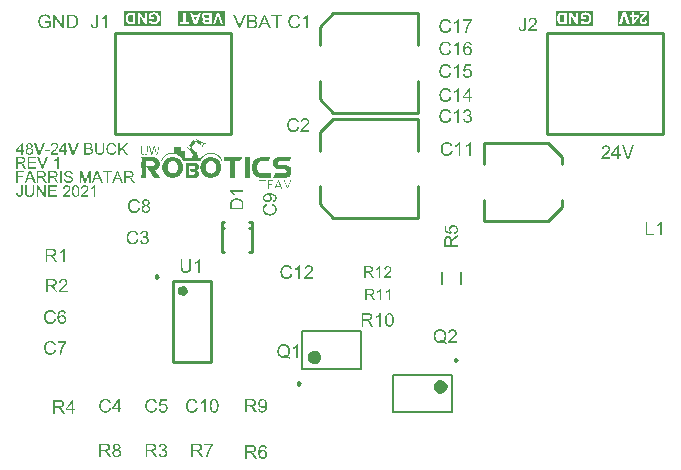
<source format=gto>
G04*
G04 #@! TF.GenerationSoftware,Altium Limited,Altium Designer,21.2.2 (38)*
G04*
G04 Layer_Color=65535*
%FSLAX25Y25*%
%MOIN*%
G70*
G04*
G04 #@! TF.SameCoordinates,00D53E6D-1767-4AB5-8D76-124CC48DB5B8*
G04*
G04*
G04 #@! TF.FilePolarity,Positive*
G04*
G01*
G75*
%ADD10C,0.01575*%
%ADD11C,0.00984*%
%ADD12C,0.02362*%
%ADD13C,0.01000*%
%ADD14C,0.00787*%
G36*
X419840Y445267D02*
X420013D01*
Y445181D01*
X420186D01*
Y445094D01*
X420360D01*
Y445007D01*
X420533D01*
Y444921D01*
X420620D01*
Y444834D01*
X420793D01*
Y444747D01*
X420966D01*
Y444661D01*
X421140D01*
Y444574D01*
X421313D01*
Y444487D01*
X421487D01*
Y444401D01*
X421573D01*
Y444314D01*
X421746D01*
Y444227D01*
X421920D01*
Y444141D01*
X422093D01*
Y444054D01*
X421660D01*
Y443967D01*
X421573D01*
Y443881D01*
X421487D01*
Y443794D01*
Y443707D01*
Y443621D01*
Y443534D01*
Y443447D01*
X421573D01*
Y443361D01*
X421746D01*
Y443274D01*
X422093D01*
Y443361D01*
X422267D01*
Y443447D01*
X422353D01*
Y443361D01*
Y443274D01*
Y443187D01*
X422267D01*
Y443101D01*
Y443014D01*
Y442927D01*
Y442841D01*
Y442754D01*
X422440D01*
Y442667D01*
X422787D01*
Y442581D01*
X422007D01*
Y442667D01*
Y442754D01*
X421920D01*
Y442841D01*
Y442927D01*
Y443014D01*
X421833D01*
Y443101D01*
Y443187D01*
X421746D01*
Y443274D01*
X421573D01*
Y443361D01*
X421400D01*
Y443447D01*
X421227D01*
Y443534D01*
X421140D01*
Y443621D01*
X420966D01*
Y443707D01*
X420793D01*
Y443794D01*
X420620D01*
Y443881D01*
X420446D01*
Y443967D01*
X420360D01*
Y444054D01*
X420186D01*
Y444141D01*
X420013D01*
Y444227D01*
X419840D01*
Y444141D01*
X419753D01*
Y444054D01*
X419666D01*
Y443967D01*
X419580D01*
Y443881D01*
X419493D01*
Y443794D01*
Y443707D01*
X419406D01*
Y443621D01*
X419320D01*
Y443534D01*
X419233D01*
Y443447D01*
X419146D01*
Y443361D01*
X419060D01*
Y443274D01*
X418973D01*
Y443187D01*
X418886D01*
Y443101D01*
X418800D01*
Y443014D01*
Y442927D01*
X418713D01*
Y442841D01*
X418626D01*
Y442754D01*
X418540D01*
Y442667D01*
X418366D01*
Y442581D01*
Y442494D01*
X418453D01*
Y442407D01*
X418540D01*
Y442320D01*
Y442234D01*
X418626D01*
Y442147D01*
X418713D01*
Y442061D01*
X418800D01*
Y441974D01*
X418886D01*
Y441887D01*
X418973D01*
Y441800D01*
X419060D01*
Y441714D01*
Y441627D01*
X419146D01*
Y441540D01*
X419233D01*
Y441454D01*
X419320D01*
Y441367D01*
X419406D01*
Y441281D01*
Y441194D01*
X419493D01*
Y441107D01*
X419580D01*
Y441020D01*
X419666D01*
Y440934D01*
X420186D01*
Y440847D01*
Y440760D01*
Y440674D01*
X420273D01*
Y440587D01*
Y440500D01*
Y440414D01*
Y440327D01*
X420360D01*
Y440240D01*
Y440154D01*
Y440067D01*
Y439980D01*
X420446D01*
Y439894D01*
Y439807D01*
Y439720D01*
X420533D01*
Y439634D01*
Y439547D01*
Y439460D01*
Y439374D01*
X420620D01*
Y439287D01*
Y439200D01*
Y439114D01*
Y439027D01*
Y438940D01*
X421573D01*
Y439027D01*
X421660D01*
Y439114D01*
X421746D01*
Y439200D01*
X421833D01*
Y439287D01*
Y439374D01*
X421920D01*
Y439460D01*
X422007D01*
Y439547D01*
X422093D01*
Y439634D01*
X422180D01*
Y439720D01*
X422267D01*
Y439807D01*
X422440D01*
Y439894D01*
X422527D01*
Y439980D01*
X422613D01*
Y440067D01*
X422787D01*
Y440154D01*
X422960D01*
Y440240D01*
X423133D01*
Y440327D01*
X423307D01*
Y440414D01*
X423567D01*
Y440500D01*
X423827D01*
Y440587D01*
X424347D01*
Y440674D01*
X425560D01*
Y440587D01*
X425993D01*
Y440500D01*
X426254D01*
Y440414D01*
X426513D01*
Y440327D01*
X426774D01*
Y440240D01*
X426860D01*
Y440154D01*
X427034D01*
Y440067D01*
X427207D01*
Y439980D01*
X427293D01*
Y439894D01*
X427467D01*
Y439807D01*
X427554D01*
Y439720D01*
X427640D01*
Y439634D01*
X427727D01*
Y439547D01*
X427814D01*
Y439460D01*
X427900D01*
Y439374D01*
X427987D01*
Y439287D01*
X428074D01*
Y439200D01*
X428160D01*
Y439114D01*
Y439027D01*
X428247D01*
Y438940D01*
X428334D01*
Y438854D01*
Y438767D01*
X428420D01*
Y438680D01*
Y438594D01*
X428507D01*
Y438507D01*
Y438420D01*
X428594D01*
Y438334D01*
Y438247D01*
X428680D01*
Y438160D01*
Y438074D01*
X428507D01*
Y437987D01*
X428420D01*
Y438074D01*
X428334D01*
Y438160D01*
Y438247D01*
X428247D01*
Y438334D01*
Y438420D01*
X428160D01*
Y438507D01*
Y438594D01*
X428074D01*
Y438680D01*
Y438767D01*
X427987D01*
Y438854D01*
X427900D01*
Y438940D01*
Y439027D01*
X427814D01*
Y439114D01*
X427727D01*
Y439200D01*
X427640D01*
Y439287D01*
X427554D01*
Y439374D01*
X427467D01*
Y439460D01*
X427380D01*
Y439547D01*
X427293D01*
Y439634D01*
X427120D01*
Y439720D01*
X427034D01*
Y439807D01*
X426860D01*
Y439894D01*
X426687D01*
Y439980D01*
X426513D01*
Y440067D01*
X426340D01*
Y440154D01*
X426080D01*
Y440240D01*
X425733D01*
Y440327D01*
X424087D01*
Y440240D01*
X423740D01*
Y440154D01*
X423480D01*
Y440067D01*
X423307D01*
Y439980D01*
X423133D01*
Y439894D01*
X422960D01*
Y439807D01*
X422787D01*
Y439720D01*
X422700D01*
Y439634D01*
X422613D01*
Y439547D01*
X422440D01*
Y439460D01*
X422353D01*
Y439374D01*
X422267D01*
Y439287D01*
X422180D01*
Y439200D01*
X422093D01*
Y439114D01*
Y439027D01*
X422007D01*
Y438940D01*
X421920D01*
Y438854D01*
X421833D01*
Y438767D01*
Y438680D01*
X421746D01*
Y438594D01*
X421660D01*
Y438507D01*
Y438420D01*
X421573D01*
Y438334D01*
Y438247D01*
Y438160D01*
X421487D01*
Y438074D01*
Y437987D01*
X415593D01*
Y438074D01*
X415506D01*
Y438160D01*
Y438247D01*
X415419D01*
Y438334D01*
Y438420D01*
X415333D01*
Y438507D01*
Y438594D01*
X415246D01*
Y438680D01*
Y438767D01*
X415159D01*
Y438854D01*
X415073D01*
Y438940D01*
X414986D01*
Y439027D01*
Y439114D01*
X414899D01*
Y439200D01*
X414813D01*
Y439287D01*
X414726D01*
Y439374D01*
X414639D01*
Y439460D01*
X414553D01*
Y439547D01*
X414466D01*
Y439634D01*
X414293D01*
Y439720D01*
X414206D01*
Y439807D01*
X414033D01*
Y439894D01*
X413859D01*
Y439980D01*
X413773D01*
Y440067D01*
X413513D01*
Y440154D01*
X413253D01*
Y440240D01*
X412993D01*
Y440327D01*
X411172D01*
Y440240D01*
X410913D01*
Y440154D01*
X410652D01*
Y440067D01*
X410393D01*
Y439980D01*
X410219D01*
Y439894D01*
X410046D01*
Y439807D01*
X409959D01*
Y439720D01*
X409872D01*
Y439634D01*
X409699D01*
Y439547D01*
X409612D01*
Y439460D01*
X409526D01*
Y439374D01*
X409439D01*
Y439287D01*
X409352D01*
Y439200D01*
X409266D01*
Y439114D01*
X409179D01*
Y439027D01*
Y438940D01*
X409092D01*
Y438854D01*
X409006D01*
Y438767D01*
X408919D01*
Y438680D01*
Y438594D01*
X408832D01*
Y438507D01*
Y438420D01*
X408746D01*
Y438334D01*
Y438247D01*
X408659D01*
Y438160D01*
Y438074D01*
Y437987D01*
X408572D01*
Y438074D01*
X408312D01*
Y438160D01*
Y438247D01*
X408399D01*
Y438334D01*
Y438420D01*
X408486D01*
Y438507D01*
Y438594D01*
X408572D01*
Y438680D01*
Y438767D01*
X408659D01*
Y438854D01*
Y438940D01*
X408746D01*
Y439027D01*
X408832D01*
Y439114D01*
Y439200D01*
X408919D01*
Y439287D01*
X409006D01*
Y439374D01*
X409092D01*
Y439460D01*
X409179D01*
Y439547D01*
X409266D01*
Y439634D01*
X409352D01*
Y439720D01*
X409439D01*
Y439807D01*
X409526D01*
Y439894D01*
X409699D01*
Y439980D01*
X409786D01*
Y440067D01*
X409959D01*
Y440154D01*
X410046D01*
Y440240D01*
X410219D01*
Y440327D01*
X410393D01*
Y440414D01*
X410652D01*
Y440500D01*
X410999D01*
Y440587D01*
X411433D01*
Y440674D01*
X412646D01*
Y440760D01*
Y440847D01*
Y440934D01*
Y441020D01*
Y441107D01*
Y441194D01*
Y441281D01*
Y441367D01*
Y441454D01*
Y441540D01*
Y441627D01*
Y441714D01*
Y441800D01*
Y441887D01*
Y441974D01*
Y442061D01*
X412733D01*
Y442147D01*
Y442234D01*
Y442320D01*
Y442407D01*
Y442494D01*
Y442581D01*
X414986D01*
Y442494D01*
Y442407D01*
Y442320D01*
Y442234D01*
Y442147D01*
Y442061D01*
Y441974D01*
Y441887D01*
Y441800D01*
Y441714D01*
Y441627D01*
Y441540D01*
Y441454D01*
Y441367D01*
Y441281D01*
Y441194D01*
X416373D01*
Y441107D01*
Y441020D01*
Y440934D01*
Y440847D01*
Y440760D01*
Y440674D01*
Y440587D01*
Y440500D01*
Y440414D01*
Y440327D01*
Y440240D01*
Y440154D01*
Y440067D01*
Y439980D01*
Y439894D01*
Y439807D01*
Y439720D01*
Y439634D01*
Y439547D01*
Y439460D01*
Y439374D01*
Y439287D01*
Y439200D01*
Y439114D01*
Y439027D01*
X416806D01*
Y438940D01*
X416893D01*
Y439027D01*
X416980D01*
Y438940D01*
X418540D01*
Y439027D01*
Y439114D01*
X418626D01*
Y439200D01*
Y439287D01*
Y439374D01*
Y439460D01*
X418713D01*
Y439547D01*
Y439634D01*
Y439720D01*
Y439807D01*
X418800D01*
Y439894D01*
Y439980D01*
Y440067D01*
X418886D01*
Y440154D01*
Y440240D01*
X418800D01*
Y440327D01*
X418713D01*
Y440414D01*
X418626D01*
Y440500D01*
Y440587D01*
X418540D01*
Y440674D01*
X418453D01*
Y440760D01*
X418366D01*
Y440847D01*
X418280D01*
Y440934D01*
X418193D01*
Y441020D01*
X418106D01*
Y441107D01*
Y441194D01*
X418020D01*
Y441281D01*
X417933D01*
Y441367D01*
X417846D01*
Y441454D01*
X417760D01*
Y441540D01*
Y441627D01*
X417673D01*
Y441714D01*
X417586D01*
Y441800D01*
X417500D01*
Y441887D01*
X417413D01*
Y441974D01*
X417326D01*
Y442061D01*
Y442147D01*
X417240D01*
Y442234D01*
X417153D01*
Y442320D01*
X417066D01*
Y442407D01*
Y442494D01*
Y442581D01*
Y442667D01*
X417153D01*
Y442754D01*
Y442841D01*
X417240D01*
Y442927D01*
X417413D01*
Y443014D01*
Y443101D01*
X417500D01*
Y443187D01*
X417586D01*
Y443274D01*
X417673D01*
Y443361D01*
X417760D01*
Y443447D01*
Y443534D01*
X417846D01*
Y443621D01*
X417933D01*
Y443707D01*
X418020D01*
Y443794D01*
X418106D01*
Y443881D01*
X418193D01*
Y443967D01*
X418280D01*
Y444054D01*
Y444141D01*
X418366D01*
Y444227D01*
X418453D01*
Y444314D01*
X418540D01*
Y444401D01*
X418626D01*
Y444487D01*
Y444574D01*
X418713D01*
Y444661D01*
X418800D01*
Y444747D01*
X418886D01*
Y444834D01*
X418973D01*
Y444921D01*
X419060D01*
Y445007D01*
X419146D01*
Y445094D01*
X419233D01*
Y445007D01*
Y444921D01*
Y444834D01*
Y444747D01*
Y444661D01*
X419320D01*
Y444574D01*
X419406D01*
Y444487D01*
X419926D01*
Y444574D01*
X420013D01*
Y444661D01*
X420100D01*
Y444747D01*
Y444834D01*
Y444921D01*
Y445007D01*
Y445094D01*
X420013D01*
Y445181D01*
X419840D01*
Y445267D01*
X419493D01*
Y445354D01*
X419840D01*
Y445267D01*
D02*
G37*
G36*
X422267Y443967D02*
X422353D01*
Y443881D01*
X423047D01*
Y443967D01*
X423133D01*
Y443881D01*
Y443794D01*
X423220D01*
Y443707D01*
Y443621D01*
X423307D01*
Y443534D01*
Y443447D01*
X423393D01*
Y443361D01*
Y443274D01*
X423480D01*
Y443187D01*
X423393D01*
Y443274D01*
X423307D01*
Y443361D01*
X423220D01*
Y443447D01*
Y443534D01*
X423133D01*
Y443621D01*
X423047D01*
Y443707D01*
X422873D01*
Y443621D01*
X422700D01*
Y443534D01*
X422440D01*
Y443447D01*
X422353D01*
Y443534D01*
Y443621D01*
Y443707D01*
Y443794D01*
Y443881D01*
X422267D01*
Y443967D01*
X422180D01*
Y444054D01*
X422267D01*
Y443967D01*
D02*
G37*
G36*
X407706Y442927D02*
Y442841D01*
Y442754D01*
X407619D01*
Y442667D01*
Y442581D01*
Y442494D01*
Y442407D01*
X407532D01*
Y442320D01*
Y442234D01*
Y442147D01*
Y442061D01*
Y441974D01*
X407446D01*
Y441887D01*
Y441800D01*
Y441714D01*
Y441627D01*
X407359D01*
Y441540D01*
Y441454D01*
Y441367D01*
Y441281D01*
X407272D01*
Y441194D01*
Y441107D01*
Y441020D01*
Y440934D01*
Y440847D01*
X407186D01*
Y440760D01*
Y440674D01*
Y440587D01*
Y440500D01*
X407099D01*
Y440414D01*
Y440327D01*
Y440240D01*
Y440154D01*
X407012D01*
Y440067D01*
Y439980D01*
X406666D01*
Y440067D01*
Y440154D01*
Y440240D01*
X406579D01*
Y440327D01*
Y440414D01*
Y440500D01*
Y440587D01*
X406492D01*
Y440674D01*
Y440760D01*
Y440847D01*
Y440934D01*
X406405D01*
Y441020D01*
Y441107D01*
Y441194D01*
Y441281D01*
X406319D01*
Y441367D01*
Y441454D01*
Y441540D01*
Y441627D01*
X406232D01*
Y441714D01*
Y441800D01*
Y441887D01*
Y441974D01*
Y442061D01*
X406145D01*
Y442147D01*
Y442234D01*
Y442320D01*
X406059D01*
Y442407D01*
Y442494D01*
Y442581D01*
X405972D01*
Y442494D01*
X405886D01*
Y442407D01*
Y442320D01*
Y442234D01*
Y442147D01*
Y442061D01*
X405799D01*
Y441974D01*
Y441887D01*
Y441800D01*
X405712D01*
Y441714D01*
Y441627D01*
Y441540D01*
Y441454D01*
Y441367D01*
X405625D01*
Y441281D01*
Y441194D01*
Y441107D01*
X405539D01*
Y441020D01*
Y440934D01*
Y440847D01*
Y440760D01*
X405452D01*
Y440674D01*
Y440587D01*
Y440500D01*
Y440414D01*
X405366D01*
Y440327D01*
Y440240D01*
Y440154D01*
X405279D01*
Y440067D01*
Y439980D01*
X404932D01*
Y440067D01*
Y440154D01*
Y440240D01*
Y440327D01*
Y440414D01*
X404845D01*
Y440500D01*
Y440587D01*
Y440674D01*
X404759D01*
Y440760D01*
Y440847D01*
Y440934D01*
Y441020D01*
Y441107D01*
X404672D01*
Y441194D01*
Y441281D01*
Y441367D01*
Y441454D01*
Y441540D01*
X404585D01*
Y441627D01*
Y441714D01*
Y441800D01*
Y441887D01*
X404499D01*
Y441974D01*
Y442061D01*
Y442147D01*
Y442234D01*
X404412D01*
Y442320D01*
Y442407D01*
Y442494D01*
Y442581D01*
Y442667D01*
X404325D01*
Y442754D01*
Y442841D01*
Y442927D01*
Y443014D01*
X404585D01*
Y442927D01*
Y442841D01*
Y442754D01*
Y442667D01*
X404672D01*
Y442581D01*
Y442494D01*
Y442407D01*
Y442320D01*
X404759D01*
Y442234D01*
Y442147D01*
Y442061D01*
Y441974D01*
X404845D01*
Y441887D01*
Y441800D01*
Y441714D01*
Y441627D01*
Y441540D01*
X404932D01*
Y441454D01*
Y441367D01*
Y441281D01*
Y441194D01*
X405019D01*
Y441107D01*
Y441020D01*
Y440934D01*
Y440847D01*
X405105D01*
Y440760D01*
Y440674D01*
Y440587D01*
Y440500D01*
Y440414D01*
X405279D01*
Y440500D01*
Y440587D01*
Y440674D01*
Y440760D01*
Y440847D01*
Y440934D01*
X405366D01*
Y441020D01*
Y441107D01*
Y441194D01*
X405452D01*
Y441281D01*
Y441367D01*
Y441454D01*
Y441540D01*
X405539D01*
Y441627D01*
Y441714D01*
Y441800D01*
Y441887D01*
X405625D01*
Y441974D01*
Y442061D01*
Y442147D01*
Y442234D01*
X405712D01*
Y442320D01*
Y442407D01*
Y442494D01*
Y442581D01*
X405799D01*
Y442667D01*
Y442754D01*
Y442841D01*
X405886D01*
Y442927D01*
Y443014D01*
X406145D01*
Y442927D01*
X406232D01*
Y442841D01*
Y442754D01*
Y442667D01*
Y442581D01*
X406319D01*
Y442494D01*
Y442407D01*
Y442320D01*
Y442234D01*
X406405D01*
Y442147D01*
Y442061D01*
Y441974D01*
Y441887D01*
X406492D01*
Y441800D01*
Y441714D01*
Y441627D01*
X406579D01*
Y441540D01*
Y441454D01*
Y441367D01*
Y441281D01*
X406666D01*
Y441194D01*
Y441107D01*
Y441020D01*
Y440934D01*
Y440847D01*
X406752D01*
Y440760D01*
Y440674D01*
Y440587D01*
Y440500D01*
Y440414D01*
X406926D01*
Y440500D01*
Y440587D01*
Y440674D01*
Y440760D01*
Y440847D01*
X407012D01*
Y440934D01*
Y441020D01*
Y441107D01*
X407099D01*
Y441194D01*
Y441281D01*
Y441367D01*
Y441454D01*
Y441540D01*
X407186D01*
Y441627D01*
Y441714D01*
Y441800D01*
Y441887D01*
Y441974D01*
X407272D01*
Y442061D01*
Y442147D01*
Y442234D01*
X407359D01*
Y442320D01*
Y442407D01*
Y442494D01*
Y442581D01*
Y442667D01*
X407446D01*
Y442754D01*
Y442841D01*
Y442927D01*
Y443014D01*
X407706D01*
Y442927D01*
D02*
G37*
G36*
X403805D02*
Y442841D01*
Y442754D01*
Y442667D01*
Y442581D01*
Y442494D01*
Y442407D01*
Y442320D01*
Y442234D01*
Y442147D01*
Y442061D01*
Y441974D01*
Y441887D01*
Y441800D01*
Y441714D01*
Y441627D01*
Y441540D01*
Y441454D01*
Y441367D01*
Y441281D01*
Y441194D01*
Y441107D01*
Y441020D01*
Y440934D01*
Y440847D01*
X403719D01*
Y440760D01*
Y440674D01*
Y440587D01*
Y440500D01*
Y440414D01*
X403632D01*
Y440327D01*
Y440240D01*
X403545D01*
Y440154D01*
X403459D01*
Y440067D01*
X403285D01*
Y439980D01*
X403025D01*
Y439894D01*
X402419D01*
Y439980D01*
X402072D01*
Y440067D01*
X401985D01*
Y440154D01*
X401812D01*
Y440240D01*
Y440327D01*
X401725D01*
Y440414D01*
Y440500D01*
Y440587D01*
Y440674D01*
X401639D01*
Y440760D01*
Y440847D01*
Y440934D01*
Y441020D01*
Y441107D01*
Y441194D01*
Y441281D01*
Y441367D01*
Y441454D01*
Y441540D01*
Y441627D01*
Y441714D01*
Y441800D01*
Y441887D01*
Y441974D01*
Y442061D01*
Y442147D01*
Y442234D01*
Y442320D01*
Y442407D01*
Y442494D01*
Y442581D01*
Y442667D01*
Y442754D01*
Y442841D01*
Y442927D01*
Y443014D01*
X401985D01*
Y442927D01*
Y442841D01*
Y442754D01*
Y442667D01*
Y442581D01*
Y442494D01*
Y442407D01*
Y442320D01*
Y442234D01*
Y442147D01*
Y442061D01*
Y441974D01*
Y441887D01*
Y441800D01*
Y441714D01*
Y441627D01*
Y441540D01*
Y441454D01*
Y441367D01*
Y441281D01*
Y441194D01*
Y441107D01*
Y441020D01*
Y440934D01*
Y440847D01*
Y440760D01*
Y440674D01*
Y440587D01*
Y440500D01*
Y440414D01*
X402072D01*
Y440327D01*
X402159D01*
Y440240D01*
X402332D01*
Y440154D01*
X402679D01*
Y440067D01*
X402765D01*
Y440154D01*
X402852D01*
Y440067D01*
X402939D01*
Y440154D01*
X403199D01*
Y440240D01*
X403285D01*
Y440327D01*
X403372D01*
Y440414D01*
X403459D01*
Y440500D01*
Y440587D01*
Y440674D01*
Y440760D01*
X403545D01*
Y440847D01*
Y440934D01*
Y441020D01*
Y441107D01*
Y441194D01*
Y441281D01*
Y441367D01*
Y441454D01*
Y441540D01*
Y441627D01*
Y441714D01*
Y441800D01*
Y441887D01*
Y441974D01*
Y442061D01*
Y442147D01*
Y442234D01*
Y442320D01*
Y442407D01*
Y442494D01*
Y442581D01*
Y442667D01*
Y442754D01*
Y442841D01*
Y442927D01*
Y443014D01*
X403805D01*
Y442927D01*
D02*
G37*
G36*
X425733Y439114D02*
X426080D01*
Y439027D01*
X426340D01*
Y438940D01*
X426513D01*
Y438854D01*
X426687D01*
Y438767D01*
X426860D01*
Y438680D01*
X426947D01*
Y438594D01*
X427120D01*
Y438507D01*
X427207D01*
Y438420D01*
X427293D01*
Y438334D01*
X427380D01*
Y438247D01*
X427467D01*
Y438160D01*
X427554D01*
Y438074D01*
X427640D01*
Y437987D01*
Y437900D01*
X427727D01*
Y437814D01*
X427814D01*
Y437727D01*
Y437640D01*
X427900D01*
Y437554D01*
Y437467D01*
X427987D01*
Y437380D01*
Y437293D01*
X428074D01*
Y437207D01*
Y437120D01*
Y437034D01*
X428160D01*
Y436947D01*
Y436860D01*
Y436773D01*
X428247D01*
Y436687D01*
Y436600D01*
Y436514D01*
Y436427D01*
Y436340D01*
Y436253D01*
X428334D01*
Y436167D01*
Y436080D01*
Y435993D01*
Y435907D01*
Y435820D01*
Y435733D01*
Y435647D01*
Y435560D01*
Y435473D01*
Y435387D01*
X428247D01*
Y435300D01*
Y435213D01*
Y435127D01*
Y435040D01*
Y434953D01*
Y434867D01*
X428160D01*
Y434780D01*
Y434693D01*
Y434607D01*
X428074D01*
Y434520D01*
Y434433D01*
Y434347D01*
X427987D01*
Y434260D01*
Y434173D01*
Y434087D01*
X427900D01*
Y434000D01*
X427814D01*
Y433913D01*
Y433827D01*
X427727D01*
Y433740D01*
X427640D01*
Y433653D01*
Y433567D01*
X427554D01*
Y433480D01*
X427467D01*
Y433393D01*
X427380D01*
Y433307D01*
X427293D01*
Y433220D01*
X427207D01*
Y433133D01*
X427120D01*
Y433047D01*
X427034D01*
Y432960D01*
X426860D01*
Y432873D01*
X426687D01*
Y432787D01*
X426513D01*
Y432700D01*
X426340D01*
Y432613D01*
X426080D01*
Y432527D01*
X425733D01*
Y432440D01*
X424087D01*
Y432527D01*
X423740D01*
Y432613D01*
X423480D01*
Y432700D01*
X423220D01*
Y432787D01*
X423047D01*
Y432873D01*
X422873D01*
Y432960D01*
X422787D01*
Y433047D01*
X422700D01*
Y433133D01*
X422527D01*
Y433220D01*
X422440D01*
Y433307D01*
X422353D01*
Y433393D01*
X422267D01*
Y433480D01*
X422180D01*
Y433567D01*
Y433653D01*
X422093D01*
Y433740D01*
X422007D01*
Y433827D01*
Y433913D01*
X421920D01*
Y434000D01*
X421833D01*
Y434087D01*
Y434173D01*
X421746D01*
Y434260D01*
Y434347D01*
X421660D01*
Y434433D01*
Y434520D01*
Y434607D01*
Y434693D01*
X421573D01*
Y434780D01*
Y434867D01*
Y434953D01*
Y435040D01*
X421487D01*
Y435127D01*
Y435213D01*
Y435300D01*
Y435387D01*
Y435473D01*
X421400D01*
Y435560D01*
Y435647D01*
Y435733D01*
Y435820D01*
Y435907D01*
Y435993D01*
Y436080D01*
Y436167D01*
X421487D01*
Y436253D01*
Y436340D01*
Y436427D01*
Y436514D01*
Y436600D01*
Y436687D01*
X421573D01*
Y436773D01*
Y436860D01*
Y436947D01*
Y437034D01*
X421660D01*
Y437120D01*
Y437207D01*
Y437293D01*
X421746D01*
Y437380D01*
Y437467D01*
X421833D01*
Y437554D01*
Y437640D01*
X421920D01*
Y437727D01*
Y437814D01*
X422007D01*
Y437900D01*
X422093D01*
Y437987D01*
X422180D01*
Y438074D01*
X422267D01*
Y438160D01*
Y438247D01*
X422440D01*
Y438334D01*
X422527D01*
Y438420D01*
X422613D01*
Y438507D01*
X422700D01*
Y438594D01*
X422787D01*
Y438680D01*
X422960D01*
Y438767D01*
X423133D01*
Y438854D01*
X423220D01*
Y438940D01*
X423480D01*
Y439027D01*
X423740D01*
Y439114D01*
X424000D01*
Y439200D01*
X425733D01*
Y439114D01*
D02*
G37*
G36*
X419580Y437207D02*
X420100D01*
Y437120D01*
X420273D01*
Y437034D01*
X420446D01*
Y436947D01*
X420533D01*
Y436860D01*
X420620D01*
Y436773D01*
X420707D01*
Y436687D01*
Y436600D01*
X420793D01*
Y436514D01*
Y436427D01*
Y436340D01*
X420880D01*
Y436253D01*
Y436167D01*
Y436080D01*
Y435993D01*
Y435907D01*
Y435820D01*
Y435733D01*
Y435647D01*
X420793D01*
Y435560D01*
Y435473D01*
Y435387D01*
X420707D01*
Y435300D01*
X420620D01*
Y435213D01*
X420533D01*
Y435127D01*
X420360D01*
Y435040D01*
X420186D01*
Y434953D01*
Y434867D01*
X420273D01*
Y434780D01*
X420446D01*
Y434693D01*
X420533D01*
Y434607D01*
X420620D01*
Y434520D01*
X420707D01*
Y434433D01*
Y434347D01*
X420793D01*
Y434260D01*
Y434173D01*
X420880D01*
Y434087D01*
Y434000D01*
Y433913D01*
Y433827D01*
Y433740D01*
Y433653D01*
Y433567D01*
Y433480D01*
Y433393D01*
Y433307D01*
Y433220D01*
Y433133D01*
X420793D01*
Y433047D01*
Y432960D01*
X420707D01*
Y432873D01*
X420620D01*
Y432787D01*
X420533D01*
Y432700D01*
X420446D01*
Y432613D01*
X420273D01*
Y432527D01*
X420100D01*
Y432440D01*
X416460D01*
Y432527D01*
Y432613D01*
Y432700D01*
Y432787D01*
Y432873D01*
Y432960D01*
Y433047D01*
Y433133D01*
Y433220D01*
Y433307D01*
Y433393D01*
Y433480D01*
Y433567D01*
Y433653D01*
Y433740D01*
Y433827D01*
Y433913D01*
Y434000D01*
Y434087D01*
Y434173D01*
Y434260D01*
Y434347D01*
Y434433D01*
Y434520D01*
Y434607D01*
Y434693D01*
Y434780D01*
Y434867D01*
Y434953D01*
Y435040D01*
Y435127D01*
Y435213D01*
Y435300D01*
Y435387D01*
Y435473D01*
Y435560D01*
Y435647D01*
Y435733D01*
Y435820D01*
Y435907D01*
Y435993D01*
Y436080D01*
Y436167D01*
Y436253D01*
Y436340D01*
Y436427D01*
Y436514D01*
Y436600D01*
Y436687D01*
Y436773D01*
Y436860D01*
Y436947D01*
Y437034D01*
Y437120D01*
Y437207D01*
Y437293D01*
X419580D01*
Y437207D01*
D02*
G37*
G36*
X412993Y439114D02*
X413339D01*
Y439027D01*
X413599D01*
Y438940D01*
X413773D01*
Y438854D01*
X413946D01*
Y438767D01*
X414119D01*
Y438680D01*
X414206D01*
Y438594D01*
X414379D01*
Y438507D01*
X414466D01*
Y438420D01*
X414553D01*
Y438334D01*
X414639D01*
Y438247D01*
X414726D01*
Y438160D01*
X414813D01*
Y438074D01*
X414899D01*
Y437987D01*
X414986D01*
Y437900D01*
Y437814D01*
X415073D01*
Y437727D01*
X415159D01*
Y437640D01*
Y437554D01*
X415246D01*
Y437467D01*
Y437380D01*
X415333D01*
Y437293D01*
Y437207D01*
Y437120D01*
X415419D01*
Y437034D01*
Y436947D01*
Y436860D01*
X415506D01*
Y436773D01*
Y436687D01*
Y436600D01*
Y436514D01*
Y436427D01*
X415593D01*
Y436340D01*
X415506D01*
Y436253D01*
Y436167D01*
X415593D01*
Y436080D01*
Y435993D01*
Y435907D01*
Y435820D01*
Y435733D01*
Y435647D01*
Y435560D01*
Y435473D01*
X415506D01*
Y435387D01*
Y435300D01*
X415593D01*
Y435213D01*
X415506D01*
Y435127D01*
Y435040D01*
Y434953D01*
Y434867D01*
Y434780D01*
X415419D01*
Y434693D01*
Y434607D01*
Y434520D01*
X415333D01*
Y434433D01*
Y434347D01*
X415246D01*
Y434260D01*
Y434173D01*
Y434087D01*
X415159D01*
Y434000D01*
Y433913D01*
X415073D01*
Y433827D01*
X414986D01*
Y433740D01*
Y433653D01*
X414899D01*
Y433567D01*
X414813D01*
Y433480D01*
X414726D01*
Y433393D01*
X414639D01*
Y433307D01*
X414553D01*
Y433220D01*
X414466D01*
Y433133D01*
X414379D01*
Y433047D01*
X414293D01*
Y432960D01*
X414119D01*
Y432873D01*
X413946D01*
Y432787D01*
X413859D01*
Y432700D01*
X413599D01*
Y432613D01*
X413339D01*
Y432527D01*
X412993D01*
Y432440D01*
X411346D01*
Y432527D01*
X410999D01*
Y432613D01*
X410739D01*
Y432700D01*
X410479D01*
Y432787D01*
X410306D01*
Y432873D01*
X410219D01*
Y432960D01*
X410046D01*
Y433047D01*
X409959D01*
Y433133D01*
X409872D01*
Y433220D01*
X409786D01*
Y433307D01*
X409612D01*
Y433393D01*
X409526D01*
Y433480D01*
Y433567D01*
X409439D01*
Y433653D01*
X409352D01*
Y433740D01*
X409266D01*
Y433827D01*
Y433913D01*
X409179D01*
Y434000D01*
Y434087D01*
X409092D01*
Y434173D01*
Y434260D01*
X409006D01*
Y434347D01*
Y434433D01*
X408919D01*
Y434520D01*
Y434607D01*
Y434693D01*
X408832D01*
Y434780D01*
Y434867D01*
Y434953D01*
Y435040D01*
X408746D01*
Y435127D01*
Y435213D01*
Y435300D01*
Y435387D01*
Y435473D01*
Y435560D01*
Y435647D01*
Y435733D01*
Y435820D01*
Y435907D01*
Y435993D01*
Y436080D01*
Y436167D01*
Y436253D01*
Y436340D01*
Y436427D01*
Y436514D01*
Y436600D01*
X408832D01*
Y436687D01*
Y436773D01*
Y436860D01*
Y436947D01*
Y437034D01*
X408919D01*
Y437120D01*
Y437207D01*
X409006D01*
Y437293D01*
Y437380D01*
X409092D01*
Y437467D01*
Y437554D01*
Y437640D01*
X409179D01*
Y437727D01*
X409266D01*
Y437814D01*
Y437900D01*
X409352D01*
Y437987D01*
X409439D01*
Y438074D01*
X409526D01*
Y438160D01*
X409612D01*
Y438247D01*
X409699D01*
Y438334D01*
X409786D01*
Y438420D01*
X409872D01*
Y438507D01*
X409959D01*
Y438594D01*
X410046D01*
Y438680D01*
X410219D01*
Y438767D01*
X410393D01*
Y438854D01*
X410566D01*
Y438940D01*
X410739D01*
Y439027D01*
X410999D01*
Y439114D01*
X411259D01*
Y439200D01*
X412993D01*
Y439114D01*
D02*
G37*
G36*
X406145D02*
X406492D01*
Y439027D01*
X406666D01*
Y438940D01*
X406839D01*
Y438854D01*
X406926D01*
Y438767D01*
X407099D01*
Y438680D01*
X407186D01*
Y438594D01*
X407272D01*
Y438507D01*
X407359D01*
Y438420D01*
X407446D01*
Y438334D01*
Y438247D01*
X407532D01*
Y438160D01*
Y438074D01*
X407619D01*
Y437987D01*
Y437900D01*
X407706D01*
Y437814D01*
Y437727D01*
Y437640D01*
X407792D01*
Y437554D01*
Y437467D01*
Y437380D01*
Y437293D01*
Y437207D01*
Y437120D01*
Y437034D01*
Y436947D01*
Y436860D01*
Y436773D01*
Y436687D01*
Y436600D01*
Y436514D01*
Y436427D01*
Y436340D01*
X407706D01*
Y436253D01*
Y436167D01*
Y436080D01*
X407619D01*
Y435993D01*
Y435907D01*
X407532D01*
Y435820D01*
Y435733D01*
X407446D01*
Y435647D01*
X407359D01*
Y435560D01*
X407272D01*
Y435473D01*
X407186D01*
Y435387D01*
X407099D01*
Y435300D01*
X407012D01*
Y435213D01*
X406839D01*
Y435127D01*
X406666D01*
Y435040D01*
X406492D01*
Y434953D01*
X406232D01*
Y434867D01*
Y434780D01*
X406319D01*
Y434693D01*
X406405D01*
Y434607D01*
X406492D01*
Y434520D01*
Y434433D01*
X406579D01*
Y434347D01*
X406666D01*
Y434260D01*
Y434173D01*
X406752D01*
Y434087D01*
X406839D01*
Y434000D01*
Y433913D01*
X406926D01*
Y433827D01*
X407012D01*
Y433740D01*
Y433653D01*
X407099D01*
Y433567D01*
X407186D01*
Y433480D01*
X407272D01*
Y433393D01*
Y433307D01*
X407359D01*
Y433220D01*
X407446D01*
Y433133D01*
Y433047D01*
X407532D01*
Y432960D01*
X407619D01*
Y432873D01*
Y432787D01*
X407706D01*
Y432700D01*
X407792D01*
Y432613D01*
Y432527D01*
X407879D01*
Y432440D01*
X407966D01*
Y432353D01*
X407879D01*
Y432440D01*
X405886D01*
Y432527D01*
X405799D01*
Y432613D01*
Y432700D01*
X405712D01*
Y432787D01*
X405625D01*
Y432873D01*
Y432960D01*
X405539D01*
Y433047D01*
X405452D01*
Y433133D01*
X405366D01*
Y433220D01*
Y433307D01*
X405279D01*
Y433393D01*
X405192D01*
Y433480D01*
Y433567D01*
X405105D01*
Y433653D01*
X405019D01*
Y433740D01*
Y433827D01*
X404932D01*
Y433913D01*
X404845D01*
Y434000D01*
X404759D01*
Y434087D01*
Y434173D01*
X404672D01*
Y434260D01*
X404585D01*
Y434347D01*
Y434433D01*
X404499D01*
Y434520D01*
X404412D01*
Y434607D01*
Y434693D01*
X404325D01*
Y434780D01*
X404239D01*
Y434867D01*
X404152D01*
Y434953D01*
Y435040D01*
X404065D01*
Y435127D01*
X403979D01*
Y435213D01*
Y435300D01*
X403892D01*
Y435387D01*
X403805D01*
Y435473D01*
Y435560D01*
X403719D01*
Y435647D01*
X403632D01*
Y435733D01*
X403545D01*
Y435820D01*
Y435907D01*
X403372D01*
Y435820D01*
Y435733D01*
Y435647D01*
Y435560D01*
Y435473D01*
Y435387D01*
Y435300D01*
Y435213D01*
Y435127D01*
Y435040D01*
Y434953D01*
Y434867D01*
Y434780D01*
Y434693D01*
Y434607D01*
Y434520D01*
Y434433D01*
Y434347D01*
Y434260D01*
Y434173D01*
Y434087D01*
Y434000D01*
Y433913D01*
Y433827D01*
Y433740D01*
Y433653D01*
Y433567D01*
Y433480D01*
Y433393D01*
Y433307D01*
Y433220D01*
Y433133D01*
Y433047D01*
Y432960D01*
Y432873D01*
Y432787D01*
Y432700D01*
Y432613D01*
Y432527D01*
Y432440D01*
X401725D01*
Y432527D01*
X401812D01*
Y432613D01*
X401725D01*
Y432700D01*
X401812D01*
Y432787D01*
X401725D01*
Y432873D01*
X401812D01*
Y432960D01*
X401725D01*
Y433047D01*
X401812D01*
Y433133D01*
X401725D01*
Y433220D01*
X401812D01*
Y433307D01*
X401725D01*
Y433393D01*
X401812D01*
Y433480D01*
X401725D01*
Y433567D01*
X401812D01*
Y433653D01*
X401725D01*
Y433740D01*
X401812D01*
Y433827D01*
X401725D01*
Y433913D01*
X401812D01*
Y434000D01*
X401725D01*
Y434087D01*
X401812D01*
Y434173D01*
X401725D01*
Y434260D01*
X401812D01*
Y434347D01*
X401725D01*
Y434433D01*
X401812D01*
Y434520D01*
X401725D01*
Y434607D01*
X401812D01*
Y434693D01*
X401725D01*
Y434780D01*
X401812D01*
Y434867D01*
X401725D01*
Y434953D01*
X401812D01*
Y435040D01*
X401725D01*
Y435127D01*
X401812D01*
Y435213D01*
X401725D01*
Y435300D01*
X401812D01*
Y435387D01*
X401725D01*
Y435473D01*
X401812D01*
Y435560D01*
X401725D01*
Y435647D01*
X401812D01*
Y435733D01*
X401725D01*
Y435820D01*
X401812D01*
Y435907D01*
X401725D01*
Y435993D01*
X401812D01*
Y436080D01*
X401725D01*
Y436167D01*
X401812D01*
Y436253D01*
X401725D01*
Y436340D01*
X401812D01*
Y436427D01*
X401725D01*
Y436514D01*
X401812D01*
Y436600D01*
X401725D01*
Y436687D01*
X401812D01*
Y436773D01*
X401725D01*
Y436860D01*
X401812D01*
Y436947D01*
X401725D01*
Y437034D01*
X401812D01*
Y437120D01*
X401725D01*
Y437207D01*
X401812D01*
Y437293D01*
X401725D01*
Y437380D01*
X401812D01*
Y437467D01*
X401725D01*
Y437554D01*
X401812D01*
Y437640D01*
X401725D01*
Y437727D01*
X401812D01*
Y437814D01*
X401725D01*
Y437900D01*
X401812D01*
Y437987D01*
X401725D01*
Y438074D01*
X401812D01*
Y438160D01*
X401725D01*
Y438247D01*
X401812D01*
Y438334D01*
X401725D01*
Y438420D01*
X401812D01*
Y438507D01*
X401725D01*
Y438594D01*
X401812D01*
Y438680D01*
X401725D01*
Y438767D01*
X401812D01*
Y438854D01*
X401725D01*
Y438940D01*
X401812D01*
Y439027D01*
X401725D01*
Y439114D01*
Y439200D01*
X406145D01*
Y439114D01*
D02*
G37*
G36*
X451735D02*
X451648D01*
Y439027D01*
Y438940D01*
X451562D01*
Y438854D01*
Y438767D01*
X451475D01*
Y438680D01*
Y438594D01*
X451388D01*
Y438507D01*
Y438420D01*
X451302D01*
Y438334D01*
Y438247D01*
Y438160D01*
X451215D01*
Y438074D01*
Y437987D01*
X451128D01*
Y437900D01*
Y437814D01*
X447575D01*
Y437727D01*
X447488D01*
Y437640D01*
X447402D01*
Y437554D01*
X447315D01*
Y437467D01*
Y437380D01*
Y437293D01*
X447228D01*
Y437207D01*
Y437120D01*
Y437034D01*
X447315D01*
Y436947D01*
Y436860D01*
Y436773D01*
X447402D01*
Y436687D01*
X447488D01*
Y436600D01*
X447748D01*
Y436514D01*
X450262D01*
Y436427D01*
X450522D01*
Y436340D01*
X450782D01*
Y436253D01*
X450955D01*
Y436167D01*
X451042D01*
Y436080D01*
X451215D01*
Y435993D01*
X451302D01*
Y435907D01*
X451388D01*
Y435820D01*
X451475D01*
Y435733D01*
Y435647D01*
X451562D01*
Y435560D01*
Y435473D01*
X451648D01*
Y435387D01*
Y435300D01*
Y435213D01*
X451735D01*
Y435127D01*
Y435040D01*
Y434953D01*
Y434867D01*
Y434780D01*
Y434693D01*
Y434607D01*
Y434520D01*
Y434433D01*
Y434347D01*
Y434260D01*
Y434173D01*
Y434087D01*
Y434000D01*
Y433913D01*
Y433827D01*
X451648D01*
Y433740D01*
Y433653D01*
Y433567D01*
X451562D01*
Y433480D01*
Y433393D01*
Y433307D01*
X451475D01*
Y433220D01*
X451388D01*
Y433133D01*
Y433047D01*
X451302D01*
Y432960D01*
X451215D01*
Y432873D01*
X451128D01*
Y432787D01*
X450955D01*
Y432700D01*
X450868D01*
Y432613D01*
X450608D01*
Y432527D01*
X450348D01*
Y432440D01*
X445668D01*
Y432527D01*
X445755D01*
Y432613D01*
Y432700D01*
X445841D01*
Y432787D01*
Y432873D01*
X445928D01*
Y432960D01*
Y433047D01*
Y433133D01*
X446015D01*
Y433220D01*
Y433307D01*
X446101D01*
Y433393D01*
Y433480D01*
X446188D01*
Y433567D01*
Y433653D01*
X446275D01*
Y433740D01*
Y433827D01*
X449742D01*
Y433913D01*
X449915D01*
Y434000D01*
X450002D01*
Y434087D01*
X450088D01*
Y434173D01*
Y434260D01*
Y434347D01*
X450175D01*
Y434433D01*
Y434520D01*
Y434607D01*
Y434693D01*
X450088D01*
Y434780D01*
Y434867D01*
X450002D01*
Y434953D01*
X449915D01*
Y435040D01*
X449828D01*
Y435127D01*
X449568D01*
Y435213D01*
X447055D01*
Y435300D01*
X446795D01*
Y435387D01*
X446622D01*
Y435473D01*
X446448D01*
Y435560D01*
X446275D01*
Y435647D01*
X446188D01*
Y435733D01*
X446101D01*
Y435820D01*
X446015D01*
Y435907D01*
X445928D01*
Y435993D01*
X445841D01*
Y436080D01*
Y436167D01*
X445755D01*
Y436253D01*
Y436340D01*
Y436427D01*
X445668D01*
Y436514D01*
Y436600D01*
Y436687D01*
Y436773D01*
Y436860D01*
Y436947D01*
Y437034D01*
Y437120D01*
Y437207D01*
Y437293D01*
Y437380D01*
Y437467D01*
Y437554D01*
Y437640D01*
Y437727D01*
Y437814D01*
X445755D01*
Y437900D01*
Y437987D01*
Y438074D01*
Y438160D01*
X445841D01*
Y438247D01*
Y438334D01*
X445928D01*
Y438420D01*
Y438507D01*
X446015D01*
Y438594D01*
X446101D01*
Y438680D01*
X446188D01*
Y438767D01*
X446275D01*
Y438854D01*
X446448D01*
Y438940D01*
X446535D01*
Y439027D01*
X446795D01*
Y439114D01*
X447055D01*
Y439200D01*
X451735D01*
Y439114D01*
D02*
G37*
G36*
X444715D02*
Y439027D01*
X444628D01*
Y438940D01*
Y438854D01*
X444541D01*
Y438767D01*
Y438680D01*
X444455D01*
Y438594D01*
Y438507D01*
X444368D01*
Y438420D01*
Y438334D01*
X444281D01*
Y438247D01*
Y438160D01*
X444195D01*
Y438074D01*
Y437987D01*
Y437900D01*
X444108D01*
Y437814D01*
X441421D01*
Y437727D01*
X441161D01*
Y437640D01*
X441074D01*
Y437554D01*
X440901D01*
Y437467D01*
X440814D01*
Y437380D01*
X440728D01*
Y437293D01*
Y437207D01*
X440641D01*
Y437120D01*
X440554D01*
Y437034D01*
Y436947D01*
Y436860D01*
X440468D01*
Y436773D01*
Y436687D01*
Y436600D01*
X440381D01*
Y436514D01*
Y436427D01*
Y436340D01*
Y436253D01*
Y436167D01*
Y436080D01*
Y435993D01*
Y435907D01*
Y435820D01*
Y435733D01*
Y435647D01*
Y435560D01*
Y435473D01*
Y435387D01*
Y435300D01*
Y435213D01*
Y435127D01*
Y435040D01*
X440468D01*
Y434953D01*
Y434867D01*
Y434780D01*
Y434693D01*
X440554D01*
Y434607D01*
Y434520D01*
X440641D01*
Y434433D01*
Y434347D01*
X440728D01*
Y434260D01*
X440814D01*
Y434173D01*
Y434087D01*
X440988D01*
Y434000D01*
X441074D01*
Y433913D01*
X441334D01*
Y433827D01*
X444801D01*
Y433740D01*
Y433653D01*
Y433567D01*
Y433480D01*
Y433393D01*
Y433307D01*
Y433220D01*
Y433133D01*
Y433047D01*
Y432960D01*
Y432873D01*
Y432787D01*
Y432700D01*
Y432613D01*
Y432527D01*
Y432440D01*
X440988D01*
Y432527D01*
X440641D01*
Y432613D01*
X440468D01*
Y432700D01*
X440208D01*
Y432787D01*
X440034D01*
Y432873D01*
X439948D01*
Y432960D01*
X439774D01*
Y433047D01*
X439688D01*
Y433133D01*
X439601D01*
Y433220D01*
X439514D01*
Y433307D01*
X439428D01*
Y433393D01*
X439341D01*
Y433480D01*
X439254D01*
Y433567D01*
X439168D01*
Y433653D01*
Y433740D01*
X439081D01*
Y433827D01*
Y433913D01*
X438994D01*
Y434000D01*
Y434087D01*
X438908D01*
Y434173D01*
Y434260D01*
Y434347D01*
X438821D01*
Y434433D01*
Y434520D01*
Y434607D01*
X438734D01*
Y434693D01*
Y434780D01*
Y434867D01*
Y434953D01*
X438648D01*
Y435040D01*
Y435127D01*
Y435213D01*
Y435300D01*
Y435387D01*
Y435473D01*
Y435560D01*
Y435647D01*
Y435733D01*
Y435820D01*
Y435907D01*
Y435993D01*
Y436080D01*
Y436167D01*
Y436253D01*
Y436340D01*
Y436427D01*
Y436514D01*
Y436600D01*
X438734D01*
Y436687D01*
Y436773D01*
Y436860D01*
Y436947D01*
X438821D01*
Y437034D01*
Y437120D01*
Y437207D01*
Y437293D01*
X438908D01*
Y437380D01*
Y437467D01*
Y437554D01*
X438994D01*
Y437640D01*
Y437727D01*
X439081D01*
Y437814D01*
X439168D01*
Y437900D01*
Y437987D01*
X439254D01*
Y438074D01*
X439341D01*
Y438160D01*
X439428D01*
Y438247D01*
X439514D01*
Y438334D01*
X439601D01*
Y438420D01*
X439688D01*
Y438507D01*
X439774D01*
Y438594D01*
X439861D01*
Y438680D01*
X440034D01*
Y438767D01*
X440208D01*
Y438854D01*
X440381D01*
Y438940D01*
X440641D01*
Y439027D01*
X440901D01*
Y439114D01*
X441161D01*
Y439200D01*
X444715D01*
Y439114D01*
D02*
G37*
G36*
X437781D02*
Y439027D01*
Y438940D01*
Y438854D01*
Y438767D01*
Y438680D01*
Y438594D01*
Y438507D01*
Y438420D01*
Y438334D01*
Y438247D01*
Y438160D01*
Y438074D01*
Y437987D01*
Y437900D01*
Y437814D01*
Y437727D01*
Y437640D01*
Y437554D01*
Y437467D01*
Y437380D01*
Y437293D01*
Y437207D01*
Y437120D01*
Y437034D01*
Y436947D01*
Y436860D01*
Y436773D01*
Y436687D01*
Y436600D01*
Y436514D01*
Y436427D01*
Y436340D01*
Y436253D01*
Y436167D01*
Y436080D01*
Y435993D01*
Y435907D01*
Y435820D01*
Y435733D01*
Y435647D01*
Y435560D01*
Y435473D01*
Y435387D01*
Y435300D01*
Y435213D01*
Y435127D01*
Y435040D01*
Y434953D01*
Y434867D01*
Y434780D01*
Y434693D01*
Y434607D01*
Y434520D01*
Y434433D01*
Y434347D01*
Y434260D01*
Y434173D01*
Y434087D01*
Y434000D01*
Y433913D01*
Y433827D01*
Y433740D01*
Y433653D01*
Y433567D01*
Y433480D01*
Y433393D01*
Y433307D01*
Y433220D01*
Y433133D01*
Y433047D01*
Y432960D01*
Y432873D01*
Y432787D01*
Y432700D01*
Y432613D01*
Y432527D01*
Y432440D01*
X436134D01*
Y432527D01*
Y432613D01*
Y432700D01*
Y432787D01*
Y432873D01*
Y432960D01*
Y433047D01*
Y433133D01*
Y433220D01*
Y433307D01*
Y433393D01*
Y433480D01*
Y433567D01*
Y433653D01*
Y433740D01*
Y433827D01*
Y433913D01*
Y434000D01*
Y434087D01*
Y434173D01*
Y434260D01*
Y434347D01*
Y434433D01*
Y434520D01*
Y434607D01*
Y434693D01*
Y434780D01*
Y434867D01*
Y434953D01*
Y435040D01*
Y435127D01*
Y435213D01*
Y435300D01*
Y435387D01*
Y435473D01*
Y435560D01*
Y435647D01*
Y435733D01*
Y435820D01*
Y435907D01*
Y435993D01*
Y436080D01*
Y436167D01*
Y436253D01*
Y436340D01*
Y436427D01*
Y436514D01*
Y436600D01*
Y436687D01*
Y436773D01*
Y436860D01*
Y436947D01*
Y437034D01*
Y437120D01*
Y437207D01*
Y437293D01*
Y437380D01*
Y437467D01*
Y437554D01*
Y437640D01*
Y437727D01*
Y437814D01*
Y437900D01*
Y437987D01*
Y438074D01*
Y438160D01*
Y438247D01*
Y438334D01*
Y438420D01*
Y438507D01*
Y438594D01*
Y438680D01*
Y438767D01*
Y438854D01*
Y438940D01*
Y439027D01*
Y439114D01*
Y439200D01*
X437781D01*
Y439114D01*
D02*
G37*
G36*
X435267D02*
X435181D01*
Y439027D01*
Y438940D01*
Y438854D01*
X435094D01*
Y438767D01*
Y438680D01*
X435007D01*
Y438594D01*
Y438507D01*
X434921D01*
Y438420D01*
Y438334D01*
X434834D01*
Y438247D01*
Y438160D01*
X434747D01*
Y438074D01*
Y437987D01*
X434661D01*
Y437900D01*
Y437814D01*
X432841D01*
Y437727D01*
Y437640D01*
Y437554D01*
Y437467D01*
Y437380D01*
Y437293D01*
Y437207D01*
Y437120D01*
Y437034D01*
Y436947D01*
Y436860D01*
Y436773D01*
Y436687D01*
Y436600D01*
Y436514D01*
Y436427D01*
Y436340D01*
Y436253D01*
Y436167D01*
Y436080D01*
Y435993D01*
Y435907D01*
Y435820D01*
Y435733D01*
Y435647D01*
Y435560D01*
Y435473D01*
Y435387D01*
Y435300D01*
Y435213D01*
Y435127D01*
Y435040D01*
Y434953D01*
Y434867D01*
Y434780D01*
Y434693D01*
Y434607D01*
Y434520D01*
Y434433D01*
Y434347D01*
Y434260D01*
Y434173D01*
Y434087D01*
Y434000D01*
Y433913D01*
Y433827D01*
Y433740D01*
Y433653D01*
Y433567D01*
Y433480D01*
Y433393D01*
Y433307D01*
Y433220D01*
Y433133D01*
Y433047D01*
Y432960D01*
Y432873D01*
Y432787D01*
Y432700D01*
Y432613D01*
Y432527D01*
Y432440D01*
X431281D01*
Y432527D01*
Y432613D01*
Y432700D01*
Y432787D01*
Y432873D01*
Y432960D01*
Y433047D01*
Y433133D01*
Y433220D01*
Y433307D01*
Y433393D01*
Y433480D01*
Y433567D01*
Y433653D01*
Y433740D01*
Y433827D01*
Y433913D01*
Y434000D01*
Y434087D01*
Y434173D01*
Y434260D01*
Y434347D01*
Y434433D01*
Y434520D01*
Y434607D01*
Y434693D01*
Y434780D01*
Y434867D01*
Y434953D01*
Y435040D01*
Y435127D01*
Y435213D01*
Y435300D01*
Y435387D01*
Y435473D01*
Y435560D01*
Y435647D01*
Y435733D01*
Y435820D01*
Y435907D01*
Y435993D01*
Y436080D01*
Y436167D01*
Y436253D01*
Y436340D01*
Y436427D01*
Y436514D01*
Y436600D01*
Y436687D01*
Y436773D01*
Y436860D01*
Y436947D01*
Y437034D01*
Y437120D01*
Y437207D01*
Y437293D01*
Y437380D01*
Y437467D01*
Y437554D01*
Y437640D01*
Y437727D01*
Y437814D01*
X429200D01*
Y437900D01*
Y437987D01*
Y438074D01*
Y438160D01*
Y438247D01*
Y438334D01*
Y438420D01*
Y438507D01*
Y438594D01*
Y438680D01*
Y438767D01*
Y438854D01*
Y438940D01*
Y439027D01*
Y439114D01*
Y439200D01*
X435267D01*
Y439114D01*
D02*
G37*
G36*
X451735Y431400D02*
Y431313D01*
Y431226D01*
Y431140D01*
Y431053D01*
Y430967D01*
Y430880D01*
Y430793D01*
Y430707D01*
Y430620D01*
Y430533D01*
Y430446D01*
Y430360D01*
Y430273D01*
Y430186D01*
Y430100D01*
Y430013D01*
Y429926D01*
Y429840D01*
Y429753D01*
Y429666D01*
Y429580D01*
Y429493D01*
Y429406D01*
Y429320D01*
Y429233D01*
Y429146D01*
Y429060D01*
Y428973D01*
Y428886D01*
Y428800D01*
Y428713D01*
Y428626D01*
Y428540D01*
X451475D01*
Y428626D01*
Y428713D01*
Y428800D01*
Y428886D01*
Y428973D01*
Y429060D01*
Y429146D01*
Y429233D01*
Y429320D01*
Y429406D01*
Y429493D01*
Y429580D01*
Y429666D01*
Y429753D01*
Y429840D01*
Y429926D01*
Y430013D01*
Y430100D01*
Y430186D01*
Y430273D01*
Y430360D01*
Y430446D01*
Y430533D01*
Y430620D01*
Y430707D01*
Y430793D01*
Y430880D01*
X451302D01*
Y430793D01*
Y430707D01*
Y430620D01*
X451215D01*
Y430533D01*
Y430446D01*
Y430360D01*
X451128D01*
Y430273D01*
Y430186D01*
X451042D01*
Y430100D01*
Y430013D01*
Y429926D01*
X450955D01*
Y429840D01*
Y429753D01*
X450868D01*
Y429666D01*
Y429580D01*
Y429493D01*
X450782D01*
Y429406D01*
Y429320D01*
X450695D01*
Y429233D01*
Y429146D01*
Y429060D01*
X450608D01*
Y428973D01*
X450262D01*
Y429060D01*
Y429146D01*
X450175D01*
Y429233D01*
Y429320D01*
X450088D01*
Y429406D01*
Y429493D01*
Y429580D01*
X450002D01*
Y429666D01*
Y429753D01*
X449915D01*
Y429840D01*
Y429926D01*
X449828D01*
Y430013D01*
Y430100D01*
Y430186D01*
X449742D01*
Y430273D01*
X449655D01*
Y430360D01*
Y430446D01*
Y430533D01*
X449568D01*
Y430620D01*
Y430707D01*
Y430793D01*
X449482D01*
Y430880D01*
X449395D01*
Y430793D01*
Y430707D01*
Y430620D01*
Y430533D01*
Y430446D01*
Y430360D01*
Y430273D01*
Y430186D01*
Y430100D01*
Y430013D01*
Y429926D01*
Y429840D01*
Y429753D01*
Y429666D01*
Y429580D01*
Y429493D01*
Y429406D01*
Y429320D01*
Y429233D01*
Y429146D01*
Y429060D01*
Y428973D01*
Y428886D01*
Y428800D01*
Y428713D01*
Y428626D01*
Y428540D01*
X449135D01*
Y428626D01*
Y428713D01*
Y428800D01*
Y428886D01*
Y428973D01*
Y429060D01*
Y429146D01*
Y429233D01*
Y429320D01*
Y429406D01*
Y429493D01*
Y429580D01*
Y429666D01*
Y429753D01*
Y429840D01*
Y429926D01*
Y430013D01*
Y430100D01*
Y430186D01*
Y430273D01*
Y430360D01*
Y430446D01*
Y430533D01*
Y430620D01*
Y430707D01*
Y430793D01*
Y430880D01*
Y430967D01*
Y431053D01*
Y431140D01*
Y431226D01*
Y431313D01*
Y431400D01*
Y431487D01*
X449482D01*
Y431400D01*
X449568D01*
Y431313D01*
Y431226D01*
Y431140D01*
X449655D01*
Y431053D01*
X449742D01*
Y430967D01*
Y430880D01*
Y430793D01*
X449828D01*
Y430707D01*
Y430620D01*
X449915D01*
Y430533D01*
Y430446D01*
X450002D01*
Y430360D01*
Y430273D01*
Y430186D01*
X450088D01*
Y430100D01*
Y430013D01*
X450175D01*
Y429926D01*
Y429840D01*
X450262D01*
Y429753D01*
Y429666D01*
Y429580D01*
X450348D01*
Y429493D01*
Y429406D01*
X450435D01*
Y429320D01*
X450522D01*
Y429406D01*
X450608D01*
Y429493D01*
Y429580D01*
X450695D01*
Y429666D01*
Y429753D01*
Y429840D01*
X450782D01*
Y429926D01*
Y430013D01*
Y430100D01*
X450868D01*
Y430186D01*
Y430273D01*
X450955D01*
Y430360D01*
Y430446D01*
X451042D01*
Y430533D01*
Y430620D01*
Y430707D01*
X451128D01*
Y430793D01*
Y430880D01*
Y430967D01*
X451215D01*
Y431053D01*
Y431140D01*
X451302D01*
Y431226D01*
Y431313D01*
Y431400D01*
X451388D01*
Y431487D01*
X451735D01*
Y431400D01*
D02*
G37*
G36*
X447575D02*
X447661D01*
Y431313D01*
Y431226D01*
Y431140D01*
X447748D01*
Y431053D01*
Y430967D01*
Y430880D01*
X447835D01*
Y430793D01*
Y430707D01*
X447922D01*
Y430620D01*
Y430533D01*
Y430446D01*
X448008D01*
Y430360D01*
Y430273D01*
Y430186D01*
X448095D01*
Y430100D01*
Y430013D01*
X448182D01*
Y429926D01*
Y429840D01*
Y429753D01*
X448268D01*
Y429666D01*
Y429580D01*
Y429493D01*
X448355D01*
Y429406D01*
Y429320D01*
X448442D01*
Y429233D01*
Y429146D01*
Y429060D01*
X448528D01*
Y428973D01*
Y428886D01*
X448615D01*
Y428800D01*
Y428713D01*
Y428626D01*
X448702D01*
Y428540D01*
X448355D01*
Y428626D01*
Y428713D01*
X448268D01*
Y428800D01*
Y428886D01*
X448182D01*
Y428973D01*
Y429060D01*
Y429146D01*
X448095D01*
Y429233D01*
Y429320D01*
X448008D01*
Y429406D01*
X446622D01*
Y429320D01*
Y429233D01*
X446535D01*
Y429146D01*
Y429060D01*
X446448D01*
Y428973D01*
Y428886D01*
X446361D01*
Y428800D01*
Y428713D01*
Y428626D01*
X446275D01*
Y428540D01*
X446015D01*
Y428626D01*
X446101D01*
Y428713D01*
Y428800D01*
Y428886D01*
X446188D01*
Y428973D01*
Y429060D01*
X446275D01*
Y429146D01*
Y429233D01*
X446361D01*
Y429320D01*
Y429406D01*
Y429493D01*
X446448D01*
Y429580D01*
Y429666D01*
X446535D01*
Y429753D01*
Y429840D01*
Y429926D01*
X446622D01*
Y430013D01*
Y430100D01*
X446708D01*
Y430186D01*
Y430273D01*
X446795D01*
Y430360D01*
Y430446D01*
Y430533D01*
X446881D01*
Y430620D01*
Y430707D01*
X446968D01*
Y430793D01*
Y430880D01*
Y430967D01*
X447055D01*
Y431053D01*
Y431140D01*
X447142D01*
Y431226D01*
Y431313D01*
Y431400D01*
X447228D01*
Y431487D01*
X447575D01*
Y431400D01*
D02*
G37*
G36*
X445495D02*
Y431313D01*
Y431226D01*
X444195D01*
Y431140D01*
Y431053D01*
Y430967D01*
Y430880D01*
Y430793D01*
Y430707D01*
Y430620D01*
Y430533D01*
Y430446D01*
Y430360D01*
Y430273D01*
Y430186D01*
X445321D01*
Y430100D01*
Y430013D01*
X444195D01*
Y429926D01*
Y429840D01*
Y429753D01*
Y429666D01*
Y429580D01*
Y429493D01*
Y429406D01*
Y429320D01*
Y429233D01*
Y429146D01*
Y429060D01*
Y428973D01*
Y428886D01*
Y428800D01*
Y428713D01*
X445581D01*
Y428626D01*
Y428540D01*
X443848D01*
Y428626D01*
Y428713D01*
Y428800D01*
Y428886D01*
Y428973D01*
Y429060D01*
Y429146D01*
Y429233D01*
Y429320D01*
Y429406D01*
Y429493D01*
Y429580D01*
Y429666D01*
Y429753D01*
Y429840D01*
Y429926D01*
Y430013D01*
Y430100D01*
Y430186D01*
Y430273D01*
Y430360D01*
Y430446D01*
Y430533D01*
Y430620D01*
Y430707D01*
Y430793D01*
Y430880D01*
Y430967D01*
Y431053D01*
Y431140D01*
Y431226D01*
Y431313D01*
Y431400D01*
Y431487D01*
X445495D01*
Y431400D01*
D02*
G37*
G36*
X443415D02*
Y431313D01*
X442375D01*
Y431226D01*
Y431140D01*
Y431053D01*
Y430967D01*
Y430880D01*
Y430793D01*
Y430707D01*
Y430620D01*
Y430533D01*
Y430446D01*
Y430360D01*
Y430273D01*
Y430186D01*
Y430100D01*
Y430013D01*
Y429926D01*
Y429840D01*
Y429753D01*
Y429666D01*
Y429580D01*
Y429493D01*
Y429406D01*
Y429320D01*
Y429233D01*
Y429146D01*
Y429060D01*
Y428973D01*
Y428886D01*
Y428800D01*
Y428713D01*
Y428626D01*
Y428540D01*
X442114D01*
Y428626D01*
Y428713D01*
Y428800D01*
Y428886D01*
Y428973D01*
Y429060D01*
Y429146D01*
Y429233D01*
Y429320D01*
Y429406D01*
Y429493D01*
Y429580D01*
Y429666D01*
Y429753D01*
Y429840D01*
Y429926D01*
Y430013D01*
Y430100D01*
Y430186D01*
Y430273D01*
Y430360D01*
Y430446D01*
Y430533D01*
Y430620D01*
Y430707D01*
Y430793D01*
Y430880D01*
Y430967D01*
Y431053D01*
Y431140D01*
Y431226D01*
Y431313D01*
X440988D01*
Y431400D01*
Y431487D01*
X443415D01*
Y431400D01*
D02*
G37*
G36*
X391946Y444028D02*
X391996Y444022D01*
X392057Y444016D01*
X392118Y444011D01*
X392190Y443994D01*
X392340Y443961D01*
X392506Y443911D01*
X392590Y443878D01*
X392667Y443839D01*
X392745Y443789D01*
X392823Y443739D01*
X392828Y443733D01*
X392839Y443728D01*
X392862Y443711D01*
X392889Y443683D01*
X392917Y443656D01*
X392956Y443617D01*
X392995Y443572D01*
X393039Y443528D01*
X393084Y443472D01*
X393128Y443406D01*
X393178Y443339D01*
X393222Y443267D01*
X393261Y443184D01*
X393305Y443101D01*
X393339Y443012D01*
X393372Y442912D01*
X392873Y442795D01*
Y442801D01*
X392867Y442812D01*
X392856Y442834D01*
X392845Y442862D01*
X392834Y442895D01*
X392817Y442940D01*
X392773Y443028D01*
X392717Y443128D01*
X392651Y443228D01*
X392567Y443323D01*
X392479Y443406D01*
X392467Y443417D01*
X392434Y443439D01*
X392379Y443467D01*
X392307Y443506D01*
X392212Y443539D01*
X392107Y443572D01*
X391979Y443595D01*
X391840Y443600D01*
X391796D01*
X391768Y443595D01*
X391729D01*
X391685Y443589D01*
X391580Y443572D01*
X391463Y443550D01*
X391341Y443511D01*
X391213Y443456D01*
X391097Y443384D01*
X391091D01*
X391086Y443373D01*
X391047Y443345D01*
X390997Y443300D01*
X390936Y443234D01*
X390863Y443151D01*
X390797Y443056D01*
X390736Y442940D01*
X390680Y442812D01*
Y442806D01*
X390675Y442795D01*
X390669Y442779D01*
X390664Y442751D01*
X390653Y442718D01*
X390642Y442679D01*
X390625Y442585D01*
X390603Y442474D01*
X390581Y442351D01*
X390569Y442218D01*
X390564Y442074D01*
Y442068D01*
Y442052D01*
Y442024D01*
Y441991D01*
X390569Y441952D01*
Y441902D01*
X390575Y441846D01*
X390581Y441785D01*
X390597Y441652D01*
X390625Y441508D01*
X390658Y441363D01*
X390703Y441219D01*
Y441214D01*
X390708Y441203D01*
X390719Y441186D01*
X390730Y441158D01*
X390764Y441092D01*
X390814Y441014D01*
X390875Y440925D01*
X390952Y440831D01*
X391041Y440747D01*
X391147Y440670D01*
X391152D01*
X391163Y440664D01*
X391180Y440653D01*
X391202Y440642D01*
X391230Y440631D01*
X391263Y440614D01*
X391341Y440581D01*
X391441Y440548D01*
X391552Y440520D01*
X391674Y440498D01*
X391802Y440492D01*
X391840D01*
X391874Y440498D01*
X391913D01*
X391951Y440503D01*
X392051Y440525D01*
X392168Y440553D01*
X392284Y440598D01*
X392406Y440659D01*
X392467Y440692D01*
X392523Y440736D01*
X392529Y440742D01*
X392534Y440747D01*
X392551Y440764D01*
X392573Y440781D01*
X392595Y440808D01*
X392623Y440842D01*
X392656Y440875D01*
X392684Y440919D01*
X392717Y440970D01*
X392756Y441025D01*
X392789Y441081D01*
X392823Y441147D01*
X392850Y441219D01*
X392878Y441297D01*
X392906Y441380D01*
X392928Y441469D01*
X393439Y441341D01*
Y441336D01*
X393433Y441314D01*
X393422Y441280D01*
X393406Y441236D01*
X393389Y441186D01*
X393367Y441125D01*
X393339Y441058D01*
X393305Y440986D01*
X393228Y440831D01*
X393128Y440675D01*
X393067Y440598D01*
X393006Y440520D01*
X392939Y440453D01*
X392862Y440387D01*
X392856Y440381D01*
X392845Y440370D01*
X392817Y440359D01*
X392789Y440337D01*
X392745Y440309D01*
X392701Y440281D01*
X392640Y440253D01*
X392579Y440226D01*
X392506Y440193D01*
X392429Y440165D01*
X392345Y440137D01*
X392257Y440109D01*
X392162Y440087D01*
X392062Y440076D01*
X391957Y440065D01*
X391846Y440059D01*
X391785D01*
X391740Y440065D01*
X391690D01*
X391629Y440070D01*
X391563Y440082D01*
X391485Y440093D01*
X391324Y440120D01*
X391158Y440165D01*
X390991Y440226D01*
X390914Y440265D01*
X390836Y440309D01*
X390830Y440315D01*
X390819Y440320D01*
X390797Y440337D01*
X390775Y440359D01*
X390741Y440381D01*
X390703Y440414D01*
X390658Y440453D01*
X390614Y440498D01*
X390569Y440548D01*
X390519Y440598D01*
X390420Y440725D01*
X390325Y440875D01*
X390242Y441042D01*
Y441047D01*
X390231Y441064D01*
X390225Y441092D01*
X390209Y441125D01*
X390198Y441169D01*
X390181Y441225D01*
X390159Y441286D01*
X390142Y441352D01*
X390125Y441425D01*
X390103Y441508D01*
X390075Y441680D01*
X390053Y441874D01*
X390042Y442074D01*
Y442079D01*
Y442102D01*
Y442135D01*
X390048Y442174D01*
Y442229D01*
X390053Y442285D01*
X390059Y442357D01*
X390070Y442429D01*
X390098Y442590D01*
X390137Y442768D01*
X390192Y442945D01*
X390270Y443117D01*
X390275Y443123D01*
X390281Y443140D01*
X390292Y443162D01*
X390314Y443189D01*
X390336Y443228D01*
X390364Y443273D01*
X390436Y443373D01*
X390530Y443484D01*
X390642Y443595D01*
X390769Y443706D01*
X390919Y443800D01*
X390925Y443806D01*
X390941Y443811D01*
X390964Y443822D01*
X390991Y443839D01*
X391036Y443855D01*
X391080Y443872D01*
X391136Y443894D01*
X391196Y443917D01*
X391263Y443939D01*
X391335Y443961D01*
X391491Y443994D01*
X391668Y444022D01*
X391851Y444033D01*
X391907D01*
X391946Y444028D01*
D02*
G37*
G36*
X395537Y442407D02*
X397218Y440126D01*
X396547D01*
X395181Y442063D01*
X394554Y441458D01*
Y440126D01*
X394044D01*
Y443966D01*
X394554D01*
Y442057D01*
X396452Y443966D01*
X397146D01*
X395537Y442407D01*
D02*
G37*
G36*
X371117Y441280D02*
X369657D01*
Y441752D01*
X371117D01*
Y441280D01*
D02*
G37*
G36*
X379286Y440126D02*
X378753D01*
X377266Y443966D01*
X377821D01*
X378820Y441175D01*
Y441169D01*
X378826Y441158D01*
X378831Y441142D01*
X378842Y441119D01*
X378848Y441086D01*
X378859Y441053D01*
X378887Y440970D01*
X378920Y440875D01*
X378953Y440770D01*
X379020Y440548D01*
Y440553D01*
X379025Y440564D01*
X379031Y440581D01*
X379036Y440603D01*
X379053Y440664D01*
X379081Y440747D01*
X379109Y440842D01*
X379142Y440947D01*
X379181Y441058D01*
X379225Y441175D01*
X380269Y443966D01*
X380785D01*
X379286Y440126D01*
D02*
G37*
G36*
X367948D02*
X367415D01*
X365927Y443966D01*
X366482D01*
X367481Y441175D01*
Y441169D01*
X367487Y441158D01*
X367493Y441142D01*
X367504Y441119D01*
X367509Y441086D01*
X367520Y441053D01*
X367548Y440970D01*
X367581Y440875D01*
X367615Y440770D01*
X367681Y440548D01*
Y440553D01*
X367687Y440564D01*
X367692Y440581D01*
X367698Y440603D01*
X367715Y440664D01*
X367742Y440747D01*
X367770Y440842D01*
X367803Y440947D01*
X367842Y441058D01*
X367886Y441175D01*
X368930Y443966D01*
X369446D01*
X367948Y440126D01*
D02*
G37*
G36*
X389343Y441747D02*
Y441741D01*
Y441719D01*
Y441691D01*
Y441652D01*
X389337Y441602D01*
Y441547D01*
X389332Y441480D01*
X389326Y441413D01*
X389310Y441264D01*
X389287Y441108D01*
X389254Y440958D01*
X389232Y440886D01*
X389210Y440820D01*
Y440814D01*
X389204Y440803D01*
X389193Y440786D01*
X389182Y440764D01*
X389149Y440703D01*
X389099Y440625D01*
X389032Y440537D01*
X388954Y440448D01*
X388854Y440353D01*
X388732Y440270D01*
X388727D01*
X388716Y440259D01*
X388699Y440253D01*
X388671Y440237D01*
X388638Y440220D01*
X388594Y440204D01*
X388549Y440187D01*
X388494Y440165D01*
X388433Y440142D01*
X388366Y440126D01*
X388294Y440109D01*
X388211Y440093D01*
X388127Y440082D01*
X388039Y440070D01*
X387839Y440059D01*
X387789D01*
X387750Y440065D01*
X387706D01*
X387650Y440070D01*
X387589Y440076D01*
X387528Y440082D01*
X387389Y440104D01*
X387239Y440137D01*
X387095Y440181D01*
X386956Y440242D01*
X386951D01*
X386940Y440253D01*
X386923Y440265D01*
X386901Y440276D01*
X386840Y440320D01*
X386768Y440381D01*
X386684Y440459D01*
X386607Y440548D01*
X386529Y440659D01*
X386468Y440781D01*
Y440786D01*
X386462Y440797D01*
X386457Y440820D01*
X386446Y440847D01*
X386435Y440881D01*
X386423Y440925D01*
X386407Y440975D01*
X386396Y441036D01*
X386385Y441103D01*
X386368Y441175D01*
X386357Y441253D01*
X386346Y441336D01*
X386335Y441430D01*
X386329Y441530D01*
X386324Y441636D01*
Y441747D01*
Y443966D01*
X386834D01*
Y441747D01*
Y441741D01*
Y441724D01*
Y441697D01*
Y441663D01*
X386840Y441624D01*
Y441574D01*
X386845Y441469D01*
X386856Y441347D01*
X386873Y441225D01*
X386895Y441108D01*
X386906Y441058D01*
X386923Y441008D01*
X386929Y440997D01*
X386940Y440970D01*
X386967Y440931D01*
X387001Y440875D01*
X387040Y440820D01*
X387095Y440759D01*
X387162Y440697D01*
X387239Y440648D01*
X387250Y440642D01*
X387278Y440625D01*
X387328Y440609D01*
X387395Y440587D01*
X387473Y440559D01*
X387572Y440542D01*
X387678Y440525D01*
X387794Y440520D01*
X387850D01*
X387883Y440525D01*
X387933D01*
X387983Y440531D01*
X388105Y440553D01*
X388238Y440581D01*
X388366Y440625D01*
X388488Y440686D01*
X388544Y440725D01*
X388594Y440770D01*
X388599Y440775D01*
X388605Y440781D01*
X388616Y440797D01*
X388632Y440820D01*
X388649Y440853D01*
X388671Y440886D01*
X388693Y440936D01*
X388716Y440986D01*
X388738Y441047D01*
X388755Y441119D01*
X388777Y441203D01*
X388793Y441291D01*
X388810Y441391D01*
X388821Y441497D01*
X388832Y441619D01*
Y441747D01*
Y443966D01*
X389343D01*
Y441747D01*
D02*
G37*
G36*
X384265Y443961D02*
X384309D01*
X384409Y443950D01*
X384520Y443939D01*
X384636Y443917D01*
X384753Y443889D01*
X384858Y443850D01*
X384864D01*
X384870Y443844D01*
X384903Y443828D01*
X384953Y443800D01*
X385008Y443761D01*
X385075Y443711D01*
X385147Y443650D01*
X385214Y443572D01*
X385275Y443489D01*
X385280Y443478D01*
X385297Y443445D01*
X385325Y443400D01*
X385352Y443334D01*
X385380Y443256D01*
X385408Y443173D01*
X385424Y443079D01*
X385430Y442984D01*
Y442973D01*
Y442945D01*
X385424Y442895D01*
X385414Y442834D01*
X385397Y442762D01*
X385369Y442684D01*
X385336Y442607D01*
X385291Y442523D01*
X385286Y442512D01*
X385269Y442490D01*
X385236Y442446D01*
X385191Y442401D01*
X385136Y442346D01*
X385069Y442285D01*
X384986Y442229D01*
X384892Y442174D01*
X384897D01*
X384908Y442168D01*
X384925Y442163D01*
X384947Y442152D01*
X385014Y442129D01*
X385092Y442091D01*
X385175Y442041D01*
X385269Y441980D01*
X385352Y441907D01*
X385430Y441819D01*
X385436Y441808D01*
X385458Y441774D01*
X385491Y441724D01*
X385524Y441658D01*
X385558Y441569D01*
X385591Y441474D01*
X385613Y441363D01*
X385619Y441241D01*
Y441236D01*
Y441230D01*
Y441197D01*
X385613Y441142D01*
X385602Y441075D01*
X385591Y440997D01*
X385569Y440914D01*
X385541Y440825D01*
X385502Y440736D01*
X385497Y440725D01*
X385480Y440697D01*
X385458Y440659D01*
X385424Y440603D01*
X385380Y440548D01*
X385336Y440487D01*
X385280Y440426D01*
X385219Y440376D01*
X385214Y440370D01*
X385191Y440353D01*
X385153Y440331D01*
X385103Y440309D01*
X385042Y440276D01*
X384969Y440242D01*
X384892Y440215D01*
X384797Y440187D01*
X384786D01*
X384753Y440176D01*
X384698Y440170D01*
X384625Y440159D01*
X384537Y440148D01*
X384431Y440137D01*
X384315Y440131D01*
X384181Y440126D01*
X382716D01*
Y443966D01*
X384226D01*
X384265Y443961D01*
D02*
G37*
G36*
X376467Y441480D02*
X376989D01*
Y441047D01*
X376467D01*
Y440126D01*
X375995D01*
Y441047D01*
X374324D01*
Y441480D01*
X376084Y443966D01*
X376467D01*
Y441480D01*
D02*
G37*
G36*
X372865Y443978D02*
X372909Y443972D01*
X372965Y443966D01*
X373026Y443955D01*
X373087Y443944D01*
X373231Y443905D01*
X373376Y443850D01*
X373448Y443817D01*
X373520Y443778D01*
X373586Y443728D01*
X373647Y443672D01*
X373653Y443667D01*
X373664Y443661D01*
X373675Y443639D01*
X373697Y443617D01*
X373725Y443589D01*
X373753Y443550D01*
X373781Y443511D01*
X373814Y443461D01*
X373869Y443356D01*
X373925Y443223D01*
X373947Y443156D01*
X373958Y443079D01*
X373969Y443001D01*
X373975Y442917D01*
Y442906D01*
Y442879D01*
X373969Y442834D01*
X373964Y442773D01*
X373953Y442707D01*
X373931Y442629D01*
X373908Y442546D01*
X373875Y442462D01*
X373869Y442451D01*
X373858Y442424D01*
X373836Y442379D01*
X373803Y442318D01*
X373758Y442251D01*
X373703Y442168D01*
X373636Y442085D01*
X373559Y441991D01*
X373548Y441980D01*
X373520Y441946D01*
X373492Y441919D01*
X373464Y441891D01*
X373431Y441857D01*
X373387Y441813D01*
X373342Y441769D01*
X373287Y441719D01*
X373231Y441663D01*
X373165Y441602D01*
X373093Y441541D01*
X373015Y441469D01*
X372926Y441397D01*
X372837Y441319D01*
X372832Y441314D01*
X372820Y441302D01*
X372798Y441286D01*
X372771Y441264D01*
X372737Y441230D01*
X372698Y441197D01*
X372610Y441125D01*
X372515Y441042D01*
X372427Y440958D01*
X372349Y440886D01*
X372316Y440859D01*
X372288Y440831D01*
X372282Y440825D01*
X372266Y440808D01*
X372243Y440786D01*
X372216Y440753D01*
X372188Y440714D01*
X372154Y440675D01*
X372088Y440581D01*
X373980D01*
Y440126D01*
X371433D01*
Y440131D01*
Y440154D01*
Y440187D01*
X371439Y440231D01*
X371444Y440281D01*
X371455Y440337D01*
X371466Y440392D01*
X371488Y440453D01*
Y440459D01*
X371494Y440464D01*
X371505Y440498D01*
X371527Y440548D01*
X371561Y440614D01*
X371605Y440692D01*
X371661Y440781D01*
X371722Y440870D01*
X371799Y440964D01*
Y440970D01*
X371810Y440975D01*
X371838Y441008D01*
X371888Y441058D01*
X371960Y441130D01*
X372043Y441214D01*
X372149Y441314D01*
X372277Y441425D01*
X372415Y441541D01*
X372421Y441547D01*
X372443Y441563D01*
X372476Y441591D01*
X372515Y441624D01*
X372565Y441669D01*
X372626Y441719D01*
X372687Y441774D01*
X372760Y441835D01*
X372898Y441968D01*
X373037Y442102D01*
X373103Y442168D01*
X373165Y442235D01*
X373220Y442296D01*
X373265Y442357D01*
Y442362D01*
X373276Y442368D01*
X373287Y442385D01*
X373298Y442407D01*
X373337Y442468D01*
X373381Y442540D01*
X373420Y442629D01*
X373459Y442723D01*
X373481Y442829D01*
X373492Y442929D01*
Y442934D01*
Y442940D01*
X373486Y442973D01*
X373481Y443028D01*
X373464Y443090D01*
X373442Y443167D01*
X373403Y443245D01*
X373353Y443323D01*
X373287Y443400D01*
X373276Y443411D01*
X373248Y443434D01*
X373209Y443461D01*
X373148Y443500D01*
X373070Y443534D01*
X372981Y443567D01*
X372876Y443589D01*
X372760Y443595D01*
X372726D01*
X372704Y443589D01*
X372637Y443583D01*
X372560Y443567D01*
X372476Y443545D01*
X372382Y443506D01*
X372293Y443456D01*
X372210Y443389D01*
X372199Y443378D01*
X372177Y443350D01*
X372143Y443306D01*
X372110Y443239D01*
X372071Y443162D01*
X372038Y443062D01*
X372016Y442951D01*
X372005Y442823D01*
X371522Y442873D01*
Y442879D01*
X371527Y442895D01*
Y442923D01*
X371533Y442962D01*
X371544Y443006D01*
X371555Y443056D01*
X371572Y443117D01*
X371588Y443178D01*
X371633Y443312D01*
X371699Y443445D01*
X371738Y443511D01*
X371788Y443578D01*
X371838Y443639D01*
X371894Y443694D01*
X371899Y443700D01*
X371910Y443706D01*
X371927Y443722D01*
X371955Y443739D01*
X371988Y443761D01*
X372027Y443783D01*
X372071Y443811D01*
X372127Y443839D01*
X372188Y443867D01*
X372254Y443894D01*
X372326Y443917D01*
X372404Y443939D01*
X372487Y443955D01*
X372576Y443972D01*
X372671Y443978D01*
X372771Y443983D01*
X372826D01*
X372865Y443978D01*
D02*
G37*
G36*
X362142Y441480D02*
X362664D01*
Y441047D01*
X362142D01*
Y440126D01*
X361671D01*
Y441047D01*
X360000D01*
Y441480D01*
X361759Y443966D01*
X362142D01*
Y441480D01*
D02*
G37*
G36*
X364479Y443978D02*
X364523Y443972D01*
X364573Y443966D01*
X364629Y443961D01*
X364684Y443944D01*
X364817Y443911D01*
X364951Y443861D01*
X365017Y443828D01*
X365084Y443789D01*
X365145Y443739D01*
X365206Y443689D01*
X365212Y443683D01*
X365217Y443678D01*
X365234Y443661D01*
X365256Y443639D01*
X365278Y443606D01*
X365306Y443572D01*
X365361Y443489D01*
X365417Y443384D01*
X365467Y443262D01*
X365506Y443123D01*
X365511Y443051D01*
X365517Y442973D01*
Y442968D01*
Y442962D01*
Y442929D01*
X365511Y442879D01*
X365500Y442818D01*
X365483Y442740D01*
X365456Y442662D01*
X365422Y442585D01*
X365372Y442507D01*
X365367Y442496D01*
X365345Y442474D01*
X365311Y442440D01*
X365267Y442396D01*
X365206Y442346D01*
X365134Y442296D01*
X365051Y442246D01*
X364951Y442202D01*
X364956D01*
X364967Y442196D01*
X364984Y442191D01*
X365006Y442179D01*
X365073Y442152D01*
X365150Y442113D01*
X365234Y442057D01*
X365322Y441996D01*
X365406Y441919D01*
X365483Y441830D01*
Y441824D01*
X365489Y441819D01*
X365511Y441785D01*
X365545Y441730D01*
X365578Y441658D01*
X365611Y441569D01*
X365644Y441463D01*
X365667Y441347D01*
X365672Y441219D01*
Y441214D01*
Y441197D01*
Y441169D01*
X365667Y441136D01*
X365661Y441097D01*
X365655Y441047D01*
X365644Y440992D01*
X365628Y440931D01*
X365589Y440803D01*
X365561Y440731D01*
X365522Y440664D01*
X365483Y440592D01*
X365439Y440525D01*
X365384Y440459D01*
X365322Y440392D01*
X365317Y440387D01*
X365306Y440376D01*
X365289Y440359D01*
X365261Y440342D01*
X365223Y440315D01*
X365184Y440287D01*
X365134Y440259D01*
X365078Y440226D01*
X365017Y440193D01*
X364945Y440165D01*
X364867Y440137D01*
X364790Y440109D01*
X364701Y440093D01*
X364606Y440076D01*
X364512Y440065D01*
X364407Y440059D01*
X364351D01*
X364312Y440065D01*
X364262Y440070D01*
X364207Y440076D01*
X364146Y440087D01*
X364079Y440104D01*
X363929Y440142D01*
X363852Y440170D01*
X363780Y440198D01*
X363702Y440237D01*
X363624Y440281D01*
X363552Y440331D01*
X363485Y440392D01*
X363480Y440398D01*
X363469Y440409D01*
X363452Y440426D01*
X363430Y440453D01*
X363408Y440487D01*
X363374Y440525D01*
X363347Y440570D01*
X363313Y440625D01*
X363280Y440681D01*
X363252Y440747D01*
X363197Y440886D01*
X363175Y440970D01*
X363158Y441053D01*
X363147Y441142D01*
X363141Y441230D01*
Y441236D01*
Y441247D01*
Y441269D01*
X363147Y441291D01*
Y441325D01*
X363152Y441363D01*
X363163Y441452D01*
X363186Y441552D01*
X363219Y441652D01*
X363269Y441758D01*
X363330Y441857D01*
Y441863D01*
X363341Y441869D01*
X363363Y441896D01*
X363408Y441941D01*
X363469Y441996D01*
X363546Y442052D01*
X363641Y442113D01*
X363746Y442163D01*
X363874Y442202D01*
X363868D01*
X363863Y442207D01*
X363846Y442213D01*
X363824Y442224D01*
X363774Y442246D01*
X363707Y442279D01*
X363635Y442324D01*
X363563Y442379D01*
X363496Y442440D01*
X363435Y442507D01*
X363430Y442518D01*
X363413Y442540D01*
X363391Y442585D01*
X363369Y442640D01*
X363341Y442712D01*
X363319Y442795D01*
X363302Y442890D01*
X363297Y442990D01*
Y442995D01*
Y443006D01*
Y443028D01*
X363302Y443062D01*
X363308Y443095D01*
X363313Y443140D01*
X363336Y443234D01*
X363369Y443345D01*
X363424Y443461D01*
X363458Y443523D01*
X363496Y443583D01*
X363546Y443639D01*
X363596Y443694D01*
X363602Y443700D01*
X363613Y443706D01*
X363630Y443722D01*
X363652Y443739D01*
X363680Y443761D01*
X363719Y443783D01*
X363763Y443811D01*
X363807Y443839D01*
X363863Y443867D01*
X363924Y443894D01*
X363990Y443917D01*
X364063Y443939D01*
X364218Y443972D01*
X364307Y443978D01*
X364396Y443983D01*
X364446D01*
X364479Y443978D01*
D02*
G37*
G36*
X369069Y435434D02*
X368536D01*
X367049Y439275D01*
X367603D01*
X368602Y436483D01*
Y436477D01*
X368608Y436466D01*
X368614Y436449D01*
X368625Y436427D01*
X368630Y436394D01*
X368641Y436361D01*
X368669Y436277D01*
X368702Y436183D01*
X368736Y436078D01*
X368802Y435856D01*
Y435861D01*
X368808Y435872D01*
X368813Y435889D01*
X368819Y435911D01*
X368836Y435972D01*
X368863Y436056D01*
X368891Y436150D01*
X368924Y436255D01*
X368963Y436366D01*
X369008Y436483D01*
X370051Y439275D01*
X370567D01*
X369069Y435434D01*
D02*
G37*
G36*
X374103D02*
X373631D01*
Y438436D01*
X373625Y438431D01*
X373598Y438409D01*
X373564Y438375D01*
X373509Y438337D01*
X373448Y438287D01*
X373370Y438231D01*
X373281Y438170D01*
X373181Y438109D01*
X373176D01*
X373170Y438103D01*
X373137Y438081D01*
X373081Y438054D01*
X373015Y438020D01*
X372937Y437981D01*
X372854Y437943D01*
X372771Y437904D01*
X372687Y437870D01*
Y438325D01*
X372693D01*
X372704Y438337D01*
X372726Y438342D01*
X372754Y438359D01*
X372787Y438375D01*
X372826Y438398D01*
X372920Y438453D01*
X373031Y438514D01*
X373142Y438592D01*
X373259Y438681D01*
X373376Y438775D01*
X373381Y438780D01*
X373387Y438786D01*
X373403Y438803D01*
X373426Y438819D01*
X373475Y438875D01*
X373542Y438941D01*
X373609Y439019D01*
X373681Y439108D01*
X373742Y439197D01*
X373797Y439291D01*
X374103D01*
Y435434D01*
D02*
G37*
G36*
X366654Y438819D02*
X364385D01*
Y437648D01*
X366510D01*
Y437193D01*
X364385D01*
Y435889D01*
X366743D01*
Y435434D01*
X363874D01*
Y439275D01*
X366654D01*
Y438819D01*
D02*
G37*
G36*
X361826Y439269D02*
X361876D01*
X361993Y439263D01*
X362115Y439247D01*
X362248Y439230D01*
X362370Y439202D01*
X362431Y439186D01*
X362481Y439169D01*
X362486D01*
X362492Y439163D01*
X362525Y439147D01*
X362575Y439125D01*
X362636Y439086D01*
X362703Y439036D01*
X362775Y438969D01*
X362842Y438892D01*
X362908Y438803D01*
Y438797D01*
X362914Y438792D01*
X362936Y438758D01*
X362958Y438703D01*
X362991Y438631D01*
X363019Y438547D01*
X363047Y438448D01*
X363064Y438342D01*
X363069Y438226D01*
Y438220D01*
Y438209D01*
Y438187D01*
X363064Y438159D01*
Y438120D01*
X363058Y438081D01*
X363036Y437987D01*
X363003Y437876D01*
X362958Y437759D01*
X362892Y437643D01*
X362847Y437587D01*
X362803Y437532D01*
X362797Y437526D01*
X362792Y437521D01*
X362775Y437504D01*
X362753Y437487D01*
X362725Y437465D01*
X362692Y437443D01*
X362647Y437415D01*
X362603Y437382D01*
X362547Y437354D01*
X362486Y437326D01*
X362420Y437293D01*
X362348Y437265D01*
X362264Y437243D01*
X362181Y437215D01*
X362087Y437199D01*
X361987Y437182D01*
X361998Y437177D01*
X362020Y437165D01*
X362053Y437143D01*
X362098Y437121D01*
X362198Y437060D01*
X362248Y437021D01*
X362292Y436988D01*
X362303Y436977D01*
X362331Y436949D01*
X362375Y436905D01*
X362431Y436849D01*
X362492Y436771D01*
X362564Y436688D01*
X362636Y436588D01*
X362714Y436477D01*
X363374Y435434D01*
X362742D01*
X362237Y436233D01*
Y436239D01*
X362226Y436250D01*
X362214Y436266D01*
X362198Y436289D01*
X362159Y436350D01*
X362109Y436427D01*
X362048Y436511D01*
X361987Y436599D01*
X361926Y436683D01*
X361870Y436760D01*
X361865Y436766D01*
X361848Y436788D01*
X361820Y436821D01*
X361782Y436860D01*
X361698Y436943D01*
X361654Y436982D01*
X361610Y437016D01*
X361604Y437021D01*
X361593Y437027D01*
X361571Y437038D01*
X361537Y437054D01*
X361504Y437071D01*
X361465Y437088D01*
X361376Y437115D01*
X361371D01*
X361360Y437121D01*
X361338D01*
X361310Y437127D01*
X361271Y437132D01*
X361227D01*
X361165Y437138D01*
X360511D01*
Y435434D01*
X360000D01*
Y439275D01*
X361782D01*
X361826Y439269D01*
D02*
G37*
G36*
X377510Y434660D02*
X377549D01*
X377655Y434649D01*
X377771Y434632D01*
X377893Y434605D01*
X378026Y434571D01*
X378149Y434527D01*
X378154D01*
X378165Y434521D01*
X378182Y434510D01*
X378204Y434499D01*
X378259Y434472D01*
X378332Y434422D01*
X378415Y434366D01*
X378498Y434294D01*
X378576Y434211D01*
X378648Y434116D01*
Y434111D01*
X378654Y434105D01*
X378665Y434089D01*
X378676Y434072D01*
X378703Y434016D01*
X378737Y433944D01*
X378776Y433855D01*
X378803Y433750D01*
X378831Y433639D01*
X378842Y433517D01*
X378354Y433478D01*
Y433484D01*
Y433495D01*
X378348Y433511D01*
X378343Y433539D01*
X378326Y433600D01*
X378304Y433683D01*
X378271Y433772D01*
X378221Y433861D01*
X378160Y433944D01*
X378082Y434022D01*
X378071Y434027D01*
X378043Y434050D01*
X377988Y434083D01*
X377915Y434116D01*
X377821Y434150D01*
X377710Y434183D01*
X377571Y434205D01*
X377416Y434211D01*
X377338D01*
X377305Y434205D01*
X377260Y434200D01*
X377161Y434189D01*
X377050Y434166D01*
X376939Y434138D01*
X376833Y434094D01*
X376789Y434066D01*
X376744Y434039D01*
X376733Y434033D01*
X376711Y434011D01*
X376678Y433972D01*
X376644Y433928D01*
X376606Y433867D01*
X376572Y433800D01*
X376550Y433722D01*
X376539Y433634D01*
Y433622D01*
Y433600D01*
X376544Y433561D01*
X376556Y433517D01*
X376572Y433461D01*
X376600Y433406D01*
X376633Y433350D01*
X376683Y433295D01*
X376689Y433289D01*
X376717Y433273D01*
X376739Y433256D01*
X376761Y433245D01*
X376794Y433228D01*
X376833Y433206D01*
X376883Y433189D01*
X376939Y433167D01*
X377000Y433145D01*
X377072Y433117D01*
X377150Y433095D01*
X377238Y433067D01*
X377338Y433045D01*
X377449Y433017D01*
X377455D01*
X377477Y433012D01*
X377510Y433006D01*
X377549Y432995D01*
X377599Y432984D01*
X377660Y432968D01*
X377721Y432951D01*
X377788Y432934D01*
X377932Y432895D01*
X378071Y432857D01*
X378137Y432834D01*
X378199Y432812D01*
X378254Y432795D01*
X378298Y432773D01*
X378304D01*
X378315Y432768D01*
X378332Y432757D01*
X378354Y432746D01*
X378415Y432712D01*
X378487Y432668D01*
X378570Y432607D01*
X378654Y432540D01*
X378731Y432462D01*
X378798Y432379D01*
X378803Y432368D01*
X378826Y432340D01*
X378848Y432290D01*
X378881Y432224D01*
X378909Y432146D01*
X378937Y432052D01*
X378953Y431946D01*
X378959Y431835D01*
Y431830D01*
Y431824D01*
Y431808D01*
Y431785D01*
X378948Y431724D01*
X378937Y431647D01*
X378914Y431558D01*
X378887Y431463D01*
X378842Y431363D01*
X378781Y431258D01*
Y431252D01*
X378776Y431247D01*
X378748Y431214D01*
X378709Y431164D01*
X378654Y431108D01*
X378581Y431042D01*
X378493Y430969D01*
X378393Y430903D01*
X378276Y430842D01*
X378271D01*
X378259Y430836D01*
X378243Y430831D01*
X378221Y430820D01*
X378187Y430808D01*
X378149Y430792D01*
X378060Y430770D01*
X377954Y430742D01*
X377827Y430714D01*
X377688Y430697D01*
X377538Y430692D01*
X377449D01*
X377405Y430697D01*
X377355D01*
X377299Y430703D01*
X377233Y430709D01*
X377094Y430731D01*
X376950Y430753D01*
X376805Y430792D01*
X376667Y430842D01*
X376661D01*
X376650Y430847D01*
X376633Y430859D01*
X376611Y430870D01*
X376544Y430903D01*
X376467Y430953D01*
X376378Y431019D01*
X376284Y431097D01*
X376195Y431191D01*
X376112Y431297D01*
Y431302D01*
X376101Y431314D01*
X376095Y431330D01*
X376078Y431352D01*
X376067Y431380D01*
X376051Y431414D01*
X376012Y431497D01*
X375973Y431602D01*
X375940Y431719D01*
X375917Y431852D01*
X375906Y431991D01*
X376384Y432035D01*
Y432029D01*
Y432024D01*
X376389Y432007D01*
Y431985D01*
X376400Y431935D01*
X376417Y431863D01*
X376439Y431791D01*
X376461Y431708D01*
X376500Y431630D01*
X376539Y431558D01*
X376544Y431552D01*
X376561Y431530D01*
X376589Y431491D01*
X376633Y431452D01*
X376689Y431402D01*
X376750Y431352D01*
X376833Y431302D01*
X376922Y431258D01*
X376927D01*
X376933Y431252D01*
X376950Y431247D01*
X376966Y431241D01*
X377022Y431225D01*
X377094Y431203D01*
X377183Y431180D01*
X377283Y431164D01*
X377394Y431153D01*
X377516Y431147D01*
X377566D01*
X377621Y431153D01*
X377688Y431158D01*
X377765Y431169D01*
X377854Y431180D01*
X377943Y431203D01*
X378026Y431230D01*
X378038Y431236D01*
X378065Y431247D01*
X378104Y431269D01*
X378154Y431291D01*
X378204Y431330D01*
X378259Y431369D01*
X378315Y431414D01*
X378359Y431469D01*
X378365Y431474D01*
X378376Y431497D01*
X378393Y431525D01*
X378415Y431569D01*
X378437Y431613D01*
X378454Y431669D01*
X378465Y431730D01*
X378470Y431796D01*
Y431802D01*
Y431830D01*
X378465Y431863D01*
X378459Y431907D01*
X378443Y431952D01*
X378426Y432007D01*
X378398Y432063D01*
X378359Y432113D01*
X378354Y432118D01*
X378337Y432135D01*
X378315Y432157D01*
X378276Y432191D01*
X378232Y432224D01*
X378171Y432263D01*
X378099Y432302D01*
X378015Y432335D01*
X378010Y432340D01*
X377982Y432346D01*
X377938Y432363D01*
X377910Y432368D01*
X377871Y432379D01*
X377832Y432396D01*
X377782Y432407D01*
X377727Y432424D01*
X377660Y432440D01*
X377593Y432457D01*
X377516Y432479D01*
X377427Y432501D01*
X377333Y432523D01*
X377327D01*
X377310Y432529D01*
X377283Y432535D01*
X377249Y432546D01*
X377205Y432557D01*
X377155Y432568D01*
X377044Y432601D01*
X376922Y432640D01*
X376794Y432679D01*
X376683Y432718D01*
X376633Y432740D01*
X376589Y432762D01*
X376583D01*
X376578Y432768D01*
X376544Y432790D01*
X376495Y432818D01*
X376439Y432862D01*
X376373Y432912D01*
X376306Y432973D01*
X376239Y433045D01*
X376184Y433123D01*
X376178Y433134D01*
X376162Y433162D01*
X376139Y433206D01*
X376117Y433262D01*
X376095Y433334D01*
X376073Y433417D01*
X376056Y433506D01*
X376051Y433600D01*
Y433606D01*
Y433611D01*
Y433628D01*
Y433650D01*
X376062Y433706D01*
X376073Y433778D01*
X376089Y433861D01*
X376117Y433955D01*
X376156Y434050D01*
X376212Y434144D01*
Y434150D01*
X376217Y434155D01*
X376245Y434189D01*
X376284Y434233D01*
X376334Y434288D01*
X376400Y434349D01*
X376483Y434416D01*
X376583Y434477D01*
X376694Y434533D01*
X376700D01*
X376711Y434538D01*
X376728Y434544D01*
X376750Y434555D01*
X376778Y434566D01*
X376817Y434577D01*
X376900Y434599D01*
X377005Y434621D01*
X377127Y434644D01*
X377255Y434660D01*
X377399Y434666D01*
X377471D01*
X377510Y434660D01*
D02*
G37*
G36*
X384797Y430759D02*
X384309D01*
Y433972D01*
X383188Y430759D01*
X382733D01*
X381623Y434027D01*
Y430759D01*
X381134D01*
Y434599D01*
X381895D01*
X382805Y431874D01*
Y431869D01*
X382810Y431857D01*
X382816Y431841D01*
X382827Y431813D01*
X382849Y431746D01*
X382877Y431663D01*
X382905Y431569D01*
X382938Y431474D01*
X382966Y431386D01*
X382988Y431308D01*
X382994Y431319D01*
X382999Y431347D01*
X383016Y431397D01*
X383038Y431463D01*
X383066Y431552D01*
X383105Y431658D01*
X383143Y431780D01*
X383193Y431924D01*
X384115Y434599D01*
X384797D01*
Y430759D01*
D02*
G37*
G36*
X397895Y434594D02*
X397945D01*
X398062Y434588D01*
X398184Y434571D01*
X398317Y434555D01*
X398439Y434527D01*
X398500Y434510D01*
X398550Y434494D01*
X398556D01*
X398561Y434488D01*
X398595Y434472D01*
X398645Y434449D01*
X398706Y434410D01*
X398772Y434361D01*
X398845Y434294D01*
X398911Y434216D01*
X398978Y434127D01*
Y434122D01*
X398983Y434116D01*
X399005Y434083D01*
X399028Y434027D01*
X399061Y433955D01*
X399089Y433872D01*
X399116Y433772D01*
X399133Y433667D01*
X399139Y433550D01*
Y433545D01*
Y433534D01*
Y433511D01*
X399133Y433484D01*
Y433445D01*
X399128Y433406D01*
X399105Y433312D01*
X399072Y433201D01*
X399028Y433084D01*
X398961Y432968D01*
X398917Y432912D01*
X398872Y432857D01*
X398867Y432851D01*
X398861Y432845D01*
X398845Y432829D01*
X398822Y432812D01*
X398795Y432790D01*
X398761Y432768D01*
X398717Y432740D01*
X398672Y432707D01*
X398617Y432679D01*
X398556Y432651D01*
X398489Y432618D01*
X398417Y432590D01*
X398334Y432568D01*
X398251Y432540D01*
X398156Y432523D01*
X398056Y432507D01*
X398067Y432501D01*
X398090Y432490D01*
X398123Y432468D01*
X398167Y432446D01*
X398267Y432385D01*
X398317Y432346D01*
X398362Y432313D01*
X398373Y432302D01*
X398400Y432274D01*
X398445Y432229D01*
X398500Y432174D01*
X398561Y432096D01*
X398634Y432013D01*
X398706Y431913D01*
X398783Y431802D01*
X399444Y430759D01*
X398811D01*
X398306Y431558D01*
Y431563D01*
X398295Y431574D01*
X398284Y431591D01*
X398267Y431613D01*
X398228Y431674D01*
X398179Y431752D01*
X398117Y431835D01*
X398056Y431924D01*
X397995Y432007D01*
X397940Y432085D01*
X397934Y432091D01*
X397918Y432113D01*
X397890Y432146D01*
X397851Y432185D01*
X397768Y432268D01*
X397723Y432307D01*
X397679Y432340D01*
X397673Y432346D01*
X397662Y432351D01*
X397640Y432363D01*
X397607Y432379D01*
X397573Y432396D01*
X397535Y432412D01*
X397446Y432440D01*
X397440D01*
X397429Y432446D01*
X397407D01*
X397379Y432451D01*
X397340Y432457D01*
X397296D01*
X397235Y432462D01*
X396580D01*
Y430759D01*
X396070D01*
Y434599D01*
X397851D01*
X397895Y434594D01*
D02*
G37*
G36*
X395653Y430759D02*
X395076D01*
X394626Y431924D01*
X393017D01*
X392601Y430759D01*
X392062D01*
X393528Y434599D01*
X394082D01*
X395653Y430759D01*
D02*
G37*
G36*
X391957Y434144D02*
X390691D01*
Y430759D01*
X390181D01*
Y434144D01*
X388915D01*
Y434599D01*
X391957D01*
Y434144D01*
D02*
G37*
G36*
X388793Y430759D02*
X388216Y430759D01*
X387767Y431924D01*
X386157D01*
X385741Y430759D01*
X385203D01*
X386668Y434599D01*
X387223D01*
X388793Y430759D01*
D02*
G37*
G36*
X375179Y430759D02*
X374669D01*
Y434599D01*
X375179D01*
Y430759D01*
D02*
G37*
G36*
X372543Y434594D02*
X372593D01*
X372709Y434588D01*
X372832Y434571D01*
X372965Y434555D01*
X373087Y434527D01*
X373148Y434510D01*
X373198Y434494D01*
X373203D01*
X373209Y434488D01*
X373242Y434472D01*
X373292Y434449D01*
X373353Y434410D01*
X373420Y434361D01*
X373492Y434294D01*
X373559Y434216D01*
X373625Y434127D01*
Y434122D01*
X373631Y434116D01*
X373653Y434083D01*
X373675Y434027D01*
X373709Y433955D01*
X373736Y433872D01*
X373764Y433772D01*
X373781Y433667D01*
X373786Y433550D01*
Y433545D01*
Y433534D01*
Y433511D01*
X373781Y433484D01*
Y433445D01*
X373775Y433406D01*
X373753Y433312D01*
X373720Y433201D01*
X373675Y433084D01*
X373609Y432968D01*
X373564Y432912D01*
X373520Y432857D01*
X373514Y432851D01*
X373509Y432845D01*
X373492Y432829D01*
X373470Y432812D01*
X373442Y432790D01*
X373409Y432768D01*
X373364Y432740D01*
X373320Y432707D01*
X373265Y432679D01*
X373203Y432651D01*
X373137Y432618D01*
X373065Y432590D01*
X372981Y432568D01*
X372898Y432540D01*
X372804Y432523D01*
X372704Y432507D01*
X372715Y432501D01*
X372737Y432490D01*
X372771Y432468D01*
X372815Y432446D01*
X372915Y432385D01*
X372965Y432346D01*
X373009Y432313D01*
X373020Y432302D01*
X373048Y432274D01*
X373093Y432229D01*
X373148Y432174D01*
X373209Y432096D01*
X373281Y432013D01*
X373353Y431913D01*
X373431Y431802D01*
X374091Y430759D01*
X373459D01*
X372954Y431558D01*
Y431563D01*
X372943Y431574D01*
X372932Y431591D01*
X372915Y431613D01*
X372876Y431674D01*
X372826Y431752D01*
X372765Y431835D01*
X372704Y431924D01*
X372643Y432007D01*
X372587Y432085D01*
X372582Y432091D01*
X372565Y432113D01*
X372537Y432146D01*
X372499Y432185D01*
X372415Y432268D01*
X372371Y432307D01*
X372326Y432340D01*
X372321Y432346D01*
X372310Y432351D01*
X372288Y432363D01*
X372254Y432379D01*
X372221Y432396D01*
X372182Y432412D01*
X372093Y432440D01*
X372088D01*
X372077Y432446D01*
X372055D01*
X372027Y432451D01*
X371988Y432457D01*
X371944D01*
X371883Y432462D01*
X371228D01*
Y430759D01*
X370717D01*
Y434599D01*
X372499D01*
X372543Y434594D01*
D02*
G37*
G36*
X368669D02*
X368719D01*
X368836Y434588D01*
X368958Y434571D01*
X369091Y434555D01*
X369213Y434527D01*
X369274Y434510D01*
X369324Y434494D01*
X369330D01*
X369335Y434488D01*
X369368Y434472D01*
X369418Y434449D01*
X369479Y434410D01*
X369546Y434361D01*
X369618Y434294D01*
X369685Y434216D01*
X369751Y434127D01*
Y434122D01*
X369757Y434116D01*
X369779Y434083D01*
X369801Y434027D01*
X369835Y433955D01*
X369862Y433872D01*
X369890Y433772D01*
X369907Y433667D01*
X369912Y433550D01*
Y433545D01*
Y433534D01*
Y433511D01*
X369907Y433484D01*
Y433445D01*
X369901Y433406D01*
X369879Y433312D01*
X369846Y433201D01*
X369801Y433084D01*
X369735Y432968D01*
X369690Y432912D01*
X369646Y432857D01*
X369640Y432851D01*
X369635Y432845D01*
X369618Y432829D01*
X369596Y432812D01*
X369568Y432790D01*
X369535Y432768D01*
X369491Y432740D01*
X369446Y432707D01*
X369391Y432679D01*
X369330Y432651D01*
X369263Y432618D01*
X369191Y432590D01*
X369108Y432568D01*
X369024Y432540D01*
X368930Y432523D01*
X368830Y432507D01*
X368841Y432501D01*
X368863Y432490D01*
X368897Y432468D01*
X368941Y432446D01*
X369041Y432385D01*
X369091Y432346D01*
X369135Y432313D01*
X369146Y432302D01*
X369174Y432274D01*
X369219Y432229D01*
X369274Y432174D01*
X369335Y432096D01*
X369407Y432013D01*
X369479Y431913D01*
X369557Y431802D01*
X370217Y430759D01*
X369585D01*
X369080Y431558D01*
Y431563D01*
X369069Y431574D01*
X369058Y431591D01*
X369041Y431613D01*
X369002Y431674D01*
X368952Y431752D01*
X368891Y431835D01*
X368830Y431924D01*
X368769Y432007D01*
X368713Y432085D01*
X368708Y432091D01*
X368691Y432113D01*
X368664Y432146D01*
X368625Y432185D01*
X368541Y432268D01*
X368497Y432307D01*
X368453Y432340D01*
X368447Y432346D01*
X368436Y432351D01*
X368414Y432363D01*
X368380Y432379D01*
X368347Y432396D01*
X368308Y432412D01*
X368219Y432440D01*
X368214D01*
X368203Y432446D01*
X368181D01*
X368153Y432451D01*
X368114Y432457D01*
X368070D01*
X368009Y432462D01*
X367354D01*
Y430759D01*
X366843D01*
Y434599D01*
X368625D01*
X368669Y434594D01*
D02*
G37*
G36*
X366427Y430759D02*
X365850D01*
X365400Y431924D01*
X363791D01*
X363374Y430759D01*
X362836D01*
X364301Y434599D01*
X364856D01*
X366427Y430759D01*
D02*
G37*
G36*
X362597Y434144D02*
X360511D01*
Y432956D01*
X362314D01*
Y432501D01*
X360511D01*
Y430759D01*
X360000D01*
Y434599D01*
X362597D01*
Y434144D01*
D02*
G37*
G36*
X369851Y426067D02*
X369324D01*
X367315Y429080D01*
Y426067D01*
X366827D01*
Y429907D01*
X367348D01*
X369363Y426888D01*
Y429907D01*
X369851D01*
Y426067D01*
D02*
G37*
G36*
X365983Y427687D02*
Y427682D01*
Y427660D01*
Y427632D01*
Y427593D01*
X365977Y427543D01*
Y427487D01*
X365972Y427421D01*
X365966Y427354D01*
X365950Y427204D01*
X365927Y427049D01*
X365894Y426899D01*
X365872Y426827D01*
X365850Y426760D01*
Y426755D01*
X365844Y426744D01*
X365833Y426727D01*
X365822Y426705D01*
X365789Y426644D01*
X365739Y426566D01*
X365672Y426477D01*
X365594Y426389D01*
X365494Y426294D01*
X365372Y426211D01*
X365367D01*
X365356Y426200D01*
X365339Y426194D01*
X365311Y426178D01*
X365278Y426161D01*
X365234Y426144D01*
X365189Y426128D01*
X365134Y426105D01*
X365073Y426083D01*
X365006Y426067D01*
X364934Y426050D01*
X364851Y426033D01*
X364768Y426022D01*
X364679Y426011D01*
X364479Y426000D01*
X364429D01*
X364390Y426006D01*
X364346D01*
X364290Y426011D01*
X364229Y426017D01*
X364168Y426022D01*
X364029Y426044D01*
X363879Y426078D01*
X363735Y426122D01*
X363596Y426183D01*
X363591D01*
X363580Y426194D01*
X363563Y426205D01*
X363541Y426216D01*
X363480Y426261D01*
X363408Y426322D01*
X363324Y426400D01*
X363247Y426488D01*
X363169Y426599D01*
X363108Y426721D01*
Y426727D01*
X363102Y426738D01*
X363097Y426760D01*
X363086Y426788D01*
X363075Y426821D01*
X363064Y426866D01*
X363047Y426916D01*
X363036Y426977D01*
X363025Y427043D01*
X363008Y427115D01*
X362997Y427193D01*
X362986Y427277D01*
X362975Y427371D01*
X362969Y427471D01*
X362964Y427576D01*
Y427687D01*
Y429907D01*
X363474D01*
Y427687D01*
Y427682D01*
Y427665D01*
Y427637D01*
Y427604D01*
X363480Y427565D01*
Y427515D01*
X363485Y427410D01*
X363496Y427288D01*
X363513Y427166D01*
X363535Y427049D01*
X363546Y426999D01*
X363563Y426949D01*
X363569Y426938D01*
X363580Y426910D01*
X363608Y426871D01*
X363641Y426816D01*
X363680Y426760D01*
X363735Y426699D01*
X363802Y426638D01*
X363879Y426588D01*
X363891Y426583D01*
X363918Y426566D01*
X363968Y426549D01*
X364035Y426527D01*
X364113Y426500D01*
X364212Y426483D01*
X364318Y426466D01*
X364435Y426461D01*
X364490D01*
X364523Y426466D01*
X364573D01*
X364623Y426472D01*
X364745Y426494D01*
X364879Y426522D01*
X365006Y426566D01*
X365128Y426627D01*
X365184Y426666D01*
X365234Y426710D01*
X365239Y426716D01*
X365245Y426721D01*
X365256Y426738D01*
X365272Y426760D01*
X365289Y426794D01*
X365311Y426827D01*
X365334Y426877D01*
X365356Y426927D01*
X365378Y426988D01*
X365395Y427060D01*
X365417Y427143D01*
X365433Y427232D01*
X365450Y427332D01*
X365461Y427437D01*
X365472Y427560D01*
Y427687D01*
Y429907D01*
X365983D01*
Y427687D01*
D02*
G37*
G36*
X362126Y427288D02*
Y427282D01*
Y427265D01*
Y427243D01*
Y427210D01*
X362120Y427166D01*
Y427121D01*
X362109Y427016D01*
X362098Y426894D01*
X362076Y426766D01*
X362042Y426649D01*
X362003Y426538D01*
Y426533D01*
X361998Y426527D01*
X361981Y426494D01*
X361954Y426449D01*
X361915Y426389D01*
X361859Y426328D01*
X361798Y426261D01*
X361720Y426194D01*
X361632Y426139D01*
X361621Y426133D01*
X361587Y426117D01*
X361537Y426094D01*
X361465Y426072D01*
X361376Y426044D01*
X361277Y426022D01*
X361165Y426006D01*
X361043Y426000D01*
X360993D01*
X360960Y426006D01*
X360916Y426011D01*
X360871Y426017D01*
X360755Y426039D01*
X360633Y426072D01*
X360505Y426122D01*
X360438Y426155D01*
X360377Y426194D01*
X360322Y426239D01*
X360266Y426289D01*
X360261Y426294D01*
X360255Y426300D01*
X360244Y426322D01*
X360228Y426344D01*
X360205Y426372D01*
X360183Y426411D01*
X360161Y426455D01*
X360133Y426505D01*
X360111Y426560D01*
X360089Y426627D01*
X360067Y426694D01*
X360044Y426771D01*
X360033Y426855D01*
X360017Y426949D01*
X360011Y427043D01*
Y427149D01*
X360472Y427215D01*
Y427210D01*
Y427199D01*
Y427177D01*
X360477Y427143D01*
X360483Y427110D01*
Y427071D01*
X360500Y426977D01*
X360516Y426877D01*
X360549Y426777D01*
X360583Y426688D01*
X360605Y426649D01*
X360633Y426616D01*
X360638Y426611D01*
X360660Y426594D01*
X360694Y426566D01*
X360738Y426538D01*
X360799Y426505D01*
X360866Y426483D01*
X360949Y426461D01*
X361038Y426455D01*
X361071D01*
X361104Y426461D01*
X361154Y426466D01*
X361204Y426477D01*
X361260Y426488D01*
X361315Y426511D01*
X361371Y426538D01*
X361376Y426544D01*
X361393Y426555D01*
X361415Y426577D01*
X361449Y426599D01*
X361476Y426638D01*
X361510Y426677D01*
X361537Y426721D01*
X361560Y426777D01*
Y426783D01*
X361571Y426805D01*
X361576Y426844D01*
X361587Y426894D01*
X361598Y426960D01*
X361604Y427043D01*
X361615Y427143D01*
Y427260D01*
Y429907D01*
X362126D01*
Y427288D01*
D02*
G37*
G36*
X386318Y426067D02*
X385846D01*
Y429069D01*
X385841Y429064D01*
X385813Y429041D01*
X385780Y429008D01*
X385724Y428969D01*
X385663Y428919D01*
X385585Y428864D01*
X385497Y428803D01*
X385397Y428742D01*
X385391D01*
X385386Y428736D01*
X385352Y428714D01*
X385297Y428686D01*
X385230Y428653D01*
X385153Y428614D01*
X385069Y428575D01*
X384986Y428536D01*
X384903Y428503D01*
Y428958D01*
X384908D01*
X384920Y428969D01*
X384942Y428975D01*
X384969Y428991D01*
X385003Y429008D01*
X385042Y429030D01*
X385136Y429086D01*
X385247Y429147D01*
X385358Y429224D01*
X385474Y429313D01*
X385591Y429408D01*
X385597Y429413D01*
X385602Y429419D01*
X385619Y429435D01*
X385641Y429452D01*
X385691Y429508D01*
X385757Y429574D01*
X385824Y429652D01*
X385896Y429741D01*
X385957Y429830D01*
X386013Y429924D01*
X386318D01*
Y426067D01*
D02*
G37*
G36*
X382922Y429918D02*
X382966Y429913D01*
X383021Y429907D01*
X383083Y429896D01*
X383143Y429885D01*
X383288Y429846D01*
X383432Y429791D01*
X383504Y429757D01*
X383576Y429718D01*
X383643Y429669D01*
X383704Y429613D01*
X383710Y429607D01*
X383721Y429602D01*
X383732Y429580D01*
X383754Y429558D01*
X383782Y429530D01*
X383809Y429491D01*
X383837Y429452D01*
X383871Y429402D01*
X383926Y429297D01*
X383982Y429164D01*
X384004Y429097D01*
X384015Y429019D01*
X384026Y428941D01*
X384032Y428858D01*
Y428847D01*
Y428819D01*
X384026Y428775D01*
X384020Y428714D01*
X384009Y428647D01*
X383987Y428570D01*
X383965Y428486D01*
X383932Y428403D01*
X383926Y428392D01*
X383915Y428364D01*
X383893Y428320D01*
X383859Y428259D01*
X383815Y428192D01*
X383759Y428109D01*
X383693Y428026D01*
X383615Y427931D01*
X383604Y427920D01*
X383576Y427887D01*
X383549Y427859D01*
X383521Y427832D01*
X383488Y427798D01*
X383443Y427754D01*
X383399Y427709D01*
X383343Y427660D01*
X383288Y427604D01*
X383221Y427543D01*
X383149Y427482D01*
X383071Y427410D01*
X382982Y427338D01*
X382894Y427260D01*
X382888Y427254D01*
X382877Y427243D01*
X382855Y427227D01*
X382827Y427204D01*
X382794Y427171D01*
X382755Y427138D01*
X382666Y427066D01*
X382572Y426982D01*
X382483Y426899D01*
X382405Y426827D01*
X382372Y426799D01*
X382344Y426771D01*
X382339Y426766D01*
X382322Y426749D01*
X382300Y426727D01*
X382272Y426694D01*
X382244Y426655D01*
X382211Y426616D01*
X382144Y426522D01*
X384037D01*
Y426067D01*
X381490D01*
Y426072D01*
Y426094D01*
Y426128D01*
X381495Y426172D01*
X381501Y426222D01*
X381512Y426277D01*
X381523Y426333D01*
X381545Y426394D01*
Y426400D01*
X381551Y426405D01*
X381562Y426439D01*
X381584Y426488D01*
X381617Y426555D01*
X381662Y426633D01*
X381717Y426721D01*
X381778Y426810D01*
X381856Y426905D01*
Y426910D01*
X381867Y426916D01*
X381895Y426949D01*
X381945Y426999D01*
X382017Y427071D01*
X382100Y427154D01*
X382206Y427254D01*
X382333Y427365D01*
X382472Y427482D01*
X382477Y427487D01*
X382500Y427504D01*
X382533Y427532D01*
X382572Y427565D01*
X382622Y427609D01*
X382683Y427660D01*
X382744Y427715D01*
X382816Y427776D01*
X382955Y427909D01*
X383094Y428042D01*
X383160Y428109D01*
X383221Y428176D01*
X383277Y428237D01*
X383321Y428298D01*
Y428303D01*
X383332Y428309D01*
X383343Y428326D01*
X383354Y428348D01*
X383393Y428409D01*
X383438Y428481D01*
X383476Y428570D01*
X383515Y428664D01*
X383538Y428769D01*
X383549Y428869D01*
Y428875D01*
Y428881D01*
X383543Y428914D01*
X383538Y428969D01*
X383521Y429030D01*
X383499Y429108D01*
X383460Y429186D01*
X383410Y429263D01*
X383343Y429341D01*
X383332Y429352D01*
X383304Y429374D01*
X383266Y429402D01*
X383205Y429441D01*
X383127Y429474D01*
X383038Y429508D01*
X382933Y429530D01*
X382816Y429535D01*
X382783D01*
X382761Y429530D01*
X382694Y429524D01*
X382616Y429508D01*
X382533Y429485D01*
X382439Y429447D01*
X382350Y429397D01*
X382267Y429330D01*
X382256Y429319D01*
X382233Y429291D01*
X382200Y429247D01*
X382167Y429180D01*
X382128Y429103D01*
X382095Y429003D01*
X382072Y428892D01*
X382061Y428764D01*
X381578Y428814D01*
Y428819D01*
X381584Y428836D01*
Y428864D01*
X381590Y428903D01*
X381601Y428947D01*
X381612Y428997D01*
X381628Y429058D01*
X381645Y429119D01*
X381689Y429252D01*
X381756Y429386D01*
X381795Y429452D01*
X381845Y429519D01*
X381895Y429580D01*
X381950Y429635D01*
X381956Y429641D01*
X381967Y429646D01*
X381984Y429663D01*
X382011Y429680D01*
X382045Y429702D01*
X382083Y429724D01*
X382128Y429752D01*
X382183Y429780D01*
X382244Y429807D01*
X382311Y429835D01*
X382383Y429857D01*
X382461Y429879D01*
X382544Y429896D01*
X382633Y429913D01*
X382727Y429918D01*
X382827Y429924D01*
X382883D01*
X382922Y429918D01*
D02*
G37*
G36*
X376950D02*
X376994Y429913D01*
X377050Y429907D01*
X377111Y429896D01*
X377172Y429885D01*
X377316Y429846D01*
X377460Y429791D01*
X377533Y429757D01*
X377605Y429718D01*
X377671Y429669D01*
X377732Y429613D01*
X377738Y429607D01*
X377749Y429602D01*
X377760Y429580D01*
X377782Y429558D01*
X377810Y429530D01*
X377838Y429491D01*
X377866Y429452D01*
X377899Y429402D01*
X377954Y429297D01*
X378010Y429164D01*
X378032Y429097D01*
X378043Y429019D01*
X378054Y428941D01*
X378060Y428858D01*
Y428847D01*
Y428819D01*
X378054Y428775D01*
X378049Y428714D01*
X378038Y428647D01*
X378015Y428570D01*
X377993Y428486D01*
X377960Y428403D01*
X377954Y428392D01*
X377943Y428364D01*
X377921Y428320D01*
X377888Y428259D01*
X377843Y428192D01*
X377788Y428109D01*
X377721Y428026D01*
X377643Y427931D01*
X377632Y427920D01*
X377605Y427887D01*
X377577Y427859D01*
X377549Y427832D01*
X377516Y427798D01*
X377471Y427754D01*
X377427Y427709D01*
X377372Y427660D01*
X377316Y427604D01*
X377249Y427543D01*
X377177Y427482D01*
X377099Y427410D01*
X377011Y427338D01*
X376922Y427260D01*
X376916Y427254D01*
X376905Y427243D01*
X376883Y427227D01*
X376855Y427204D01*
X376822Y427171D01*
X376783Y427138D01*
X376694Y427066D01*
X376600Y426982D01*
X376511Y426899D01*
X376434Y426827D01*
X376400Y426799D01*
X376373Y426771D01*
X376367Y426766D01*
X376350Y426749D01*
X376328Y426727D01*
X376300Y426694D01*
X376273Y426655D01*
X376239Y426616D01*
X376173Y426522D01*
X378065D01*
Y426067D01*
X375518D01*
Y426072D01*
Y426094D01*
Y426128D01*
X375523Y426172D01*
X375529Y426222D01*
X375540Y426277D01*
X375551Y426333D01*
X375573Y426394D01*
Y426400D01*
X375579Y426405D01*
X375590Y426439D01*
X375612Y426488D01*
X375645Y426555D01*
X375690Y426633D01*
X375745Y426721D01*
X375806Y426810D01*
X375884Y426905D01*
Y426910D01*
X375895Y426916D01*
X375923Y426949D01*
X375973Y426999D01*
X376045Y427071D01*
X376128Y427154D01*
X376234Y427254D01*
X376361Y427365D01*
X376500Y427482D01*
X376506Y427487D01*
X376528Y427504D01*
X376561Y427532D01*
X376600Y427565D01*
X376650Y427609D01*
X376711Y427660D01*
X376772Y427715D01*
X376844Y427776D01*
X376983Y427909D01*
X377122Y428042D01*
X377188Y428109D01*
X377249Y428176D01*
X377305Y428237D01*
X377349Y428298D01*
Y428303D01*
X377360Y428309D01*
X377372Y428326D01*
X377383Y428348D01*
X377421Y428409D01*
X377466Y428481D01*
X377505Y428570D01*
X377544Y428664D01*
X377566Y428769D01*
X377577Y428869D01*
Y428875D01*
Y428881D01*
X377571Y428914D01*
X377566Y428969D01*
X377549Y429030D01*
X377527Y429108D01*
X377488Y429186D01*
X377438Y429263D01*
X377372Y429341D01*
X377360Y429352D01*
X377333Y429374D01*
X377294Y429402D01*
X377233Y429441D01*
X377155Y429474D01*
X377066Y429508D01*
X376961Y429530D01*
X376844Y429535D01*
X376811D01*
X376789Y429530D01*
X376722Y429524D01*
X376644Y429508D01*
X376561Y429485D01*
X376467Y429447D01*
X376378Y429397D01*
X376295Y429330D01*
X376284Y429319D01*
X376261Y429291D01*
X376228Y429247D01*
X376195Y429180D01*
X376156Y429103D01*
X376123Y429003D01*
X376101Y428892D01*
X376089Y428764D01*
X375607Y428814D01*
Y428819D01*
X375612Y428836D01*
Y428864D01*
X375618Y428903D01*
X375629Y428947D01*
X375640Y428997D01*
X375657Y429058D01*
X375673Y429119D01*
X375718Y429252D01*
X375784Y429386D01*
X375823Y429452D01*
X375873Y429519D01*
X375923Y429580D01*
X375978Y429635D01*
X375984Y429641D01*
X375995Y429646D01*
X376012Y429663D01*
X376040Y429680D01*
X376073Y429702D01*
X376112Y429724D01*
X376156Y429752D01*
X376212Y429780D01*
X376273Y429807D01*
X376339Y429835D01*
X376411Y429857D01*
X376489Y429879D01*
X376572Y429896D01*
X376661Y429913D01*
X376755Y429918D01*
X376855Y429924D01*
X376911D01*
X376950Y429918D01*
D02*
G37*
G36*
X373492Y429452D02*
X371222D01*
Y428281D01*
X373348D01*
Y427826D01*
X371222D01*
Y426522D01*
X373581D01*
Y426067D01*
X370711D01*
Y429907D01*
X373492D01*
Y429452D01*
D02*
G37*
G36*
X379936Y429918D02*
X380008Y429907D01*
X380091Y429890D01*
X380180Y429868D01*
X380274Y429841D01*
X380363Y429796D01*
X380368D01*
X380374Y429791D01*
X380402Y429774D01*
X380446Y429746D01*
X380502Y429707D01*
X380563Y429652D01*
X380629Y429591D01*
X380690Y429519D01*
X380751Y429435D01*
X380757Y429424D01*
X380779Y429397D01*
X380801Y429347D01*
X380840Y429275D01*
X380873Y429191D01*
X380918Y429097D01*
X380957Y428986D01*
X380990Y428864D01*
Y428858D01*
X380996Y428847D01*
X381001Y428830D01*
X381007Y428803D01*
X381012Y428769D01*
X381018Y428731D01*
X381029Y428681D01*
X381034Y428625D01*
X381046Y428564D01*
X381051Y428498D01*
X381057Y428420D01*
X381068Y428342D01*
X381073Y428253D01*
Y428164D01*
X381079Y428065D01*
Y427959D01*
Y427954D01*
Y427931D01*
Y427893D01*
Y427848D01*
X381073Y427787D01*
Y427720D01*
X381068Y427648D01*
X381062Y427571D01*
X381046Y427393D01*
X381018Y427210D01*
X380984Y427032D01*
X380962Y426949D01*
X380935Y426866D01*
Y426860D01*
X380929Y426849D01*
X380918Y426827D01*
X380907Y426799D01*
X380896Y426760D01*
X380873Y426721D01*
X380829Y426627D01*
X380774Y426527D01*
X380701Y426416D01*
X380618Y426316D01*
X380518Y426222D01*
X380513D01*
X380507Y426211D01*
X380491Y426200D01*
X380468Y426189D01*
X380441Y426172D01*
X380413Y426150D01*
X380330Y426111D01*
X380230Y426072D01*
X380113Y426033D01*
X379974Y426011D01*
X379825Y426000D01*
X379769D01*
X379730Y426006D01*
X379686Y426011D01*
X379630Y426022D01*
X379569Y426033D01*
X379503Y426050D01*
X379436Y426072D01*
X379364Y426094D01*
X379292Y426128D01*
X379220Y426166D01*
X379148Y426211D01*
X379075Y426266D01*
X379009Y426328D01*
X378948Y426394D01*
X378942Y426400D01*
X378931Y426416D01*
X378914Y426444D01*
X378887Y426488D01*
X378859Y426538D01*
X378831Y426605D01*
X378792Y426683D01*
X378759Y426771D01*
X378726Y426871D01*
X378692Y426988D01*
X378659Y427115D01*
X378631Y427260D01*
X378604Y427415D01*
X378587Y427582D01*
X378576Y427765D01*
X378570Y427959D01*
Y427965D01*
Y427987D01*
Y428026D01*
Y428070D01*
X378576Y428131D01*
Y428198D01*
X378581Y428270D01*
X378587Y428353D01*
X378604Y428525D01*
X378631Y428708D01*
X378665Y428892D01*
X378687Y428975D01*
X378709Y429058D01*
Y429064D01*
X378715Y429075D01*
X378726Y429097D01*
X378737Y429125D01*
X378748Y429164D01*
X378770Y429202D01*
X378815Y429297D01*
X378870Y429397D01*
X378942Y429502D01*
X379025Y429607D01*
X379125Y429696D01*
X379131D01*
X379136Y429707D01*
X379153Y429718D01*
X379175Y429730D01*
X379203Y429752D01*
X379236Y429769D01*
X379320Y429813D01*
X379419Y429852D01*
X379536Y429890D01*
X379675Y429913D01*
X379825Y429924D01*
X379874D01*
X379936Y429918D01*
D02*
G37*
G36*
X369736Y486813D02*
X369788D01*
X369911Y486800D01*
X370047Y486781D01*
X370190Y486749D01*
X370345Y486710D01*
X370494Y486658D01*
X370501D01*
X370514Y486651D01*
X370533Y486645D01*
X370559Y486632D01*
X370630Y486593D01*
X370721Y486548D01*
X370818Y486483D01*
X370922Y486405D01*
X371019Y486321D01*
X371110Y486217D01*
X371123Y486204D01*
X371149Y486165D01*
X371188Y486107D01*
X371239Y486023D01*
X371291Y485919D01*
X371350Y485789D01*
X371408Y485647D01*
X371453Y485485D01*
X370916Y485342D01*
Y485349D01*
X370909Y485355D01*
X370903Y485375D01*
X370896Y485401D01*
X370877Y485459D01*
X370851Y485537D01*
X370812Y485628D01*
X370766Y485712D01*
X370721Y485803D01*
X370663Y485880D01*
X370656Y485887D01*
X370637Y485913D01*
X370598Y485945D01*
X370553Y485990D01*
X370494Y486042D01*
X370417Y486094D01*
X370332Y486146D01*
X370235Y486191D01*
X370222Y486198D01*
X370190Y486211D01*
X370131Y486230D01*
X370054Y486256D01*
X369963Y486275D01*
X369859Y486295D01*
X369743Y486308D01*
X369619Y486314D01*
X369548D01*
X369516Y486308D01*
X369477D01*
X369380Y486301D01*
X369270Y486282D01*
X369146Y486263D01*
X369030Y486230D01*
X368913Y486185D01*
X368900Y486178D01*
X368861Y486165D01*
X368810Y486133D01*
X368745Y486101D01*
X368667Y486049D01*
X368583Y485997D01*
X368505Y485932D01*
X368434Y485861D01*
X368427Y485854D01*
X368401Y485828D01*
X368369Y485783D01*
X368330Y485731D01*
X368285Y485666D01*
X368239Y485589D01*
X368194Y485504D01*
X368149Y485414D01*
Y485407D01*
X368142Y485394D01*
X368136Y485375D01*
X368123Y485342D01*
X368110Y485303D01*
X368097Y485258D01*
X368077Y485206D01*
X368064Y485148D01*
X368032Y485012D01*
X368006Y484856D01*
X367987Y484694D01*
X367980Y484513D01*
Y484507D01*
Y484487D01*
Y484455D01*
X367987Y484416D01*
Y484364D01*
X367993Y484299D01*
X368000Y484234D01*
X368006Y484163D01*
X368032Y484001D01*
X368064Y483833D01*
X368116Y483664D01*
X368181Y483502D01*
Y483496D01*
X368194Y483483D01*
X368200Y483463D01*
X368220Y483437D01*
X368265Y483366D01*
X368337Y483275D01*
X368421Y483178D01*
X368524Y483081D01*
X368648Y482990D01*
X368784Y482906D01*
X368790D01*
X368803Y482899D01*
X368823Y482887D01*
X368855Y482873D01*
X368887Y482861D01*
X368933Y482848D01*
X369036Y482809D01*
X369166Y482776D01*
X369308Y482744D01*
X369464Y482718D01*
X369626Y482712D01*
X369691D01*
X369730Y482718D01*
X369769D01*
X369866Y482731D01*
X369982Y482744D01*
X370106Y482770D01*
X370242Y482809D01*
X370378Y482854D01*
X370384D01*
X370397Y482861D01*
X370410Y482867D01*
X370436Y482880D01*
X370507Y482912D01*
X370585Y482951D01*
X370676Y482997D01*
X370773Y483048D01*
X370864Y483107D01*
X370941Y483172D01*
Y484014D01*
X369619D01*
Y484545D01*
X371525D01*
Y482880D01*
X371518Y482873D01*
X371505Y482867D01*
X371479Y482848D01*
X371447Y482822D01*
X371408Y482796D01*
X371363Y482763D01*
X371304Y482725D01*
X371246Y482686D01*
X371110Y482601D01*
X370954Y482511D01*
X370792Y482426D01*
X370617Y482355D01*
X370611D01*
X370598Y482349D01*
X370572Y482342D01*
X370540Y482329D01*
X370494Y482316D01*
X370443Y482297D01*
X370384Y482284D01*
X370326Y482271D01*
X370183Y482238D01*
X370021Y482206D01*
X369846Y482187D01*
X369665Y482180D01*
X369600D01*
X369555Y482187D01*
X369496D01*
X369425Y482193D01*
X369347Y482206D01*
X369263Y482213D01*
X369075Y482251D01*
X368874Y482297D01*
X368667Y482368D01*
X368563Y482407D01*
X368460Y482459D01*
X368453Y482465D01*
X368434Y482472D01*
X368408Y482491D01*
X368369Y482511D01*
X368323Y482543D01*
X368278Y482575D01*
X368155Y482666D01*
X368025Y482783D01*
X367889Y482925D01*
X367760Y483087D01*
X367643Y483275D01*
Y483282D01*
X367630Y483301D01*
X367617Y483327D01*
X367598Y483372D01*
X367578Y483418D01*
X367559Y483483D01*
X367533Y483547D01*
X367507Y483625D01*
X367481Y483709D01*
X367455Y483807D01*
X367436Y483904D01*
X367416Y484008D01*
X367384Y484234D01*
X367371Y484474D01*
Y484481D01*
Y484507D01*
Y484539D01*
X367377Y484584D01*
Y484643D01*
X367384Y484714D01*
X367397Y484785D01*
X367403Y484869D01*
X367423Y484960D01*
X367436Y485057D01*
X367488Y485265D01*
X367552Y485478D01*
X367643Y485692D01*
X367650Y485699D01*
X367656Y485718D01*
X367669Y485744D01*
X367695Y485783D01*
X367721Y485835D01*
X367753Y485887D01*
X367844Y486010D01*
X367954Y486152D01*
X368090Y486288D01*
X368246Y486425D01*
X368337Y486483D01*
X368427Y486541D01*
X368434Y486548D01*
X368453Y486554D01*
X368479Y486567D01*
X368518Y486587D01*
X368570Y486606D01*
X368628Y486632D01*
X368693Y486658D01*
X368771Y486684D01*
X368855Y486710D01*
X368946Y486729D01*
X369043Y486755D01*
X369146Y486774D01*
X369373Y486807D01*
X369490Y486820D01*
X369697D01*
X369736Y486813D01*
D02*
G37*
G36*
X375925Y482258D02*
X375309D01*
X372963Y485777D01*
Y482258D01*
X372393D01*
Y486742D01*
X373002D01*
X375354Y483217D01*
Y486742D01*
X375925D01*
Y482258D01*
D02*
G37*
G36*
X378763Y486736D02*
X378892Y486729D01*
X379022Y486716D01*
X379152Y486697D01*
X379262Y486677D01*
X379268D01*
X379281Y486671D01*
X379301D01*
X379327Y486658D01*
X379398Y486638D01*
X379489Y486606D01*
X379592Y486561D01*
X379702Y486502D01*
X379813Y486438D01*
X379916Y486353D01*
X379923Y486347D01*
X379929Y486340D01*
X379949Y486321D01*
X379975Y486301D01*
X380039Y486237D01*
X380117Y486146D01*
X380201Y486036D01*
X380292Y485906D01*
X380376Y485757D01*
X380448Y485589D01*
Y485582D01*
X380454Y485569D01*
X380467Y485543D01*
X380473Y485504D01*
X380493Y485459D01*
X380506Y485407D01*
X380519Y485349D01*
X380538Y485278D01*
X380558Y485206D01*
X380571Y485122D01*
X380603Y484941D01*
X380623Y484740D01*
X380629Y484519D01*
Y484513D01*
Y484500D01*
Y484468D01*
Y484435D01*
X380623Y484390D01*
Y484338D01*
X380616Y484215D01*
X380597Y484072D01*
X380577Y483923D01*
X380545Y483768D01*
X380506Y483612D01*
Y483606D01*
X380499Y483593D01*
X380493Y483573D01*
X380486Y483547D01*
X380461Y483476D01*
X380422Y483385D01*
X380383Y483282D01*
X380331Y483178D01*
X380266Y483068D01*
X380201Y482964D01*
X380195Y482951D01*
X380169Y482919D01*
X380130Y482873D01*
X380078Y482815D01*
X380020Y482750D01*
X379949Y482686D01*
X379877Y482614D01*
X379793Y482556D01*
X379780Y482549D01*
X379754Y482530D01*
X379709Y482504D01*
X379644Y482472D01*
X379566Y482433D01*
X379476Y482401D01*
X379372Y482362D01*
X379255Y482329D01*
X379242D01*
X379223Y482323D01*
X379203Y482316D01*
X379139Y482310D01*
X379048Y482297D01*
X378944Y482284D01*
X378821Y482271D01*
X378685Y482264D01*
X378536Y482258D01*
X376922D01*
Y486742D01*
X378646D01*
X378763Y486736D01*
D02*
G37*
G36*
X564210Y438680D02*
X563588D01*
X561851Y443164D01*
X562499D01*
X563665Y439905D01*
Y439898D01*
X563672Y439885D01*
X563678Y439866D01*
X563691Y439840D01*
X563698Y439801D01*
X563711Y439762D01*
X563743Y439665D01*
X563782Y439555D01*
X563821Y439432D01*
X563899Y439173D01*
Y439179D01*
X563905Y439192D01*
X563912Y439212D01*
X563918Y439237D01*
X563938Y439309D01*
X563970Y439406D01*
X564002Y439516D01*
X564041Y439639D01*
X564087Y439769D01*
X564139Y439905D01*
X565357Y443164D01*
X565959D01*
X564210Y438680D01*
D02*
G37*
G36*
X560918Y440261D02*
X561527D01*
Y439756D01*
X560918D01*
Y438680D01*
X560367D01*
Y439756D01*
X558417D01*
Y440261D01*
X560471Y443164D01*
X560918D01*
Y440261D01*
D02*
G37*
G36*
X556712Y443177D02*
X556764Y443171D01*
X556829Y443164D01*
X556900Y443151D01*
X556972Y443138D01*
X557140Y443093D01*
X557309Y443028D01*
X557393Y442989D01*
X557477Y442944D01*
X557555Y442886D01*
X557626Y442821D01*
X557633Y442814D01*
X557646Y442808D01*
X557658Y442782D01*
X557684Y442756D01*
X557717Y442724D01*
X557749Y442678D01*
X557782Y442633D01*
X557821Y442575D01*
X557885Y442451D01*
X557950Y442296D01*
X557976Y442218D01*
X557989Y442128D01*
X558002Y442037D01*
X558008Y441940D01*
Y441927D01*
Y441894D01*
X558002Y441842D01*
X557996Y441771D01*
X557982Y441693D01*
X557957Y441603D01*
X557931Y441505D01*
X557892Y441408D01*
X557885Y441395D01*
X557872Y441363D01*
X557846Y441311D01*
X557808Y441240D01*
X557756Y441162D01*
X557691Y441065D01*
X557613Y440968D01*
X557522Y440857D01*
X557510Y440844D01*
X557477Y440806D01*
X557445Y440773D01*
X557412Y440741D01*
X557373Y440702D01*
X557322Y440650D01*
X557270Y440598D01*
X557205Y440540D01*
X557140Y440475D01*
X557062Y440404D01*
X556978Y440333D01*
X556887Y440248D01*
X556784Y440164D01*
X556680Y440073D01*
X556674Y440067D01*
X556661Y440054D01*
X556635Y440034D01*
X556602Y440009D01*
X556563Y439970D01*
X556518Y439931D01*
X556414Y439847D01*
X556304Y439749D01*
X556201Y439652D01*
X556110Y439568D01*
X556071Y439536D01*
X556039Y439503D01*
X556032Y439497D01*
X556013Y439477D01*
X555987Y439451D01*
X555954Y439412D01*
X555922Y439367D01*
X555883Y439322D01*
X555805Y439212D01*
X558015D01*
Y438680D01*
X555041D01*
Y438687D01*
Y438713D01*
Y438751D01*
X555047Y438803D01*
X555054Y438862D01*
X555066Y438926D01*
X555080Y438991D01*
X555105Y439062D01*
Y439069D01*
X555112Y439075D01*
X555125Y439114D01*
X555151Y439173D01*
X555190Y439250D01*
X555241Y439341D01*
X555306Y439445D01*
X555378Y439548D01*
X555468Y439659D01*
Y439665D01*
X555481Y439672D01*
X555514Y439711D01*
X555572Y439769D01*
X555656Y439853D01*
X555753Y439950D01*
X555876Y440067D01*
X556026Y440197D01*
X556188Y440333D01*
X556194Y440339D01*
X556220Y440358D01*
X556259Y440391D01*
X556304Y440430D01*
X556362Y440482D01*
X556434Y440540D01*
X556505Y440605D01*
X556589Y440676D01*
X556751Y440832D01*
X556913Y440987D01*
X556991Y441065D01*
X557062Y441143D01*
X557127Y441214D01*
X557179Y441285D01*
Y441292D01*
X557192Y441298D01*
X557205Y441318D01*
X557218Y441343D01*
X557263Y441415D01*
X557315Y441499D01*
X557360Y441603D01*
X557406Y441713D01*
X557432Y441836D01*
X557445Y441953D01*
Y441959D01*
Y441965D01*
X557438Y442004D01*
X557432Y442069D01*
X557412Y442140D01*
X557386Y442231D01*
X557341Y442322D01*
X557283Y442413D01*
X557205Y442503D01*
X557192Y442516D01*
X557160Y442542D01*
X557114Y442575D01*
X557043Y442620D01*
X556952Y442659D01*
X556848Y442698D01*
X556725Y442724D01*
X556589Y442730D01*
X556550D01*
X556525Y442724D01*
X556447Y442717D01*
X556356Y442698D01*
X556259Y442672D01*
X556149Y442626D01*
X556045Y442568D01*
X555948Y442490D01*
X555935Y442477D01*
X555909Y442445D01*
X555870Y442393D01*
X555831Y442315D01*
X555786Y442225D01*
X555747Y442108D01*
X555721Y441979D01*
X555708Y441829D01*
X555144Y441888D01*
Y441894D01*
X555151Y441914D01*
Y441946D01*
X555157Y441991D01*
X555170Y442043D01*
X555183Y442102D01*
X555203Y442173D01*
X555222Y442244D01*
X555274Y442400D01*
X555352Y442555D01*
X555397Y442633D01*
X555455Y442711D01*
X555514Y442782D01*
X555578Y442847D01*
X555585Y442853D01*
X555598Y442860D01*
X555617Y442879D01*
X555650Y442899D01*
X555689Y442925D01*
X555734Y442950D01*
X555786Y442983D01*
X555851Y443015D01*
X555922Y443048D01*
X556000Y443080D01*
X556084Y443106D01*
X556175Y443132D01*
X556272Y443151D01*
X556376Y443171D01*
X556486Y443177D01*
X556602Y443184D01*
X556667D01*
X556712Y443177D01*
D02*
G37*
G36*
X434749Y482258D02*
X434127D01*
X432390Y486742D01*
X433038D01*
X434205Y483483D01*
Y483476D01*
X434211Y483463D01*
X434218Y483444D01*
X434231Y483418D01*
X434237Y483379D01*
X434250Y483340D01*
X434282Y483243D01*
X434321Y483133D01*
X434360Y483010D01*
X434438Y482750D01*
Y482757D01*
X434444Y482770D01*
X434451Y482789D01*
X434457Y482815D01*
X434477Y482887D01*
X434509Y482984D01*
X434542Y483094D01*
X434581Y483217D01*
X434626Y483347D01*
X434678Y483483D01*
X435896Y486742D01*
X436499D01*
X434749Y482258D01*
D02*
G37*
G36*
X448610Y486211D02*
X447132D01*
Y482258D01*
X446536D01*
Y486211D01*
X445059D01*
Y486742D01*
X448610D01*
Y486211D01*
D02*
G37*
G36*
X444916Y482258D02*
X444242D01*
X443717Y483619D01*
X441838D01*
X441352Y482258D01*
X440724D01*
X442434Y486742D01*
X443082D01*
X444916Y482258D01*
D02*
G37*
G36*
X438818Y486736D02*
X438870D01*
X438987Y486723D01*
X439116Y486710D01*
X439253Y486684D01*
X439389Y486651D01*
X439512Y486606D01*
X439518D01*
X439525Y486599D01*
X439564Y486580D01*
X439622Y486548D01*
X439687Y486502D01*
X439764Y486444D01*
X439849Y486373D01*
X439926Y486282D01*
X439998Y486185D01*
X440004Y486172D01*
X440024Y486133D01*
X440056Y486081D01*
X440089Y486003D01*
X440121Y485913D01*
X440153Y485815D01*
X440173Y485705D01*
X440179Y485595D01*
Y485582D01*
Y485550D01*
X440173Y485491D01*
X440160Y485420D01*
X440140Y485336D01*
X440108Y485245D01*
X440069Y485154D01*
X440017Y485057D01*
X440011Y485044D01*
X439991Y485018D01*
X439952Y484967D01*
X439901Y484915D01*
X439836Y484850D01*
X439758Y484779D01*
X439661Y484714D01*
X439551Y484649D01*
X439557D01*
X439570Y484643D01*
X439590Y484636D01*
X439615Y484623D01*
X439693Y484597D01*
X439784Y484552D01*
X439881Y484493D01*
X439991Y484422D01*
X440089Y484338D01*
X440179Y484234D01*
X440186Y484221D01*
X440212Y484183D01*
X440250Y484124D01*
X440289Y484046D01*
X440328Y483943D01*
X440367Y483833D01*
X440393Y483703D01*
X440400Y483560D01*
Y483554D01*
Y483547D01*
Y483509D01*
X440393Y483444D01*
X440380Y483366D01*
X440367Y483275D01*
X440341Y483178D01*
X440309Y483074D01*
X440264Y482971D01*
X440257Y482958D01*
X440238Y482925D01*
X440212Y482880D01*
X440173Y482815D01*
X440121Y482750D01*
X440069Y482679D01*
X440004Y482608D01*
X439933Y482549D01*
X439926Y482543D01*
X439901Y482524D01*
X439855Y482498D01*
X439797Y482472D01*
X439726Y482433D01*
X439641Y482394D01*
X439551Y482362D01*
X439440Y482329D01*
X439428D01*
X439389Y482316D01*
X439324Y482310D01*
X439240Y482297D01*
X439136Y482284D01*
X439013Y482271D01*
X438877Y482264D01*
X438721Y482258D01*
X437010D01*
Y486742D01*
X438773D01*
X438818Y486736D01*
D02*
G37*
G36*
X570894Y483137D02*
X560476D01*
Y488000D01*
X570894D01*
Y483137D01*
D02*
G37*
G36*
X552200Y488000D02*
Y483015D01*
X539800D01*
Y488000D01*
X552200D01*
D02*
G37*
G36*
X408337Y483015D02*
X395937D01*
Y488000D01*
X408337D01*
Y483015D01*
D02*
G37*
G36*
X429571Y483087D02*
X414074D01*
Y487928D01*
X429571D01*
Y483087D01*
D02*
G37*
G36*
X483955Y402923D02*
X483999Y402917D01*
X484055Y402912D01*
X484116Y402901D01*
X484177Y402890D01*
X484321Y402851D01*
X484466Y402795D01*
X484538Y402762D01*
X484610Y402723D01*
X484676Y402673D01*
X484737Y402618D01*
X484743Y402612D01*
X484754Y402607D01*
X484765Y402585D01*
X484787Y402562D01*
X484815Y402535D01*
X484843Y402496D01*
X484871Y402457D01*
X484904Y402407D01*
X484959Y402302D01*
X485015Y402168D01*
X485037Y402102D01*
X485048Y402024D01*
X485059Y401946D01*
X485065Y401863D01*
Y401852D01*
Y401824D01*
X485059Y401780D01*
X485054Y401719D01*
X485043Y401652D01*
X485020Y401574D01*
X484998Y401491D01*
X484965Y401408D01*
X484959Y401397D01*
X484948Y401369D01*
X484926Y401325D01*
X484893Y401264D01*
X484848Y401197D01*
X484793Y401114D01*
X484726Y401030D01*
X484649Y400936D01*
X484637Y400925D01*
X484610Y400892D01*
X484582Y400864D01*
X484554Y400836D01*
X484521Y400803D01*
X484477Y400759D01*
X484432Y400714D01*
X484377Y400664D01*
X484321Y400609D01*
X484255Y400548D01*
X484182Y400487D01*
X484105Y400415D01*
X484016Y400342D01*
X483927Y400265D01*
X483922Y400259D01*
X483911Y400248D01*
X483888Y400231D01*
X483860Y400209D01*
X483827Y400176D01*
X483788Y400142D01*
X483700Y400070D01*
X483605Y399987D01*
X483516Y399904D01*
X483439Y399832D01*
X483405Y399804D01*
X483378Y399776D01*
X483372Y399771D01*
X483356Y399754D01*
X483333Y399732D01*
X483306Y399698D01*
X483278Y399660D01*
X483245Y399621D01*
X483178Y399527D01*
X485070D01*
Y399071D01*
X482523D01*
Y399077D01*
Y399099D01*
Y399132D01*
X482528Y399177D01*
X482534Y399227D01*
X482545Y399282D01*
X482556Y399338D01*
X482579Y399399D01*
Y399404D01*
X482584Y399410D01*
X482595Y399443D01*
X482617Y399493D01*
X482651Y399560D01*
X482695Y399638D01*
X482751Y399726D01*
X482812Y399815D01*
X482889Y399909D01*
Y399915D01*
X482900Y399921D01*
X482928Y399954D01*
X482978Y400004D01*
X483050Y400076D01*
X483134Y400159D01*
X483239Y400259D01*
X483367Y400370D01*
X483505Y400487D01*
X483511Y400492D01*
X483533Y400509D01*
X483566Y400537D01*
X483605Y400570D01*
X483655Y400614D01*
X483716Y400664D01*
X483777Y400720D01*
X483849Y400781D01*
X483988Y400914D01*
X484127Y401047D01*
X484194Y401114D01*
X484255Y401180D01*
X484310Y401241D01*
X484354Y401302D01*
Y401308D01*
X484366Y401314D01*
X484377Y401330D01*
X484388Y401352D01*
X484427Y401413D01*
X484471Y401486D01*
X484510Y401574D01*
X484549Y401669D01*
X484571Y401774D01*
X484582Y401874D01*
Y401880D01*
Y401885D01*
X484577Y401919D01*
X484571Y401974D01*
X484554Y402035D01*
X484532Y402113D01*
X484493Y402190D01*
X484443Y402268D01*
X484377Y402346D01*
X484366Y402357D01*
X484338Y402379D01*
X484299Y402407D01*
X484238Y402446D01*
X484160Y402479D01*
X484071Y402512D01*
X483966Y402535D01*
X483849Y402540D01*
X483816D01*
X483794Y402535D01*
X483727Y402529D01*
X483650Y402512D01*
X483566Y402490D01*
X483472Y402451D01*
X483383Y402401D01*
X483300Y402335D01*
X483289Y402324D01*
X483267Y402296D01*
X483233Y402251D01*
X483200Y402185D01*
X483161Y402107D01*
X483128Y402007D01*
X483106Y401896D01*
X483095Y401769D01*
X482612Y401819D01*
Y401824D01*
X482617Y401841D01*
Y401869D01*
X482623Y401907D01*
X482634Y401952D01*
X482645Y402002D01*
X482662Y402063D01*
X482678Y402124D01*
X482723Y402257D01*
X482789Y402390D01*
X482828Y402457D01*
X482878Y402524D01*
X482928Y402585D01*
X482984Y402640D01*
X482989Y402646D01*
X483000Y402651D01*
X483017Y402668D01*
X483045Y402684D01*
X483078Y402707D01*
X483117Y402729D01*
X483161Y402757D01*
X483217Y402784D01*
X483278Y402812D01*
X483344Y402840D01*
X483417Y402862D01*
X483494Y402884D01*
X483577Y402901D01*
X483666Y402917D01*
X483761Y402923D01*
X483860Y402929D01*
X483916D01*
X483955Y402923D01*
D02*
G37*
G36*
X481380Y399071D02*
X480908D01*
Y402074D01*
X480902Y402068D01*
X480875Y402046D01*
X480841Y402013D01*
X480786Y401974D01*
X480725Y401924D01*
X480647Y401869D01*
X480558Y401807D01*
X480458Y401747D01*
X480453D01*
X480447Y401741D01*
X480414Y401719D01*
X480359Y401691D01*
X480292Y401658D01*
X480214Y401619D01*
X480131Y401580D01*
X480048Y401541D01*
X479964Y401508D01*
Y401963D01*
X479970D01*
X479981Y401974D01*
X480003Y401980D01*
X480031Y401996D01*
X480064Y402013D01*
X480103Y402035D01*
X480197Y402091D01*
X480308Y402152D01*
X480419Y402229D01*
X480536Y402318D01*
X480653Y402413D01*
X480658Y402418D01*
X480664Y402424D01*
X480680Y402440D01*
X480703Y402457D01*
X480753Y402512D01*
X480819Y402579D01*
X480886Y402657D01*
X480958Y402745D01*
X481019Y402834D01*
X481074Y402929D01*
X481380D01*
Y399071D01*
D02*
G37*
G36*
X477755Y402906D02*
X477806D01*
X477922Y402901D01*
X478044Y402884D01*
X478177Y402868D01*
X478299Y402840D01*
X478361Y402823D01*
X478410Y402807D01*
X478416D01*
X478421Y402801D01*
X478455Y402784D01*
X478505Y402762D01*
X478566Y402723D01*
X478632Y402673D01*
X478705Y402607D01*
X478771Y402529D01*
X478838Y402440D01*
Y402435D01*
X478843Y402429D01*
X478865Y402396D01*
X478888Y402340D01*
X478921Y402268D01*
X478949Y402185D01*
X478976Y402085D01*
X478993Y401980D01*
X478999Y401863D01*
Y401858D01*
Y401846D01*
Y401824D01*
X478993Y401796D01*
Y401758D01*
X478988Y401719D01*
X478965Y401624D01*
X478932Y401513D01*
X478888Y401397D01*
X478821Y401280D01*
X478777Y401225D01*
X478732Y401169D01*
X478727Y401164D01*
X478721Y401158D01*
X478705Y401142D01*
X478682Y401125D01*
X478655Y401103D01*
X478621Y401081D01*
X478577Y401053D01*
X478533Y401019D01*
X478477Y400992D01*
X478416Y400964D01*
X478349Y400931D01*
X478277Y400903D01*
X478194Y400881D01*
X478111Y400853D01*
X478016Y400836D01*
X477916Y400820D01*
X477928Y400814D01*
X477950Y400803D01*
X477983Y400781D01*
X478027Y400759D01*
X478127Y400698D01*
X478177Y400659D01*
X478222Y400625D01*
X478233Y400614D01*
X478261Y400587D01*
X478305Y400542D01*
X478361Y400487D01*
X478421Y400409D01*
X478494Y400326D01*
X478566Y400226D01*
X478644Y400115D01*
X479304Y399071D01*
X478671D01*
X478166Y399871D01*
Y399876D01*
X478155Y399887D01*
X478144Y399904D01*
X478127Y399926D01*
X478089Y399987D01*
X478039Y400065D01*
X477978Y400148D01*
X477916Y400237D01*
X477855Y400320D01*
X477800Y400398D01*
X477794Y400403D01*
X477778Y400426D01*
X477750Y400459D01*
X477711Y400498D01*
X477628Y400581D01*
X477584Y400620D01*
X477539Y400653D01*
X477533Y400659D01*
X477522Y400664D01*
X477500Y400675D01*
X477467Y400692D01*
X477434Y400709D01*
X477395Y400725D01*
X477306Y400753D01*
X477300D01*
X477289Y400759D01*
X477267D01*
X477239Y400764D01*
X477201Y400770D01*
X477156D01*
X477095Y400775D01*
X476440D01*
Y399071D01*
X475930D01*
Y402912D01*
X477711D01*
X477755Y402906D01*
D02*
G37*
G36*
X484718Y391571D02*
X484246D01*
Y394574D01*
X484241Y394568D01*
X484213Y394546D01*
X484180Y394513D01*
X484124Y394474D01*
X484063Y394424D01*
X483985Y394369D01*
X483897Y394307D01*
X483797Y394247D01*
X483791D01*
X483786Y394241D01*
X483752Y394219D01*
X483697Y394191D01*
X483630Y394158D01*
X483553Y394119D01*
X483469Y394080D01*
X483386Y394041D01*
X483303Y394008D01*
Y394463D01*
X483308D01*
X483319Y394474D01*
X483342Y394480D01*
X483369Y394496D01*
X483403Y394513D01*
X483441Y394535D01*
X483536Y394591D01*
X483647Y394652D01*
X483758Y394729D01*
X483874Y394818D01*
X483991Y394913D01*
X483996Y394918D01*
X484002Y394924D01*
X484019Y394940D01*
X484041Y394957D01*
X484091Y395012D01*
X484157Y395079D01*
X484224Y395157D01*
X484296Y395246D01*
X484357Y395334D01*
X484413Y395429D01*
X484718D01*
Y391571D01*
D02*
G37*
G36*
X481732D02*
X481260D01*
Y394574D01*
X481255Y394568D01*
X481227Y394546D01*
X481194Y394513D01*
X481138Y394474D01*
X481077Y394424D01*
X481000Y394369D01*
X480911Y394307D01*
X480811Y394247D01*
X480805D01*
X480800Y394241D01*
X480766Y394219D01*
X480711Y394191D01*
X480644Y394158D01*
X480567Y394119D01*
X480483Y394080D01*
X480400Y394041D01*
X480317Y394008D01*
Y394463D01*
X480322D01*
X480334Y394474D01*
X480356Y394480D01*
X480383Y394496D01*
X480417Y394513D01*
X480456Y394535D01*
X480550Y394591D01*
X480661Y394652D01*
X480772Y394729D01*
X480889Y394818D01*
X481005Y394913D01*
X481011Y394918D01*
X481016Y394924D01*
X481033Y394940D01*
X481055Y394957D01*
X481105Y395012D01*
X481172Y395079D01*
X481238Y395157D01*
X481310Y395246D01*
X481371Y395334D01*
X481427Y395429D01*
X481732D01*
Y391571D01*
D02*
G37*
G36*
X478108Y395406D02*
X478158D01*
X478274Y395401D01*
X478397Y395384D01*
X478530Y395368D01*
X478652Y395340D01*
X478713Y395323D01*
X478763Y395306D01*
X478768D01*
X478774Y395301D01*
X478807Y395284D01*
X478857Y395262D01*
X478918Y395223D01*
X478985Y395173D01*
X479057Y395107D01*
X479124Y395029D01*
X479190Y394940D01*
Y394935D01*
X479196Y394929D01*
X479218Y394896D01*
X479240Y394840D01*
X479273Y394768D01*
X479301Y394685D01*
X479329Y394585D01*
X479346Y394480D01*
X479351Y394363D01*
Y394357D01*
Y394346D01*
Y394324D01*
X479346Y394296D01*
Y394258D01*
X479340Y394219D01*
X479318Y394124D01*
X479285Y394013D01*
X479240Y393897D01*
X479174Y393780D01*
X479129Y393725D01*
X479085Y393669D01*
X479079Y393664D01*
X479074Y393658D01*
X479057Y393641D01*
X479035Y393625D01*
X479007Y393603D01*
X478974Y393581D01*
X478929Y393553D01*
X478885Y393519D01*
X478829Y393492D01*
X478768Y393464D01*
X478702Y393431D01*
X478630Y393403D01*
X478546Y393381D01*
X478463Y393353D01*
X478369Y393336D01*
X478269Y393320D01*
X478280Y393314D01*
X478302Y393303D01*
X478336Y393281D01*
X478380Y393259D01*
X478480Y393197D01*
X478530Y393159D01*
X478574Y393125D01*
X478585Y393114D01*
X478613Y393087D01*
X478657Y393042D01*
X478713Y392987D01*
X478774Y392909D01*
X478846Y392826D01*
X478918Y392726D01*
X478996Y392615D01*
X479656Y391571D01*
X479024D01*
X478519Y392371D01*
Y392376D01*
X478508Y392387D01*
X478497Y392404D01*
X478480Y392426D01*
X478441Y392487D01*
X478391Y392565D01*
X478330Y392648D01*
X478269Y392737D01*
X478208Y392820D01*
X478152Y392898D01*
X478147Y392903D01*
X478130Y392926D01*
X478102Y392959D01*
X478064Y392998D01*
X477980Y393081D01*
X477936Y393120D01*
X477891Y393153D01*
X477886Y393159D01*
X477875Y393164D01*
X477853Y393175D01*
X477819Y393192D01*
X477786Y393209D01*
X477747Y393225D01*
X477658Y393253D01*
X477653D01*
X477642Y393259D01*
X477620D01*
X477592Y393264D01*
X477553Y393270D01*
X477509D01*
X477448Y393275D01*
X476793D01*
Y391571D01*
X476282D01*
Y395412D01*
X478064D01*
X478108Y395406D01*
D02*
G37*
G36*
X503273Y485313D02*
X503331Y485307D01*
X503403Y485300D01*
X503474Y485294D01*
X503558Y485275D01*
X503733Y485236D01*
X503927Y485177D01*
X504025Y485138D01*
X504115Y485093D01*
X504206Y485035D01*
X504297Y484976D01*
X504303Y484970D01*
X504316Y484963D01*
X504342Y484944D01*
X504375Y484912D01*
X504407Y484879D01*
X504452Y484834D01*
X504498Y484782D01*
X504550Y484730D01*
X504601Y484665D01*
X504653Y484588D01*
X504711Y484510D01*
X504763Y484426D01*
X504809Y484328D01*
X504861Y484231D01*
X504899Y484128D01*
X504938Y484011D01*
X504355Y483875D01*
Y483881D01*
X504349Y483894D01*
X504336Y483920D01*
X504323Y483953D01*
X504310Y483991D01*
X504290Y484043D01*
X504239Y484147D01*
X504174Y484264D01*
X504096Y484380D01*
X503999Y484490D01*
X503895Y484588D01*
X503882Y484601D01*
X503843Y484626D01*
X503778Y484659D01*
X503694Y484704D01*
X503584Y484743D01*
X503461Y484782D01*
X503312Y484808D01*
X503150Y484814D01*
X503098D01*
X503066Y484808D01*
X503020D01*
X502968Y484801D01*
X502845Y484782D01*
X502709Y484756D01*
X502567Y484711D01*
X502418Y484646D01*
X502282Y484562D01*
X502275D01*
X502269Y484549D01*
X502223Y484516D01*
X502165Y484465D01*
X502094Y484387D01*
X502009Y484290D01*
X501932Y484179D01*
X501860Y484043D01*
X501795Y483894D01*
Y483888D01*
X501789Y483875D01*
X501783Y483855D01*
X501776Y483823D01*
X501763Y483784D01*
X501750Y483739D01*
X501731Y483629D01*
X501705Y483499D01*
X501679Y483356D01*
X501666Y483201D01*
X501659Y483032D01*
Y483026D01*
Y483006D01*
Y482974D01*
Y482935D01*
X501666Y482890D01*
Y482831D01*
X501672Y482767D01*
X501679Y482695D01*
X501698Y482540D01*
X501731Y482371D01*
X501770Y482203D01*
X501821Y482034D01*
Y482028D01*
X501828Y482015D01*
X501841Y481996D01*
X501854Y481963D01*
X501893Y481885D01*
X501951Y481795D01*
X502022Y481691D01*
X502113Y481581D01*
X502217Y481484D01*
X502340Y481393D01*
X502346D01*
X502359Y481387D01*
X502379Y481374D01*
X502405Y481361D01*
X502437Y481348D01*
X502476Y481328D01*
X502567Y481289D01*
X502683Y481250D01*
X502813Y481218D01*
X502955Y481192D01*
X503104Y481186D01*
X503150D01*
X503189Y481192D01*
X503234D01*
X503279Y481199D01*
X503396Y481224D01*
X503532Y481257D01*
X503668Y481309D01*
X503811Y481380D01*
X503882Y481419D01*
X503947Y481471D01*
X503953Y481477D01*
X503960Y481484D01*
X503979Y481503D01*
X504005Y481523D01*
X504031Y481555D01*
X504064Y481594D01*
X504102Y481633D01*
X504135Y481685D01*
X504174Y481743D01*
X504219Y481808D01*
X504258Y481873D01*
X504297Y481950D01*
X504329Y482034D01*
X504362Y482125D01*
X504394Y482222D01*
X504420Y482326D01*
X505016Y482177D01*
Y482171D01*
X505010Y482145D01*
X504997Y482106D01*
X504977Y482054D01*
X504958Y481996D01*
X504932Y481924D01*
X504899Y481847D01*
X504861Y481762D01*
X504770Y481581D01*
X504653Y481399D01*
X504582Y481309D01*
X504511Y481218D01*
X504433Y481140D01*
X504342Y481063D01*
X504336Y481056D01*
X504323Y481043D01*
X504290Y481030D01*
X504258Y481004D01*
X504206Y480972D01*
X504154Y480939D01*
X504083Y480907D01*
X504012Y480875D01*
X503927Y480836D01*
X503837Y480803D01*
X503740Y480771D01*
X503636Y480738D01*
X503526Y480713D01*
X503409Y480700D01*
X503286Y480687D01*
X503156Y480680D01*
X503085D01*
X503033Y480687D01*
X502975D01*
X502904Y480693D01*
X502826Y480706D01*
X502735Y480719D01*
X502547Y480751D01*
X502353Y480803D01*
X502158Y480875D01*
X502068Y480920D01*
X501977Y480972D01*
X501970Y480978D01*
X501958Y480985D01*
X501932Y481004D01*
X501906Y481030D01*
X501867Y481056D01*
X501821Y481095D01*
X501770Y481140D01*
X501718Y481192D01*
X501666Y481250D01*
X501608Y481309D01*
X501491Y481458D01*
X501381Y481633D01*
X501284Y481827D01*
Y481834D01*
X501271Y481853D01*
X501264Y481885D01*
X501245Y481924D01*
X501232Y481976D01*
X501212Y482041D01*
X501186Y482112D01*
X501167Y482190D01*
X501148Y482274D01*
X501122Y482371D01*
X501089Y482572D01*
X501063Y482799D01*
X501050Y483032D01*
Y483039D01*
Y483065D01*
Y483104D01*
X501057Y483149D01*
Y483214D01*
X501063Y483279D01*
X501070Y483363D01*
X501083Y483447D01*
X501115Y483635D01*
X501160Y483842D01*
X501225Y484050D01*
X501316Y484251D01*
X501323Y484257D01*
X501329Y484277D01*
X501342Y484303D01*
X501368Y484335D01*
X501394Y484380D01*
X501426Y484432D01*
X501510Y484549D01*
X501621Y484678D01*
X501750Y484808D01*
X501899Y484937D01*
X502074Y485048D01*
X502081Y485054D01*
X502100Y485061D01*
X502126Y485074D01*
X502158Y485093D01*
X502210Y485112D01*
X502262Y485132D01*
X502327Y485158D01*
X502398Y485184D01*
X502476Y485210D01*
X502560Y485236D01*
X502742Y485275D01*
X502949Y485307D01*
X503163Y485320D01*
X503228D01*
X503273Y485313D01*
D02*
G37*
G36*
X511950Y484750D02*
X511943Y484743D01*
X511930Y484730D01*
X511904Y484704D01*
X511878Y484665D01*
X511839Y484620D01*
X511788Y484568D01*
X511736Y484503D01*
X511678Y484426D01*
X511619Y484348D01*
X511548Y484257D01*
X511477Y484153D01*
X511405Y484050D01*
X511328Y483933D01*
X511250Y483810D01*
X511172Y483674D01*
X511094Y483538D01*
X511088Y483531D01*
X511075Y483505D01*
X511055Y483467D01*
X511023Y483408D01*
X510991Y483337D01*
X510952Y483259D01*
X510906Y483169D01*
X510861Y483065D01*
X510809Y482948D01*
X510751Y482831D01*
X510699Y482702D01*
X510647Y482566D01*
X510543Y482287D01*
X510446Y481989D01*
Y481983D01*
X510440Y481963D01*
X510433Y481931D01*
X510420Y481892D01*
X510407Y481840D01*
X510394Y481775D01*
X510375Y481704D01*
X510362Y481626D01*
X510343Y481535D01*
X510323Y481438D01*
X510291Y481231D01*
X510258Y481004D01*
X510239Y480758D01*
X509675D01*
Y480764D01*
Y480784D01*
Y480810D01*
X509682Y480849D01*
Y480900D01*
X509688Y480965D01*
X509695Y481037D01*
X509701Y481114D01*
X509714Y481205D01*
X509727Y481296D01*
X509747Y481406D01*
X509766Y481516D01*
X509785Y481633D01*
X509811Y481762D01*
X509876Y482028D01*
Y482034D01*
X509883Y482060D01*
X509896Y482099D01*
X509915Y482158D01*
X509934Y482222D01*
X509960Y482300D01*
X509986Y482391D01*
X510025Y482488D01*
X510064Y482598D01*
X510103Y482708D01*
X510200Y482955D01*
X510317Y483214D01*
X510446Y483473D01*
X510453Y483479D01*
X510466Y483505D01*
X510485Y483538D01*
X510511Y483590D01*
X510543Y483648D01*
X510589Y483719D01*
X510634Y483797D01*
X510686Y483881D01*
X510809Y484069D01*
X510939Y484264D01*
X511088Y484465D01*
X511243Y484652D01*
X509047D01*
Y485184D01*
X511950D01*
Y484750D01*
D02*
G37*
G36*
X507595Y480758D02*
X507044D01*
Y484264D01*
X507038Y484257D01*
X507005Y484231D01*
X506967Y484192D01*
X506902Y484147D01*
X506831Y484089D01*
X506740Y484024D01*
X506636Y483953D01*
X506519Y483881D01*
X506513D01*
X506506Y483875D01*
X506468Y483849D01*
X506403Y483816D01*
X506325Y483778D01*
X506234Y483732D01*
X506137Y483687D01*
X506040Y483641D01*
X505943Y483603D01*
Y484134D01*
X505949D01*
X505962Y484147D01*
X505988Y484153D01*
X506020Y484173D01*
X506059Y484192D01*
X506105Y484218D01*
X506215Y484283D01*
X506345Y484354D01*
X506474Y484445D01*
X506610Y484549D01*
X506746Y484659D01*
X506753Y484665D01*
X506759Y484672D01*
X506779Y484691D01*
X506805Y484711D01*
X506863Y484775D01*
X506941Y484853D01*
X507018Y484944D01*
X507103Y485048D01*
X507174Y485151D01*
X507239Y485261D01*
X507595D01*
Y480758D01*
D02*
G37*
G36*
X510686Y477755D02*
X510731D01*
X510783Y477749D01*
X510906Y477723D01*
X511042Y477690D01*
X511185Y477638D01*
X511328Y477561D01*
X511399Y477515D01*
X511464Y477463D01*
X511470Y477457D01*
X511477Y477451D01*
X511496Y477431D01*
X511516Y477412D01*
X511548Y477379D01*
X511574Y477340D01*
X511645Y477250D01*
X511716Y477133D01*
X511781Y476990D01*
X511839Y476828D01*
X511878Y476647D01*
X511328Y476602D01*
Y476608D01*
X511321Y476615D01*
X511315Y476653D01*
X511295Y476712D01*
X511269Y476783D01*
X511243Y476861D01*
X511204Y476939D01*
X511159Y477010D01*
X511114Y477068D01*
X511101Y477081D01*
X511075Y477107D01*
X511029Y477146D01*
X510965Y477191D01*
X510881Y477230D01*
X510790Y477269D01*
X510680Y477295D01*
X510563Y477308D01*
X510518D01*
X510466Y477301D01*
X510407Y477288D01*
X510330Y477269D01*
X510252Y477243D01*
X510174Y477211D01*
X510096Y477159D01*
X510083Y477152D01*
X510051Y477127D01*
X510006Y477081D01*
X509947Y477016D01*
X509883Y476939D01*
X509811Y476848D01*
X509747Y476731D01*
X509682Y476602D01*
Y476595D01*
X509675Y476582D01*
X509669Y476563D01*
X509656Y476537D01*
X509649Y476498D01*
X509636Y476453D01*
X509623Y476401D01*
X509610Y476336D01*
X509591Y476265D01*
X509578Y476187D01*
X509565Y476103D01*
X509559Y476012D01*
X509546Y475908D01*
X509539Y475805D01*
X509533Y475688D01*
Y475571D01*
X509539Y475578D01*
X509565Y475617D01*
X509610Y475668D01*
X509669Y475733D01*
X509733Y475811D01*
X509818Y475882D01*
X509908Y475954D01*
X510012Y476018D01*
X510019D01*
X510025Y476025D01*
X510064Y476044D01*
X510122Y476064D01*
X510200Y476096D01*
X510291Y476122D01*
X510394Y476142D01*
X510505Y476161D01*
X510621Y476167D01*
X510673D01*
X510712Y476161D01*
X510764Y476155D01*
X510816Y476148D01*
X510881Y476135D01*
X510945Y476116D01*
X511094Y476070D01*
X511172Y476038D01*
X511250Y475992D01*
X511328Y475947D01*
X511412Y475895D01*
X511490Y475831D01*
X511561Y475759D01*
X511567Y475753D01*
X511580Y475740D01*
X511600Y475720D01*
X511619Y475688D01*
X511652Y475643D01*
X511684Y475597D01*
X511716Y475539D01*
X511755Y475474D01*
X511794Y475403D01*
X511827Y475325D01*
X511859Y475234D01*
X511891Y475144D01*
X511911Y475046D01*
X511930Y474936D01*
X511943Y474826D01*
X511950Y474709D01*
Y474703D01*
Y474690D01*
Y474671D01*
Y474638D01*
X511943Y474599D01*
Y474560D01*
X511924Y474457D01*
X511904Y474334D01*
X511872Y474204D01*
X511827Y474061D01*
X511762Y473925D01*
Y473919D01*
X511755Y473912D01*
X511742Y473893D01*
X511729Y473867D01*
X511691Y473802D01*
X511632Y473718D01*
X511561Y473627D01*
X511477Y473537D01*
X511373Y473446D01*
X511263Y473368D01*
X511256D01*
X511250Y473362D01*
X511230Y473349D01*
X511204Y473342D01*
X511140Y473310D01*
X511055Y473277D01*
X510945Y473239D01*
X510822Y473213D01*
X510686Y473187D01*
X510537Y473180D01*
X510505D01*
X510472Y473187D01*
X510420D01*
X510362Y473193D01*
X510297Y473206D01*
X510219Y473225D01*
X510142Y473245D01*
X510051Y473271D01*
X509960Y473303D01*
X509870Y473342D01*
X509772Y473394D01*
X509682Y473452D01*
X509591Y473517D01*
X509500Y473595D01*
X509416Y473686D01*
X509410Y473692D01*
X509397Y473711D01*
X509377Y473737D01*
X509351Y473783D01*
X509312Y473841D01*
X509280Y473906D01*
X509241Y473990D01*
X509202Y474081D01*
X509157Y474191D01*
X509118Y474314D01*
X509086Y474450D01*
X509053Y474599D01*
X509021Y474768D01*
X509001Y474949D01*
X508988Y475144D01*
X508982Y475351D01*
Y475357D01*
Y475364D01*
Y475383D01*
Y475409D01*
X508988Y475474D01*
Y475565D01*
X508995Y475668D01*
X509008Y475792D01*
X509021Y475928D01*
X509040Y476077D01*
X509066Y476226D01*
X509098Y476388D01*
X509137Y476543D01*
X509183Y476699D01*
X509241Y476848D01*
X509306Y476990D01*
X509377Y477127D01*
X509461Y477243D01*
X509468Y477250D01*
X509481Y477263D01*
X509507Y477288D01*
X509539Y477327D01*
X509578Y477366D01*
X509630Y477405D01*
X509695Y477457D01*
X509759Y477502D01*
X509837Y477548D01*
X509921Y477599D01*
X510019Y477638D01*
X510116Y477684D01*
X510226Y477716D01*
X510343Y477742D01*
X510466Y477755D01*
X510595Y477762D01*
X510647D01*
X510686Y477755D01*
D02*
G37*
G36*
X503273Y477813D02*
X503331Y477807D01*
X503403Y477800D01*
X503474Y477794D01*
X503558Y477774D01*
X503733Y477736D01*
X503927Y477677D01*
X504025Y477638D01*
X504115Y477593D01*
X504206Y477535D01*
X504297Y477476D01*
X504303Y477470D01*
X504316Y477463D01*
X504342Y477444D01*
X504375Y477412D01*
X504407Y477379D01*
X504452Y477334D01*
X504498Y477282D01*
X504550Y477230D01*
X504601Y477165D01*
X504653Y477088D01*
X504711Y477010D01*
X504763Y476926D01*
X504809Y476828D01*
X504861Y476731D01*
X504899Y476627D01*
X504938Y476511D01*
X504355Y476375D01*
Y476381D01*
X504349Y476394D01*
X504336Y476420D01*
X504323Y476453D01*
X504310Y476491D01*
X504290Y476543D01*
X504239Y476647D01*
X504174Y476764D01*
X504096Y476880D01*
X503999Y476990D01*
X503895Y477088D01*
X503882Y477101D01*
X503843Y477127D01*
X503778Y477159D01*
X503694Y477204D01*
X503584Y477243D01*
X503461Y477282D01*
X503312Y477308D01*
X503150Y477314D01*
X503098D01*
X503066Y477308D01*
X503020D01*
X502968Y477301D01*
X502845Y477282D01*
X502709Y477256D01*
X502567Y477211D01*
X502418Y477146D01*
X502282Y477062D01*
X502275D01*
X502269Y477049D01*
X502223Y477016D01*
X502165Y476965D01*
X502094Y476887D01*
X502009Y476790D01*
X501932Y476679D01*
X501860Y476543D01*
X501795Y476394D01*
Y476388D01*
X501789Y476375D01*
X501783Y476355D01*
X501776Y476323D01*
X501763Y476284D01*
X501750Y476239D01*
X501731Y476129D01*
X501705Y475999D01*
X501679Y475856D01*
X501666Y475701D01*
X501659Y475532D01*
Y475526D01*
Y475506D01*
Y475474D01*
Y475435D01*
X501666Y475390D01*
Y475331D01*
X501672Y475267D01*
X501679Y475195D01*
X501698Y475040D01*
X501731Y474871D01*
X501770Y474703D01*
X501821Y474535D01*
Y474528D01*
X501828Y474515D01*
X501841Y474496D01*
X501854Y474463D01*
X501893Y474385D01*
X501951Y474295D01*
X502022Y474191D01*
X502113Y474081D01*
X502217Y473984D01*
X502340Y473893D01*
X502346D01*
X502359Y473886D01*
X502379Y473874D01*
X502405Y473861D01*
X502437Y473848D01*
X502476Y473828D01*
X502567Y473789D01*
X502683Y473750D01*
X502813Y473718D01*
X502955Y473692D01*
X503104Y473686D01*
X503150D01*
X503189Y473692D01*
X503234D01*
X503279Y473699D01*
X503396Y473725D01*
X503532Y473757D01*
X503668Y473809D01*
X503811Y473880D01*
X503882Y473919D01*
X503947Y473971D01*
X503953Y473977D01*
X503960Y473984D01*
X503979Y474003D01*
X504005Y474023D01*
X504031Y474055D01*
X504064Y474094D01*
X504102Y474133D01*
X504135Y474185D01*
X504174Y474243D01*
X504219Y474308D01*
X504258Y474372D01*
X504297Y474450D01*
X504329Y474535D01*
X504362Y474625D01*
X504394Y474722D01*
X504420Y474826D01*
X505016Y474677D01*
Y474671D01*
X505010Y474645D01*
X504997Y474606D01*
X504977Y474554D01*
X504958Y474496D01*
X504932Y474424D01*
X504899Y474347D01*
X504861Y474262D01*
X504770Y474081D01*
X504653Y473899D01*
X504582Y473809D01*
X504511Y473718D01*
X504433Y473640D01*
X504342Y473562D01*
X504336Y473556D01*
X504323Y473543D01*
X504290Y473530D01*
X504258Y473504D01*
X504206Y473472D01*
X504154Y473439D01*
X504083Y473407D01*
X504012Y473375D01*
X503927Y473336D01*
X503837Y473303D01*
X503740Y473271D01*
X503636Y473239D01*
X503526Y473213D01*
X503409Y473200D01*
X503286Y473187D01*
X503156Y473180D01*
X503085D01*
X503033Y473187D01*
X502975D01*
X502904Y473193D01*
X502826Y473206D01*
X502735Y473219D01*
X502547Y473251D01*
X502353Y473303D01*
X502158Y473375D01*
X502068Y473420D01*
X501977Y473472D01*
X501970Y473478D01*
X501958Y473485D01*
X501932Y473504D01*
X501906Y473530D01*
X501867Y473556D01*
X501821Y473595D01*
X501770Y473640D01*
X501718Y473692D01*
X501666Y473750D01*
X501608Y473809D01*
X501491Y473958D01*
X501381Y474133D01*
X501284Y474327D01*
Y474334D01*
X501271Y474353D01*
X501264Y474385D01*
X501245Y474424D01*
X501232Y474476D01*
X501212Y474541D01*
X501186Y474612D01*
X501167Y474690D01*
X501148Y474774D01*
X501122Y474871D01*
X501089Y475072D01*
X501063Y475299D01*
X501050Y475532D01*
Y475539D01*
Y475565D01*
Y475604D01*
X501057Y475649D01*
Y475714D01*
X501063Y475779D01*
X501070Y475863D01*
X501083Y475947D01*
X501115Y476135D01*
X501160Y476342D01*
X501225Y476550D01*
X501316Y476751D01*
X501323Y476757D01*
X501329Y476777D01*
X501342Y476802D01*
X501368Y476835D01*
X501394Y476880D01*
X501426Y476932D01*
X501510Y477049D01*
X501621Y477178D01*
X501750Y477308D01*
X501899Y477437D01*
X502074Y477548D01*
X502081Y477554D01*
X502100Y477561D01*
X502126Y477574D01*
X502158Y477593D01*
X502210Y477612D01*
X502262Y477632D01*
X502327Y477658D01*
X502398Y477684D01*
X502476Y477710D01*
X502560Y477736D01*
X502742Y477774D01*
X502949Y477807D01*
X503163Y477820D01*
X503228D01*
X503273Y477813D01*
D02*
G37*
G36*
X507595Y473258D02*
X507044D01*
Y476764D01*
X507038Y476757D01*
X507005Y476731D01*
X506967Y476692D01*
X506902Y476647D01*
X506831Y476589D01*
X506740Y476524D01*
X506636Y476453D01*
X506519Y476381D01*
X506513D01*
X506506Y476375D01*
X506468Y476349D01*
X506403Y476316D01*
X506325Y476278D01*
X506234Y476232D01*
X506137Y476187D01*
X506040Y476142D01*
X505943Y476103D01*
Y476634D01*
X505949D01*
X505962Y476647D01*
X505988Y476653D01*
X506020Y476673D01*
X506059Y476692D01*
X506105Y476718D01*
X506215Y476783D01*
X506345Y476854D01*
X506474Y476945D01*
X506610Y477049D01*
X506746Y477159D01*
X506753Y477165D01*
X506759Y477172D01*
X506779Y477191D01*
X506805Y477211D01*
X506863Y477276D01*
X506941Y477353D01*
X507018Y477444D01*
X507103Y477548D01*
X507174Y477651D01*
X507239Y477762D01*
X507595D01*
Y473258D01*
D02*
G37*
G36*
X503257Y470313D02*
X503315Y470307D01*
X503386Y470300D01*
X503458Y470294D01*
X503542Y470274D01*
X503717Y470236D01*
X503911Y470177D01*
X504008Y470138D01*
X504099Y470093D01*
X504190Y470035D01*
X504281Y469976D01*
X504287Y469970D01*
X504300Y469963D01*
X504326Y469944D01*
X504358Y469912D01*
X504391Y469879D01*
X504436Y469834D01*
X504482Y469782D01*
X504533Y469730D01*
X504585Y469665D01*
X504637Y469588D01*
X504695Y469510D01*
X504747Y469426D01*
X504792Y469328D01*
X504844Y469231D01*
X504883Y469128D01*
X504922Y469011D01*
X504339Y468875D01*
Y468881D01*
X504332Y468894D01*
X504319Y468920D01*
X504307Y468953D01*
X504294Y468991D01*
X504274Y469043D01*
X504222Y469147D01*
X504157Y469264D01*
X504080Y469380D01*
X503982Y469490D01*
X503879Y469588D01*
X503866Y469601D01*
X503827Y469627D01*
X503762Y469659D01*
X503678Y469704D01*
X503568Y469743D01*
X503445Y469782D01*
X503296Y469808D01*
X503134Y469814D01*
X503082D01*
X503049Y469808D01*
X503004D01*
X502952Y469801D01*
X502829Y469782D01*
X502693Y469756D01*
X502550Y469711D01*
X502401Y469646D01*
X502265Y469562D01*
X502259D01*
X502252Y469549D01*
X502207Y469516D01*
X502149Y469464D01*
X502077Y469387D01*
X501993Y469289D01*
X501915Y469179D01*
X501844Y469043D01*
X501779Y468894D01*
Y468888D01*
X501773Y468875D01*
X501766Y468855D01*
X501760Y468823D01*
X501747Y468784D01*
X501734Y468739D01*
X501715Y468629D01*
X501689Y468499D01*
X501663Y468356D01*
X501650Y468201D01*
X501643Y468032D01*
Y468026D01*
Y468007D01*
Y467974D01*
Y467935D01*
X501650Y467890D01*
Y467832D01*
X501656Y467767D01*
X501663Y467695D01*
X501682Y467540D01*
X501715Y467371D01*
X501753Y467203D01*
X501805Y467034D01*
Y467028D01*
X501812Y467015D01*
X501825Y466996D01*
X501838Y466963D01*
X501876Y466885D01*
X501935Y466795D01*
X502006Y466691D01*
X502097Y466581D01*
X502201Y466484D01*
X502324Y466393D01*
X502330D01*
X502343Y466387D01*
X502362Y466373D01*
X502388Y466361D01*
X502421Y466348D01*
X502460Y466328D01*
X502550Y466289D01*
X502667Y466250D01*
X502797Y466218D01*
X502939Y466192D01*
X503088Y466186D01*
X503134D01*
X503172Y466192D01*
X503218D01*
X503263Y466199D01*
X503380Y466224D01*
X503516Y466257D01*
X503652Y466309D01*
X503795Y466380D01*
X503866Y466419D01*
X503931Y466471D01*
X503937Y466477D01*
X503944Y466484D01*
X503963Y466503D01*
X503989Y466523D01*
X504015Y466555D01*
X504047Y466594D01*
X504086Y466633D01*
X504119Y466685D01*
X504157Y466743D01*
X504203Y466808D01*
X504242Y466873D01*
X504281Y466950D01*
X504313Y467034D01*
X504345Y467125D01*
X504378Y467222D01*
X504404Y467326D01*
X505000Y467177D01*
Y467171D01*
X504993Y467145D01*
X504980Y467106D01*
X504961Y467054D01*
X504942Y466996D01*
X504916Y466924D01*
X504883Y466847D01*
X504844Y466762D01*
X504754Y466581D01*
X504637Y466399D01*
X504566Y466309D01*
X504494Y466218D01*
X504417Y466140D01*
X504326Y466062D01*
X504319Y466056D01*
X504307Y466043D01*
X504274Y466030D01*
X504242Y466004D01*
X504190Y465972D01*
X504138Y465939D01*
X504067Y465907D01*
X503996Y465875D01*
X503911Y465836D01*
X503821Y465803D01*
X503723Y465771D01*
X503620Y465738D01*
X503510Y465713D01*
X503393Y465700D01*
X503270Y465687D01*
X503140Y465680D01*
X503069D01*
X503017Y465687D01*
X502959D01*
X502887Y465693D01*
X502810Y465706D01*
X502719Y465719D01*
X502531Y465751D01*
X502337Y465803D01*
X502142Y465875D01*
X502051Y465920D01*
X501961Y465972D01*
X501954Y465978D01*
X501941Y465985D01*
X501915Y466004D01*
X501890Y466030D01*
X501851Y466056D01*
X501805Y466095D01*
X501753Y466140D01*
X501702Y466192D01*
X501650Y466250D01*
X501591Y466309D01*
X501475Y466458D01*
X501365Y466633D01*
X501267Y466827D01*
Y466834D01*
X501254Y466853D01*
X501248Y466885D01*
X501229Y466924D01*
X501216Y466976D01*
X501196Y467041D01*
X501170Y467112D01*
X501151Y467190D01*
X501131Y467274D01*
X501105Y467371D01*
X501073Y467572D01*
X501047Y467799D01*
X501034Y468032D01*
Y468039D01*
Y468065D01*
Y468104D01*
X501041Y468149D01*
Y468214D01*
X501047Y468279D01*
X501054Y468363D01*
X501066Y468447D01*
X501099Y468635D01*
X501144Y468842D01*
X501209Y469050D01*
X501300Y469251D01*
X501306Y469257D01*
X501313Y469277D01*
X501326Y469303D01*
X501352Y469335D01*
X501378Y469380D01*
X501410Y469432D01*
X501494Y469549D01*
X501604Y469678D01*
X501734Y469808D01*
X501883Y469938D01*
X502058Y470048D01*
X502064Y470054D01*
X502084Y470061D01*
X502110Y470074D01*
X502142Y470093D01*
X502194Y470113D01*
X502246Y470132D01*
X502311Y470158D01*
X502382Y470184D01*
X502460Y470210D01*
X502544Y470236D01*
X502725Y470274D01*
X502933Y470307D01*
X503147Y470320D01*
X503211D01*
X503257Y470313D01*
D02*
G37*
G36*
X511752Y469659D02*
X509957D01*
X509717Y468447D01*
X509724Y468454D01*
X509737Y468460D01*
X509756Y468473D01*
X509789Y468493D01*
X509828Y468512D01*
X509873Y468538D01*
X509976Y468590D01*
X510106Y468642D01*
X510249Y468687D01*
X510404Y468719D01*
X510482Y468732D01*
X510625D01*
X510663Y468726D01*
X510715Y468719D01*
X510774Y468713D01*
X510838Y468700D01*
X510910Y468680D01*
X511065Y468635D01*
X511149Y468603D01*
X511234Y468557D01*
X511318Y468512D01*
X511402Y468460D01*
X511480Y468395D01*
X511558Y468324D01*
X511564Y468318D01*
X511577Y468305D01*
X511596Y468285D01*
X511622Y468253D01*
X511655Y468207D01*
X511687Y468162D01*
X511726Y468104D01*
X511765Y468039D01*
X511797Y467968D01*
X511836Y467890D01*
X511869Y467799D01*
X511901Y467708D01*
X511927Y467611D01*
X511946Y467501D01*
X511959Y467391D01*
X511966Y467274D01*
Y467268D01*
Y467248D01*
Y467216D01*
X511959Y467171D01*
X511953Y467119D01*
X511946Y467060D01*
X511934Y466989D01*
X511920Y466918D01*
X511882Y466749D01*
X511817Y466574D01*
X511778Y466484D01*
X511726Y466399D01*
X511674Y466309D01*
X511610Y466224D01*
X511603Y466218D01*
X511590Y466199D01*
X511564Y466173D01*
X511532Y466140D01*
X511486Y466101D01*
X511435Y466049D01*
X511370Y466004D01*
X511298Y465952D01*
X511221Y465901D01*
X511130Y465855D01*
X511033Y465810D01*
X510929Y465764D01*
X510819Y465732D01*
X510696Y465706D01*
X510566Y465687D01*
X510430Y465680D01*
X510372D01*
X510326Y465687D01*
X510275Y465693D01*
X510216Y465700D01*
X510145Y465706D01*
X510074Y465726D01*
X509912Y465764D01*
X509750Y465823D01*
X509665Y465862D01*
X509581Y465907D01*
X509504Y465959D01*
X509426Y466017D01*
X509419Y466024D01*
X509406Y466030D01*
X509393Y466056D01*
X509367Y466082D01*
X509335Y466114D01*
X509303Y466153D01*
X509264Y466205D01*
X509231Y466263D01*
X509192Y466322D01*
X509154Y466393D01*
X509082Y466548D01*
X509024Y466730D01*
X509004Y466827D01*
X508992Y466931D01*
X509568Y466976D01*
Y466970D01*
Y466957D01*
X509575Y466937D01*
X509581Y466905D01*
X509601Y466834D01*
X509627Y466736D01*
X509665Y466639D01*
X509717Y466529D01*
X509782Y466432D01*
X509860Y466341D01*
X509873Y466335D01*
X509899Y466309D01*
X509951Y466276D01*
X510022Y466237D01*
X510100Y466199D01*
X510197Y466166D01*
X510307Y466140D01*
X510430Y466134D01*
X510469D01*
X510495Y466140D01*
X510573Y466147D01*
X510663Y466173D01*
X510774Y466205D01*
X510884Y466257D01*
X511000Y466335D01*
X511052Y466380D01*
X511104Y466432D01*
X511110Y466438D01*
X511117Y466445D01*
X511130Y466464D01*
X511149Y466484D01*
X511195Y466555D01*
X511247Y466646D01*
X511292Y466756D01*
X511337Y466892D01*
X511370Y467054D01*
X511383Y467138D01*
Y467229D01*
Y467235D01*
Y467248D01*
Y467274D01*
X511376Y467307D01*
Y467346D01*
X511370Y467391D01*
X511350Y467495D01*
X511318Y467618D01*
X511272Y467741D01*
X511208Y467857D01*
X511117Y467968D01*
Y467974D01*
X511104Y467981D01*
X511072Y468013D01*
X511013Y468058D01*
X510936Y468110D01*
X510832Y468155D01*
X510715Y468201D01*
X510579Y468233D01*
X510501Y468246D01*
X510378D01*
X510326Y468240D01*
X510262Y468233D01*
X510184Y468214D01*
X510106Y468194D01*
X510022Y468162D01*
X509938Y468123D01*
X509931Y468117D01*
X509905Y468104D01*
X509866Y468071D01*
X509815Y468039D01*
X509763Y467993D01*
X509711Y467935D01*
X509653Y467877D01*
X509607Y467806D01*
X509089Y467877D01*
X509523Y470184D01*
X511752D01*
Y469659D01*
D02*
G37*
G36*
X507579Y465758D02*
X507028D01*
Y469264D01*
X507022Y469257D01*
X506989Y469231D01*
X506950Y469192D01*
X506886Y469147D01*
X506814Y469089D01*
X506724Y469024D01*
X506620Y468953D01*
X506503Y468881D01*
X506497D01*
X506490Y468875D01*
X506451Y468849D01*
X506387Y468817D01*
X506309Y468778D01*
X506218Y468732D01*
X506121Y468687D01*
X506024Y468642D01*
X505927Y468603D01*
Y469134D01*
X505933D01*
X505946Y469147D01*
X505972Y469153D01*
X506004Y469173D01*
X506043Y469192D01*
X506088Y469218D01*
X506199Y469283D01*
X506328Y469354D01*
X506458Y469445D01*
X506594Y469549D01*
X506730Y469659D01*
X506737Y469665D01*
X506743Y469672D01*
X506762Y469691D01*
X506788Y469711D01*
X506847Y469775D01*
X506924Y469853D01*
X507002Y469944D01*
X507086Y470048D01*
X507158Y470151D01*
X507223Y470261D01*
X507579D01*
Y465758D01*
D02*
G37*
G36*
X503283Y462313D02*
X503341Y462307D01*
X503412Y462300D01*
X503484Y462294D01*
X503568Y462275D01*
X503743Y462236D01*
X503937Y462177D01*
X504034Y462138D01*
X504125Y462093D01*
X504216Y462035D01*
X504307Y461976D01*
X504313Y461970D01*
X504326Y461963D01*
X504352Y461944D01*
X504384Y461912D01*
X504417Y461879D01*
X504462Y461834D01*
X504507Y461782D01*
X504559Y461730D01*
X504611Y461665D01*
X504663Y461588D01*
X504721Y461510D01*
X504773Y461426D01*
X504818Y461328D01*
X504870Y461231D01*
X504909Y461128D01*
X504948Y461011D01*
X504365Y460875D01*
Y460881D01*
X504358Y460894D01*
X504345Y460920D01*
X504332Y460953D01*
X504319Y460991D01*
X504300Y461043D01*
X504248Y461147D01*
X504183Y461264D01*
X504106Y461380D01*
X504008Y461490D01*
X503905Y461588D01*
X503892Y461601D01*
X503853Y461626D01*
X503788Y461659D01*
X503704Y461704D01*
X503594Y461743D01*
X503471Y461782D01*
X503322Y461808D01*
X503160Y461814D01*
X503108D01*
X503075Y461808D01*
X503030D01*
X502978Y461801D01*
X502855Y461782D01*
X502719Y461756D01*
X502576Y461711D01*
X502427Y461646D01*
X502291Y461562D01*
X502285D01*
X502278Y461549D01*
X502233Y461516D01*
X502175Y461465D01*
X502103Y461387D01*
X502019Y461290D01*
X501941Y461179D01*
X501870Y461043D01*
X501805Y460894D01*
Y460888D01*
X501799Y460875D01*
X501792Y460855D01*
X501786Y460823D01*
X501773Y460784D01*
X501760Y460739D01*
X501740Y460629D01*
X501715Y460499D01*
X501689Y460356D01*
X501676Y460201D01*
X501669Y460032D01*
Y460026D01*
Y460007D01*
Y459974D01*
Y459935D01*
X501676Y459890D01*
Y459831D01*
X501682Y459767D01*
X501689Y459695D01*
X501708Y459540D01*
X501740Y459371D01*
X501779Y459203D01*
X501831Y459034D01*
Y459028D01*
X501838Y459015D01*
X501851Y458996D01*
X501864Y458963D01*
X501902Y458885D01*
X501961Y458795D01*
X502032Y458691D01*
X502123Y458581D01*
X502226Y458484D01*
X502350Y458393D01*
X502356D01*
X502369Y458387D01*
X502388Y458373D01*
X502414Y458361D01*
X502447Y458348D01*
X502486Y458328D01*
X502576Y458289D01*
X502693Y458250D01*
X502823Y458218D01*
X502965Y458192D01*
X503114Y458186D01*
X503160D01*
X503198Y458192D01*
X503244D01*
X503289Y458199D01*
X503406Y458224D01*
X503542Y458257D01*
X503678Y458309D01*
X503821Y458380D01*
X503892Y458419D01*
X503957Y458471D01*
X503963Y458477D01*
X503970Y458484D01*
X503989Y458503D01*
X504015Y458523D01*
X504041Y458555D01*
X504073Y458594D01*
X504112Y458633D01*
X504144Y458685D01*
X504183Y458743D01*
X504229Y458808D01*
X504268Y458873D01*
X504307Y458950D01*
X504339Y459034D01*
X504371Y459125D01*
X504404Y459222D01*
X504430Y459326D01*
X505026Y459177D01*
Y459171D01*
X505019Y459145D01*
X505006Y459106D01*
X504987Y459054D01*
X504967Y458996D01*
X504942Y458924D01*
X504909Y458847D01*
X504870Y458762D01*
X504780Y458581D01*
X504663Y458399D01*
X504592Y458309D01*
X504520Y458218D01*
X504443Y458140D01*
X504352Y458063D01*
X504345Y458056D01*
X504332Y458043D01*
X504300Y458030D01*
X504268Y458004D01*
X504216Y457972D01*
X504164Y457939D01*
X504093Y457907D01*
X504021Y457875D01*
X503937Y457836D01*
X503846Y457803D01*
X503749Y457771D01*
X503646Y457738D01*
X503535Y457713D01*
X503419Y457700D01*
X503296Y457687D01*
X503166Y457680D01*
X503095D01*
X503043Y457687D01*
X502985D01*
X502913Y457693D01*
X502836Y457706D01*
X502745Y457719D01*
X502557Y457751D01*
X502362Y457803D01*
X502168Y457875D01*
X502077Y457920D01*
X501987Y457972D01*
X501980Y457978D01*
X501967Y457985D01*
X501941Y458004D01*
X501915Y458030D01*
X501876Y458056D01*
X501831Y458095D01*
X501779Y458140D01*
X501727Y458192D01*
X501676Y458250D01*
X501617Y458309D01*
X501501Y458458D01*
X501391Y458633D01*
X501293Y458827D01*
Y458834D01*
X501280Y458853D01*
X501274Y458885D01*
X501254Y458924D01*
X501241Y458976D01*
X501222Y459041D01*
X501196Y459112D01*
X501177Y459190D01*
X501157Y459274D01*
X501131Y459371D01*
X501099Y459572D01*
X501073Y459799D01*
X501060Y460032D01*
Y460039D01*
Y460065D01*
Y460104D01*
X501066Y460149D01*
Y460214D01*
X501073Y460279D01*
X501080Y460363D01*
X501092Y460447D01*
X501125Y460635D01*
X501170Y460842D01*
X501235Y461050D01*
X501326Y461251D01*
X501332Y461257D01*
X501339Y461277D01*
X501352Y461303D01*
X501378Y461335D01*
X501404Y461380D01*
X501436Y461432D01*
X501520Y461549D01*
X501630Y461678D01*
X501760Y461808D01*
X501909Y461938D01*
X502084Y462048D01*
X502090Y462054D01*
X502110Y462061D01*
X502136Y462074D01*
X502168Y462093D01*
X502220Y462113D01*
X502272Y462132D01*
X502337Y462158D01*
X502408Y462184D01*
X502486Y462210D01*
X502570Y462236D01*
X502751Y462275D01*
X502959Y462307D01*
X503172Y462320D01*
X503237D01*
X503283Y462313D01*
D02*
G37*
G36*
X511331Y459339D02*
X511940D01*
Y458834D01*
X511331D01*
Y457758D01*
X510780D01*
Y458834D01*
X508830D01*
Y459339D01*
X510884Y462242D01*
X511331D01*
Y459339D01*
D02*
G37*
G36*
X507605Y457758D02*
X507054D01*
Y461264D01*
X507048Y461257D01*
X507015Y461231D01*
X506976Y461192D01*
X506912Y461147D01*
X506840Y461089D01*
X506749Y461024D01*
X506646Y460953D01*
X506529Y460881D01*
X506523D01*
X506516Y460875D01*
X506477Y460849D01*
X506413Y460816D01*
X506335Y460778D01*
X506244Y460732D01*
X506147Y460687D01*
X506050Y460641D01*
X505952Y460603D01*
Y461134D01*
X505959D01*
X505972Y461147D01*
X505998Y461153D01*
X506030Y461173D01*
X506069Y461192D01*
X506114Y461218D01*
X506225Y461283D01*
X506354Y461354D01*
X506484Y461445D01*
X506620Y461549D01*
X506756Y461659D01*
X506762Y461665D01*
X506769Y461672D01*
X506788Y461691D01*
X506814Y461711D01*
X506873Y461775D01*
X506950Y461853D01*
X507028Y461944D01*
X507112Y462048D01*
X507184Y462151D01*
X507248Y462261D01*
X507605D01*
Y457758D01*
D02*
G37*
G36*
X503273Y455313D02*
X503331Y455307D01*
X503403Y455300D01*
X503474Y455294D01*
X503558Y455274D01*
X503733Y455236D01*
X503927Y455177D01*
X504025Y455138D01*
X504115Y455093D01*
X504206Y455035D01*
X504297Y454976D01*
X504303Y454970D01*
X504316Y454963D01*
X504342Y454944D01*
X504375Y454912D01*
X504407Y454879D01*
X504452Y454834D01*
X504498Y454782D01*
X504550Y454730D01*
X504601Y454665D01*
X504653Y454588D01*
X504711Y454510D01*
X504763Y454426D01*
X504809Y454328D01*
X504861Y454231D01*
X504899Y454128D01*
X504938Y454011D01*
X504355Y453875D01*
Y453881D01*
X504349Y453894D01*
X504336Y453920D01*
X504323Y453953D01*
X504310Y453991D01*
X504290Y454043D01*
X504239Y454147D01*
X504174Y454264D01*
X504096Y454380D01*
X503999Y454490D01*
X503895Y454588D01*
X503882Y454601D01*
X503843Y454627D01*
X503778Y454659D01*
X503694Y454704D01*
X503584Y454743D01*
X503461Y454782D01*
X503312Y454808D01*
X503150Y454814D01*
X503098D01*
X503066Y454808D01*
X503020D01*
X502968Y454801D01*
X502845Y454782D01*
X502709Y454756D01*
X502567Y454711D01*
X502418Y454646D01*
X502282Y454562D01*
X502275D01*
X502269Y454549D01*
X502223Y454516D01*
X502165Y454464D01*
X502094Y454387D01*
X502009Y454289D01*
X501932Y454179D01*
X501860Y454043D01*
X501795Y453894D01*
Y453888D01*
X501789Y453875D01*
X501783Y453855D01*
X501776Y453823D01*
X501763Y453784D01*
X501750Y453739D01*
X501731Y453629D01*
X501705Y453499D01*
X501679Y453356D01*
X501666Y453201D01*
X501659Y453032D01*
Y453026D01*
Y453007D01*
Y452974D01*
Y452935D01*
X501666Y452890D01*
Y452832D01*
X501672Y452767D01*
X501679Y452695D01*
X501698Y452540D01*
X501731Y452371D01*
X501770Y452203D01*
X501821Y452035D01*
Y452028D01*
X501828Y452015D01*
X501841Y451996D01*
X501854Y451963D01*
X501893Y451885D01*
X501951Y451795D01*
X502022Y451691D01*
X502113Y451581D01*
X502217Y451484D01*
X502340Y451393D01*
X502346D01*
X502359Y451386D01*
X502379Y451373D01*
X502405Y451361D01*
X502437Y451348D01*
X502476Y451328D01*
X502567Y451289D01*
X502683Y451250D01*
X502813Y451218D01*
X502955Y451192D01*
X503104Y451186D01*
X503150D01*
X503189Y451192D01*
X503234D01*
X503279Y451199D01*
X503396Y451225D01*
X503532Y451257D01*
X503668Y451309D01*
X503811Y451380D01*
X503882Y451419D01*
X503947Y451471D01*
X503953Y451477D01*
X503960Y451484D01*
X503979Y451503D01*
X504005Y451523D01*
X504031Y451555D01*
X504064Y451594D01*
X504102Y451633D01*
X504135Y451685D01*
X504174Y451743D01*
X504219Y451808D01*
X504258Y451872D01*
X504297Y451950D01*
X504329Y452035D01*
X504362Y452125D01*
X504394Y452222D01*
X504420Y452326D01*
X505016Y452177D01*
Y452171D01*
X505010Y452145D01*
X504997Y452106D01*
X504977Y452054D01*
X504958Y451996D01*
X504932Y451924D01*
X504899Y451847D01*
X504861Y451762D01*
X504770Y451581D01*
X504653Y451399D01*
X504582Y451309D01*
X504511Y451218D01*
X504433Y451140D01*
X504342Y451062D01*
X504336Y451056D01*
X504323Y451043D01*
X504290Y451030D01*
X504258Y451004D01*
X504206Y450972D01*
X504154Y450939D01*
X504083Y450907D01*
X504012Y450875D01*
X503927Y450836D01*
X503837Y450803D01*
X503740Y450771D01*
X503636Y450738D01*
X503526Y450713D01*
X503409Y450700D01*
X503286Y450687D01*
X503156Y450680D01*
X503085D01*
X503033Y450687D01*
X502975D01*
X502904Y450693D01*
X502826Y450706D01*
X502735Y450719D01*
X502547Y450751D01*
X502353Y450803D01*
X502158Y450875D01*
X502068Y450920D01*
X501977Y450972D01*
X501970Y450978D01*
X501958Y450985D01*
X501932Y451004D01*
X501906Y451030D01*
X501867Y451056D01*
X501821Y451095D01*
X501770Y451140D01*
X501718Y451192D01*
X501666Y451250D01*
X501608Y451309D01*
X501491Y451458D01*
X501381Y451633D01*
X501284Y451827D01*
Y451834D01*
X501271Y451853D01*
X501264Y451885D01*
X501245Y451924D01*
X501232Y451976D01*
X501212Y452041D01*
X501186Y452112D01*
X501167Y452190D01*
X501148Y452274D01*
X501122Y452371D01*
X501089Y452572D01*
X501063Y452799D01*
X501050Y453032D01*
Y453039D01*
Y453065D01*
Y453104D01*
X501057Y453149D01*
Y453214D01*
X501063Y453279D01*
X501070Y453363D01*
X501083Y453447D01*
X501115Y453635D01*
X501160Y453842D01*
X501225Y454050D01*
X501316Y454251D01*
X501323Y454257D01*
X501329Y454277D01*
X501342Y454303D01*
X501368Y454335D01*
X501394Y454380D01*
X501426Y454432D01*
X501510Y454549D01*
X501621Y454678D01*
X501750Y454808D01*
X501899Y454938D01*
X502074Y455048D01*
X502081Y455054D01*
X502100Y455061D01*
X502126Y455074D01*
X502158Y455093D01*
X502210Y455113D01*
X502262Y455132D01*
X502327Y455158D01*
X502398Y455184D01*
X502476Y455210D01*
X502560Y455236D01*
X502742Y455274D01*
X502949Y455307D01*
X503163Y455320D01*
X503228D01*
X503273Y455313D01*
D02*
G37*
G36*
X510550Y455255D02*
X510634Y455242D01*
X510738Y455223D01*
X510855Y455190D01*
X510971Y455151D01*
X511088Y455099D01*
X511094D01*
X511101Y455093D01*
X511140Y455074D01*
X511198Y455035D01*
X511263Y454989D01*
X511341Y454925D01*
X511418Y454853D01*
X511496Y454769D01*
X511561Y454672D01*
X511567Y454659D01*
X511587Y454627D01*
X511613Y454568D01*
X511645Y454497D01*
X511678Y454413D01*
X511703Y454315D01*
X511723Y454205D01*
X511729Y454095D01*
Y454082D01*
Y454043D01*
X511723Y453991D01*
X511710Y453920D01*
X511691Y453836D01*
X511658Y453745D01*
X511619Y453654D01*
X511567Y453564D01*
X511561Y453551D01*
X511541Y453525D01*
X511503Y453479D01*
X511451Y453428D01*
X511386Y453369D01*
X511308Y453305D01*
X511217Y453246D01*
X511107Y453188D01*
X511114D01*
X511127Y453181D01*
X511146Y453175D01*
X511172Y453168D01*
X511243Y453143D01*
X511334Y453104D01*
X511438Y453052D01*
X511541Y452987D01*
X511639Y452903D01*
X511729Y452806D01*
X511736Y452793D01*
X511762Y452754D01*
X511801Y452689D01*
X511839Y452605D01*
X511878Y452501D01*
X511917Y452378D01*
X511943Y452235D01*
X511950Y452080D01*
Y452073D01*
Y452054D01*
Y452022D01*
X511943Y451983D01*
X511937Y451931D01*
X511924Y451872D01*
X511911Y451808D01*
X511898Y451736D01*
X511846Y451581D01*
X511807Y451497D01*
X511768Y451419D01*
X511716Y451335D01*
X511658Y451250D01*
X511593Y451166D01*
X511516Y451088D01*
X511509Y451082D01*
X511496Y451069D01*
X511470Y451050D01*
X511438Y451024D01*
X511399Y450991D01*
X511347Y450959D01*
X511289Y450920D01*
X511217Y450887D01*
X511146Y450849D01*
X511062Y450810D01*
X510978Y450777D01*
X510881Y450745D01*
X510777Y450719D01*
X510667Y450700D01*
X510557Y450687D01*
X510433Y450680D01*
X510375D01*
X510336Y450687D01*
X510284Y450693D01*
X510226Y450700D01*
X510161Y450713D01*
X510090Y450726D01*
X509934Y450764D01*
X509772Y450829D01*
X509688Y450868D01*
X509610Y450913D01*
X509533Y450972D01*
X509455Y451030D01*
X509448Y451037D01*
X509435Y451050D01*
X509416Y451069D01*
X509397Y451095D01*
X509364Y451127D01*
X509332Y451173D01*
X509293Y451218D01*
X509254Y451276D01*
X509215Y451341D01*
X509176Y451406D01*
X509105Y451561D01*
X509047Y451743D01*
X509027Y451840D01*
X509014Y451944D01*
X509565Y452015D01*
Y452009D01*
X509572Y451996D01*
X509578Y451970D01*
X509585Y451937D01*
X509591Y451898D01*
X509604Y451853D01*
X509636Y451756D01*
X509682Y451639D01*
X509740Y451529D01*
X509805Y451425D01*
X509883Y451335D01*
X509896Y451328D01*
X509921Y451302D01*
X509973Y451270D01*
X510038Y451237D01*
X510116Y451199D01*
X510213Y451166D01*
X510323Y451140D01*
X510440Y451134D01*
X510479D01*
X510505Y451140D01*
X510576Y451147D01*
X510667Y451166D01*
X510770Y451199D01*
X510881Y451244D01*
X510991Y451309D01*
X511094Y451399D01*
X511107Y451412D01*
X511140Y451451D01*
X511179Y451510D01*
X511230Y451587D01*
X511282Y451685D01*
X511321Y451795D01*
X511353Y451924D01*
X511367Y452067D01*
Y452073D01*
Y452086D01*
Y452106D01*
X511360Y452132D01*
X511353Y452203D01*
X511334Y452287D01*
X511308Y452391D01*
X511263Y452495D01*
X511198Y452598D01*
X511114Y452695D01*
X511101Y452708D01*
X511068Y452734D01*
X511017Y452773D01*
X510945Y452819D01*
X510855Y452864D01*
X510744Y452903D01*
X510621Y452929D01*
X510485Y452942D01*
X510427D01*
X510382Y452935D01*
X510323Y452929D01*
X510258Y452916D01*
X510181Y452903D01*
X510096Y452883D01*
X510161Y453369D01*
X510194D01*
X510219Y453363D01*
X510304D01*
X510375Y453376D01*
X510459Y453389D01*
X510557Y453408D01*
X510667Y453441D01*
X510770Y453486D01*
X510881Y453544D01*
X510887D01*
X510893Y453551D01*
X510926Y453577D01*
X510971Y453622D01*
X511023Y453680D01*
X511075Y453765D01*
X511120Y453862D01*
X511153Y453972D01*
X511166Y454037D01*
Y454108D01*
Y454115D01*
Y454121D01*
Y454160D01*
X511153Y454212D01*
X511140Y454283D01*
X511114Y454361D01*
X511081Y454445D01*
X511029Y454529D01*
X510958Y454607D01*
X510952Y454613D01*
X510919Y454639D01*
X510874Y454672D01*
X510816Y454711D01*
X510738Y454743D01*
X510647Y454775D01*
X510543Y454801D01*
X510427Y454808D01*
X510375D01*
X510317Y454795D01*
X510239Y454782D01*
X510155Y454756D01*
X510071Y454724D01*
X509980Y454672D01*
X509896Y454607D01*
X509889Y454601D01*
X509863Y454568D01*
X509824Y454523D01*
X509779Y454458D01*
X509733Y454374D01*
X509688Y454270D01*
X509649Y454147D01*
X509623Y454004D01*
X509073Y454102D01*
Y454108D01*
X509079Y454128D01*
X509086Y454153D01*
X509092Y454192D01*
X509105Y454238D01*
X509124Y454289D01*
X509163Y454413D01*
X509228Y454555D01*
X509306Y454698D01*
X509403Y454834D01*
X509526Y454957D01*
X509533Y454963D01*
X509546Y454970D01*
X509565Y454983D01*
X509591Y455002D01*
X509623Y455028D01*
X509669Y455054D01*
X509714Y455080D01*
X509772Y455113D01*
X509902Y455164D01*
X510051Y455216D01*
X510226Y455249D01*
X510317Y455262D01*
X510479D01*
X510550Y455255D01*
D02*
G37*
G36*
X507595Y450758D02*
X507044D01*
Y454264D01*
X507038Y454257D01*
X507005Y454231D01*
X506967Y454192D01*
X506902Y454147D01*
X506831Y454089D01*
X506740Y454024D01*
X506636Y453953D01*
X506519Y453881D01*
X506513D01*
X506506Y453875D01*
X506468Y453849D01*
X506403Y453817D01*
X506325Y453778D01*
X506234Y453732D01*
X506137Y453687D01*
X506040Y453642D01*
X505943Y453603D01*
Y454134D01*
X505949D01*
X505962Y454147D01*
X505988Y454153D01*
X506020Y454173D01*
X506059Y454192D01*
X506105Y454218D01*
X506215Y454283D01*
X506345Y454354D01*
X506474Y454445D01*
X506610Y454549D01*
X506746Y454659D01*
X506753Y454665D01*
X506759Y454672D01*
X506779Y454691D01*
X506805Y454711D01*
X506863Y454775D01*
X506941Y454853D01*
X507018Y454944D01*
X507103Y455048D01*
X507174Y455151D01*
X507239Y455262D01*
X507595D01*
Y450758D01*
D02*
G37*
G36*
X450296Y403313D02*
X450354Y403307D01*
X450425Y403300D01*
X450496Y403294D01*
X450581Y403274D01*
X450756Y403236D01*
X450950Y403177D01*
X451047Y403138D01*
X451138Y403093D01*
X451229Y403035D01*
X451320Y402976D01*
X451326Y402970D01*
X451339Y402963D01*
X451365Y402944D01*
X451397Y402912D01*
X451430Y402879D01*
X451475Y402834D01*
X451520Y402782D01*
X451572Y402730D01*
X451624Y402665D01*
X451676Y402588D01*
X451734Y402510D01*
X451786Y402426D01*
X451831Y402328D01*
X451883Y402231D01*
X451922Y402128D01*
X451961Y402011D01*
X451378Y401875D01*
Y401881D01*
X451371Y401894D01*
X451358Y401920D01*
X451345Y401953D01*
X451332Y401991D01*
X451313Y402043D01*
X451261Y402147D01*
X451196Y402264D01*
X451119Y402380D01*
X451021Y402490D01*
X450918Y402588D01*
X450905Y402601D01*
X450866Y402627D01*
X450801Y402659D01*
X450717Y402704D01*
X450607Y402743D01*
X450484Y402782D01*
X450335Y402808D01*
X450173Y402814D01*
X450121D01*
X450088Y402808D01*
X450043D01*
X449991Y402801D01*
X449868Y402782D01*
X449732Y402756D01*
X449589Y402711D01*
X449440Y402646D01*
X449304Y402562D01*
X449298D01*
X449291Y402549D01*
X449246Y402516D01*
X449188Y402464D01*
X449116Y402387D01*
X449032Y402289D01*
X448954Y402179D01*
X448883Y402043D01*
X448818Y401894D01*
Y401888D01*
X448812Y401875D01*
X448805Y401855D01*
X448799Y401823D01*
X448786Y401784D01*
X448773Y401739D01*
X448753Y401629D01*
X448728Y401499D01*
X448702Y401356D01*
X448689Y401201D01*
X448682Y401032D01*
Y401026D01*
Y401007D01*
Y400974D01*
Y400935D01*
X448689Y400890D01*
Y400832D01*
X448695Y400767D01*
X448702Y400695D01*
X448721Y400540D01*
X448753Y400371D01*
X448792Y400203D01*
X448844Y400035D01*
Y400028D01*
X448851Y400015D01*
X448864Y399996D01*
X448876Y399963D01*
X448915Y399885D01*
X448974Y399795D01*
X449045Y399691D01*
X449136Y399581D01*
X449239Y399484D01*
X449363Y399393D01*
X449369D01*
X449382Y399387D01*
X449401Y399374D01*
X449427Y399361D01*
X449460Y399348D01*
X449499Y399328D01*
X449589Y399289D01*
X449706Y399250D01*
X449836Y399218D01*
X449978Y399192D01*
X450127Y399186D01*
X450173D01*
X450211Y399192D01*
X450257D01*
X450302Y399199D01*
X450419Y399224D01*
X450555Y399257D01*
X450691Y399309D01*
X450834Y399380D01*
X450905Y399419D01*
X450970Y399471D01*
X450976Y399477D01*
X450983Y399484D01*
X451002Y399503D01*
X451028Y399523D01*
X451054Y399555D01*
X451086Y399594D01*
X451125Y399633D01*
X451158Y399685D01*
X451196Y399743D01*
X451242Y399808D01*
X451281Y399872D01*
X451320Y399950D01*
X451352Y400035D01*
X451384Y400125D01*
X451417Y400222D01*
X451443Y400326D01*
X452039Y400177D01*
Y400171D01*
X452032Y400145D01*
X452019Y400106D01*
X452000Y400054D01*
X451980Y399996D01*
X451955Y399924D01*
X451922Y399847D01*
X451883Y399762D01*
X451792Y399581D01*
X451676Y399399D01*
X451605Y399309D01*
X451533Y399218D01*
X451456Y399140D01*
X451365Y399062D01*
X451358Y399056D01*
X451345Y399043D01*
X451313Y399030D01*
X451281Y399004D01*
X451229Y398972D01*
X451177Y398939D01*
X451106Y398907D01*
X451034Y398875D01*
X450950Y398836D01*
X450859Y398803D01*
X450762Y398771D01*
X450659Y398739D01*
X450548Y398713D01*
X450432Y398700D01*
X450309Y398687D01*
X450179Y398680D01*
X450108D01*
X450056Y398687D01*
X449998D01*
X449926Y398693D01*
X449849Y398706D01*
X449758Y398719D01*
X449570Y398751D01*
X449375Y398803D01*
X449181Y398875D01*
X449090Y398920D01*
X449000Y398972D01*
X448993Y398978D01*
X448980Y398985D01*
X448954Y399004D01*
X448928Y399030D01*
X448889Y399056D01*
X448844Y399095D01*
X448792Y399140D01*
X448740Y399192D01*
X448689Y399250D01*
X448630Y399309D01*
X448514Y399458D01*
X448404Y399633D01*
X448306Y399827D01*
Y399834D01*
X448293Y399853D01*
X448287Y399885D01*
X448267Y399924D01*
X448254Y399976D01*
X448235Y400041D01*
X448209Y400112D01*
X448190Y400190D01*
X448170Y400274D01*
X448144Y400371D01*
X448112Y400572D01*
X448086Y400799D01*
X448073Y401032D01*
Y401039D01*
Y401065D01*
Y401104D01*
X448079Y401149D01*
Y401214D01*
X448086Y401279D01*
X448092Y401363D01*
X448105Y401447D01*
X448138Y401635D01*
X448183Y401842D01*
X448248Y402050D01*
X448339Y402251D01*
X448345Y402257D01*
X448352Y402277D01*
X448365Y402303D01*
X448390Y402335D01*
X448416Y402380D01*
X448449Y402432D01*
X448533Y402549D01*
X448643Y402678D01*
X448773Y402808D01*
X448922Y402938D01*
X449097Y403048D01*
X449103Y403054D01*
X449123Y403061D01*
X449149Y403074D01*
X449181Y403093D01*
X449233Y403113D01*
X449285Y403132D01*
X449350Y403158D01*
X449421Y403184D01*
X449499Y403210D01*
X449583Y403236D01*
X449764Y403274D01*
X449972Y403307D01*
X450185Y403320D01*
X450250D01*
X450296Y403313D01*
D02*
G37*
G36*
X457624Y403255D02*
X457676Y403249D01*
X457741Y403242D01*
X457812Y403229D01*
X457884Y403216D01*
X458052Y403171D01*
X458221Y403106D01*
X458305Y403067D01*
X458389Y403022D01*
X458467Y402963D01*
X458538Y402899D01*
X458545Y402892D01*
X458558Y402886D01*
X458571Y402860D01*
X458597Y402834D01*
X458629Y402801D01*
X458661Y402756D01*
X458694Y402711D01*
X458733Y402652D01*
X458797Y402529D01*
X458862Y402374D01*
X458888Y402296D01*
X458901Y402205D01*
X458914Y402115D01*
X458920Y402017D01*
Y402004D01*
Y401972D01*
X458914Y401920D01*
X458908Y401849D01*
X458895Y401771D01*
X458869Y401680D01*
X458843Y401583D01*
X458804Y401486D01*
X458797Y401473D01*
X458784Y401441D01*
X458758Y401389D01*
X458720Y401318D01*
X458668Y401240D01*
X458603Y401143D01*
X458525Y401045D01*
X458434Y400935D01*
X458422Y400922D01*
X458389Y400883D01*
X458357Y400851D01*
X458324Y400819D01*
X458286Y400780D01*
X458234Y400728D01*
X458182Y400676D01*
X458117Y400618D01*
X458052Y400553D01*
X457974Y400482D01*
X457890Y400410D01*
X457799Y400326D01*
X457696Y400242D01*
X457592Y400151D01*
X457586Y400145D01*
X457573Y400132D01*
X457547Y400112D01*
X457514Y400086D01*
X457476Y400047D01*
X457430Y400009D01*
X457326Y399924D01*
X457216Y399827D01*
X457113Y399730D01*
X457022Y399646D01*
X456983Y399613D01*
X456951Y399581D01*
X456944Y399574D01*
X456925Y399555D01*
X456899Y399529D01*
X456866Y399490D01*
X456834Y399445D01*
X456795Y399399D01*
X456717Y399289D01*
X458927D01*
Y398758D01*
X455953D01*
Y398764D01*
Y398790D01*
Y398829D01*
X455959Y398881D01*
X455966Y398939D01*
X455979Y399004D01*
X455992Y399069D01*
X456017Y399140D01*
Y399147D01*
X456024Y399153D01*
X456037Y399192D01*
X456063Y399250D01*
X456102Y399328D01*
X456154Y399419D01*
X456218Y399523D01*
X456290Y399626D01*
X456380Y399736D01*
Y399743D01*
X456393Y399749D01*
X456426Y399788D01*
X456484Y399847D01*
X456568Y399931D01*
X456666Y400028D01*
X456789Y400145D01*
X456938Y400274D01*
X457100Y400410D01*
X457106Y400417D01*
X457132Y400436D01*
X457171Y400469D01*
X457216Y400507D01*
X457275Y400559D01*
X457346Y400618D01*
X457417Y400682D01*
X457501Y400754D01*
X457663Y400909D01*
X457825Y401065D01*
X457903Y401143D01*
X457974Y401220D01*
X458039Y401292D01*
X458091Y401363D01*
Y401369D01*
X458104Y401376D01*
X458117Y401395D01*
X458130Y401421D01*
X458175Y401493D01*
X458227Y401577D01*
X458273Y401680D01*
X458318Y401791D01*
X458344Y401914D01*
X458357Y402030D01*
Y402037D01*
Y402043D01*
X458350Y402082D01*
X458344Y402147D01*
X458324Y402218D01*
X458298Y402309D01*
X458253Y402400D01*
X458195Y402490D01*
X458117Y402581D01*
X458104Y402594D01*
X458072Y402620D01*
X458026Y402652D01*
X457955Y402698D01*
X457864Y402737D01*
X457761Y402775D01*
X457638Y402801D01*
X457501Y402808D01*
X457463D01*
X457437Y402801D01*
X457359Y402795D01*
X457268Y402775D01*
X457171Y402750D01*
X457061Y402704D01*
X456957Y402646D01*
X456860Y402568D01*
X456847Y402555D01*
X456821Y402523D01*
X456782Y402471D01*
X456743Y402393D01*
X456698Y402303D01*
X456659Y402186D01*
X456633Y402056D01*
X456620Y401907D01*
X456056Y401966D01*
Y401972D01*
X456063Y401991D01*
Y402024D01*
X456069Y402069D01*
X456082Y402121D01*
X456095Y402179D01*
X456115Y402251D01*
X456134Y402322D01*
X456186Y402477D01*
X456264Y402633D01*
X456309Y402711D01*
X456367Y402788D01*
X456426Y402860D01*
X456491Y402925D01*
X456497Y402931D01*
X456510Y402938D01*
X456529Y402957D01*
X456562Y402976D01*
X456601Y403002D01*
X456646Y403028D01*
X456698Y403061D01*
X456763Y403093D01*
X456834Y403125D01*
X456912Y403158D01*
X456996Y403184D01*
X457087Y403210D01*
X457184Y403229D01*
X457288Y403249D01*
X457398Y403255D01*
X457514Y403262D01*
X457579D01*
X457624Y403255D01*
D02*
G37*
G36*
X454618Y398758D02*
X454067D01*
Y402264D01*
X454061Y402257D01*
X454028Y402231D01*
X453989Y402192D01*
X453924Y402147D01*
X453853Y402089D01*
X453762Y402024D01*
X453659Y401953D01*
X453542Y401881D01*
X453536D01*
X453529Y401875D01*
X453490Y401849D01*
X453426Y401817D01*
X453348Y401778D01*
X453257Y401732D01*
X453160Y401687D01*
X453063Y401642D01*
X452965Y401603D01*
Y402134D01*
X452972D01*
X452985Y402147D01*
X453011Y402153D01*
X453043Y402173D01*
X453082Y402192D01*
X453127Y402218D01*
X453238Y402283D01*
X453367Y402354D01*
X453497Y402445D01*
X453633Y402549D01*
X453769Y402659D01*
X453775Y402665D01*
X453782Y402672D01*
X453801Y402691D01*
X453827Y402711D01*
X453886Y402775D01*
X453963Y402853D01*
X454041Y402944D01*
X454125Y403048D01*
X454197Y403151D01*
X454261Y403262D01*
X454618D01*
Y398758D01*
D02*
G37*
G36*
X481511Y382787D02*
X480960D01*
Y386293D01*
X480954Y386286D01*
X480921Y386260D01*
X480882Y386222D01*
X480818Y386176D01*
X480746Y386118D01*
X480655Y386053D01*
X480552Y385982D01*
X480435Y385910D01*
X480429D01*
X480422Y385904D01*
X480383Y385878D01*
X480319Y385846D01*
X480241Y385807D01*
X480150Y385761D01*
X480053Y385716D01*
X479956Y385671D01*
X479858Y385632D01*
Y386163D01*
X479865D01*
X479878Y386176D01*
X479904Y386183D01*
X479936Y386202D01*
X479975Y386222D01*
X480021Y386247D01*
X480131Y386312D01*
X480260Y386384D01*
X480390Y386474D01*
X480526Y386578D01*
X480662Y386688D01*
X480668Y386695D01*
X480675Y386701D01*
X480694Y386720D01*
X480720Y386740D01*
X480779Y386805D01*
X480856Y386882D01*
X480934Y386973D01*
X481018Y387077D01*
X481090Y387180D01*
X481154Y387291D01*
X481511D01*
Y382787D01*
D02*
G37*
G36*
X477279Y387265D02*
X477338D01*
X477474Y387258D01*
X477616Y387239D01*
X477772Y387219D01*
X477914Y387187D01*
X477986Y387168D01*
X478044Y387148D01*
X478051D01*
X478057Y387142D01*
X478096Y387122D01*
X478154Y387096D01*
X478226Y387051D01*
X478303Y386993D01*
X478387Y386915D01*
X478465Y386824D01*
X478543Y386720D01*
Y386714D01*
X478549Y386707D01*
X478575Y386669D01*
X478601Y386604D01*
X478640Y386520D01*
X478673Y386422D01*
X478705Y386306D01*
X478724Y386183D01*
X478731Y386047D01*
Y386040D01*
Y386027D01*
Y386001D01*
X478724Y385969D01*
Y385923D01*
X478718Y385878D01*
X478692Y385768D01*
X478653Y385638D01*
X478601Y385502D01*
X478524Y385366D01*
X478472Y385301D01*
X478420Y385237D01*
X478413Y385230D01*
X478407Y385224D01*
X478387Y385204D01*
X478362Y385185D01*
X478329Y385159D01*
X478290Y385133D01*
X478238Y385100D01*
X478187Y385062D01*
X478122Y385029D01*
X478051Y384997D01*
X477973Y384958D01*
X477889Y384926D01*
X477791Y384900D01*
X477694Y384867D01*
X477584Y384848D01*
X477467Y384828D01*
X477480Y384822D01*
X477506Y384809D01*
X477545Y384783D01*
X477597Y384757D01*
X477714Y384686D01*
X477772Y384640D01*
X477824Y384601D01*
X477837Y384589D01*
X477869Y384556D01*
X477921Y384504D01*
X477986Y384439D01*
X478057Y384349D01*
X478141Y384252D01*
X478226Y384135D01*
X478316Y384005D01*
X479087Y382787D01*
X478349D01*
X477759Y383720D01*
Y383727D01*
X477746Y383740D01*
X477733Y383759D01*
X477714Y383785D01*
X477668Y383856D01*
X477610Y383947D01*
X477539Y384044D01*
X477467Y384148D01*
X477396Y384245D01*
X477331Y384336D01*
X477325Y384342D01*
X477305Y384368D01*
X477273Y384407D01*
X477228Y384452D01*
X477130Y384550D01*
X477079Y384595D01*
X477027Y384634D01*
X477020Y384640D01*
X477007Y384647D01*
X476981Y384660D01*
X476942Y384679D01*
X476904Y384699D01*
X476858Y384718D01*
X476755Y384751D01*
X476748D01*
X476735Y384757D01*
X476709D01*
X476677Y384764D01*
X476631Y384770D01*
X476580D01*
X476508Y384776D01*
X475744D01*
Y382787D01*
X475147D01*
Y387271D01*
X477228D01*
X477279Y387265D01*
D02*
G37*
G36*
X484518Y387284D02*
X484602Y387271D01*
X484699Y387252D01*
X484803Y387226D01*
X484913Y387193D01*
X485017Y387142D01*
X485023D01*
X485030Y387135D01*
X485062Y387116D01*
X485114Y387083D01*
X485179Y387038D01*
X485250Y386973D01*
X485328Y386902D01*
X485399Y386818D01*
X485470Y386720D01*
X485477Y386707D01*
X485503Y386675D01*
X485529Y386617D01*
X485574Y386532D01*
X485613Y386435D01*
X485665Y386325D01*
X485710Y386196D01*
X485749Y386053D01*
Y386047D01*
X485755Y386034D01*
X485762Y386014D01*
X485768Y385982D01*
X485775Y385943D01*
X485781Y385897D01*
X485794Y385839D01*
X485801Y385774D01*
X485814Y385703D01*
X485820Y385625D01*
X485827Y385535D01*
X485840Y385444D01*
X485846Y385340D01*
Y385237D01*
X485852Y385120D01*
Y384997D01*
Y384990D01*
Y384964D01*
Y384919D01*
Y384867D01*
X485846Y384796D01*
Y384718D01*
X485840Y384634D01*
X485833Y384543D01*
X485814Y384336D01*
X485781Y384122D01*
X485742Y383915D01*
X485716Y383817D01*
X485684Y383720D01*
Y383714D01*
X485677Y383701D01*
X485665Y383675D01*
X485652Y383642D01*
X485639Y383597D01*
X485613Y383552D01*
X485561Y383442D01*
X485496Y383325D01*
X485412Y383195D01*
X485315Y383079D01*
X485198Y382968D01*
X485191D01*
X485185Y382956D01*
X485166Y382943D01*
X485140Y382930D01*
X485107Y382910D01*
X485075Y382884D01*
X484978Y382839D01*
X484861Y382794D01*
X484725Y382748D01*
X484563Y382722D01*
X484388Y382709D01*
X484323D01*
X484278Y382716D01*
X484226Y382722D01*
X484161Y382735D01*
X484090Y382748D01*
X484012Y382768D01*
X483934Y382794D01*
X483850Y382820D01*
X483766Y382858D01*
X483682Y382904D01*
X483597Y382956D01*
X483513Y383020D01*
X483435Y383092D01*
X483364Y383169D01*
X483358Y383176D01*
X483345Y383195D01*
X483325Y383228D01*
X483293Y383280D01*
X483260Y383338D01*
X483228Y383416D01*
X483183Y383506D01*
X483144Y383610D01*
X483105Y383727D01*
X483066Y383863D01*
X483027Y384012D01*
X482995Y384180D01*
X482962Y384362D01*
X482943Y384556D01*
X482930Y384770D01*
X482924Y384997D01*
Y385003D01*
Y385029D01*
Y385074D01*
Y385126D01*
X482930Y385198D01*
Y385275D01*
X482936Y385360D01*
X482943Y385457D01*
X482962Y385658D01*
X482995Y385872D01*
X483034Y386085D01*
X483060Y386183D01*
X483085Y386280D01*
Y386286D01*
X483092Y386299D01*
X483105Y386325D01*
X483118Y386358D01*
X483131Y386403D01*
X483157Y386448D01*
X483209Y386558D01*
X483273Y386675D01*
X483358Y386798D01*
X483455Y386921D01*
X483571Y387025D01*
X483578D01*
X483584Y387038D01*
X483604Y387051D01*
X483630Y387064D01*
X483662Y387090D01*
X483701Y387109D01*
X483798Y387161D01*
X483915Y387206D01*
X484051Y387252D01*
X484213Y387278D01*
X484388Y387291D01*
X484446D01*
X484518Y387284D01*
D02*
G37*
G36*
X442155Y358684D02*
X442187D01*
X442232Y358678D01*
X442343Y358658D01*
X442466Y358632D01*
X442602Y358587D01*
X442738Y358529D01*
X442874Y358451D01*
X442880D01*
X442887Y358438D01*
X442906Y358425D01*
X442932Y358406D01*
X442997Y358354D01*
X443081Y358282D01*
X443165Y358185D01*
X443263Y358069D01*
X443347Y357932D01*
X443425Y357777D01*
Y357770D01*
X443431Y357758D01*
X443444Y357732D01*
X443457Y357699D01*
X443470Y357654D01*
X443490Y357596D01*
X443502Y357531D01*
X443522Y357459D01*
X443541Y357375D01*
X443561Y357278D01*
X443574Y357174D01*
X443587Y357064D01*
X443600Y356941D01*
X443613Y356811D01*
X443619Y356669D01*
Y356520D01*
Y356513D01*
Y356481D01*
Y356436D01*
Y356377D01*
X443613Y356306D01*
Y356222D01*
X443606Y356125D01*
X443593Y356027D01*
X443574Y355807D01*
X443541Y355574D01*
X443496Y355353D01*
X443464Y355243D01*
X443431Y355146D01*
Y355140D01*
X443425Y355127D01*
X443412Y355101D01*
X443399Y355062D01*
X443379Y355023D01*
X443353Y354971D01*
X443289Y354861D01*
X443211Y354738D01*
X443120Y354608D01*
X443004Y354485D01*
X442874Y354375D01*
X442867D01*
X442854Y354362D01*
X442835Y354349D01*
X442809Y354336D01*
X442770Y354317D01*
X442731Y354291D01*
X442680Y354265D01*
X442628Y354245D01*
X442505Y354194D01*
X442355Y354148D01*
X442194Y354122D01*
X442012Y354109D01*
X441960D01*
X441928Y354116D01*
X441882D01*
X441831Y354122D01*
X441708Y354148D01*
X441571Y354181D01*
X441429Y354232D01*
X441286Y354304D01*
X441215Y354349D01*
X441150Y354401D01*
X441144Y354407D01*
X441137Y354414D01*
X441118Y354433D01*
X441098Y354453D01*
X441072Y354485D01*
X441040Y354524D01*
X440975Y354615D01*
X440910Y354731D01*
X440846Y354874D01*
X440794Y355036D01*
X440755Y355224D01*
X441286Y355269D01*
Y355263D01*
X441293Y355250D01*
Y355237D01*
X441299Y355211D01*
X441319Y355140D01*
X441345Y355062D01*
X441377Y354971D01*
X441422Y354880D01*
X441474Y354796D01*
X441539Y354725D01*
X441545Y354718D01*
X441571Y354699D01*
X441617Y354673D01*
X441669Y354647D01*
X441740Y354615D01*
X441824Y354589D01*
X441921Y354569D01*
X442025Y354563D01*
X442070D01*
X442116Y354569D01*
X442174Y354576D01*
X442245Y354589D01*
X442317Y354608D01*
X442394Y354634D01*
X442466Y354673D01*
X442472Y354680D01*
X442498Y354693D01*
X442537Y354718D01*
X442576Y354757D01*
X442628Y354803D01*
X442680Y354854D01*
X442731Y354913D01*
X442783Y354984D01*
X442790Y354991D01*
X442803Y355023D01*
X442829Y355068D01*
X442854Y355127D01*
X442887Y355204D01*
X442919Y355295D01*
X442952Y355399D01*
X442984Y355516D01*
Y355522D01*
X442990Y355528D01*
Y355548D01*
X442997Y355574D01*
X443010Y355639D01*
X443029Y355723D01*
X443042Y355826D01*
X443055Y355937D01*
X443062Y356060D01*
X443068Y356189D01*
Y356196D01*
Y356215D01*
Y356248D01*
Y356300D01*
X443062Y356287D01*
X443036Y356254D01*
X442997Y356209D01*
X442952Y356144D01*
X442887Y356079D01*
X442809Y356008D01*
X442718Y355937D01*
X442615Y355872D01*
X442602Y355865D01*
X442563Y355846D01*
X442505Y355820D01*
X442433Y355794D01*
X442336Y355762D01*
X442232Y355736D01*
X442116Y355716D01*
X441993Y355710D01*
X441941D01*
X441902Y355716D01*
X441850Y355723D01*
X441798Y355729D01*
X441733Y355742D01*
X441669Y355762D01*
X441520Y355807D01*
X441442Y355839D01*
X441364Y355878D01*
X441280Y355924D01*
X441202Y355982D01*
X441124Y356040D01*
X441053Y356112D01*
X441046Y356118D01*
X441034Y356131D01*
X441021Y356151D01*
X440995Y356183D01*
X440962Y356228D01*
X440930Y356274D01*
X440898Y356332D01*
X440865Y356397D01*
X440826Y356468D01*
X440794Y356546D01*
X440761Y356637D01*
X440729Y356727D01*
X440703Y356831D01*
X440690Y356941D01*
X440677Y357051D01*
X440671Y357174D01*
Y357181D01*
Y357207D01*
Y357239D01*
X440677Y357284D01*
X440684Y357343D01*
X440690Y357414D01*
X440703Y357485D01*
X440723Y357570D01*
X440768Y357738D01*
X440800Y357829D01*
X440839Y357926D01*
X440884Y358017D01*
X440943Y358101D01*
X441001Y358192D01*
X441072Y358270D01*
X441079Y358276D01*
X441092Y358289D01*
X441111Y358308D01*
X441144Y358334D01*
X441183Y358367D01*
X441234Y358406D01*
X441286Y358438D01*
X441351Y358483D01*
X441416Y358522D01*
X441494Y358555D01*
X441669Y358626D01*
X441759Y358652D01*
X441863Y358671D01*
X441967Y358684D01*
X442077Y358691D01*
X442122D01*
X442155Y358684D01*
D02*
G37*
G36*
X438513Y358665D02*
X438571D01*
X438707Y358658D01*
X438850Y358639D01*
X439005Y358619D01*
X439148Y358587D01*
X439219Y358568D01*
X439278Y358548D01*
X439284D01*
X439290Y358542D01*
X439329Y358522D01*
X439388Y358496D01*
X439459Y358451D01*
X439537Y358393D01*
X439621Y358315D01*
X439699Y358224D01*
X439776Y358120D01*
Y358114D01*
X439783Y358107D01*
X439809Y358069D01*
X439835Y358004D01*
X439874Y357920D01*
X439906Y357822D01*
X439938Y357706D01*
X439958Y357583D01*
X439964Y357447D01*
Y357440D01*
Y357427D01*
Y357401D01*
X439958Y357369D01*
Y357323D01*
X439951Y357278D01*
X439925Y357168D01*
X439887Y357038D01*
X439835Y356902D01*
X439757Y356766D01*
X439705Y356701D01*
X439653Y356637D01*
X439647Y356630D01*
X439640Y356624D01*
X439621Y356604D01*
X439595Y356585D01*
X439563Y356559D01*
X439524Y356533D01*
X439472Y356500D01*
X439420Y356462D01*
X439355Y356429D01*
X439284Y356397D01*
X439206Y356358D01*
X439122Y356326D01*
X439025Y356300D01*
X438928Y356267D01*
X438817Y356248D01*
X438701Y356228D01*
X438714Y356222D01*
X438740Y356209D01*
X438778Y356183D01*
X438830Y356157D01*
X438947Y356086D01*
X439005Y356040D01*
X439057Y356001D01*
X439070Y355989D01*
X439103Y355956D01*
X439154Y355904D01*
X439219Y355839D01*
X439290Y355749D01*
X439375Y355652D01*
X439459Y355535D01*
X439550Y355405D01*
X440321Y354187D01*
X439582D01*
X438992Y355120D01*
Y355127D01*
X438979Y355140D01*
X438966Y355159D01*
X438947Y355185D01*
X438902Y355256D01*
X438843Y355347D01*
X438772Y355444D01*
X438701Y355548D01*
X438629Y355645D01*
X438565Y355736D01*
X438558Y355742D01*
X438539Y355768D01*
X438506Y355807D01*
X438461Y355852D01*
X438364Y355950D01*
X438312Y355995D01*
X438260Y356034D01*
X438254Y356040D01*
X438241Y356047D01*
X438215Y356060D01*
X438176Y356079D01*
X438137Y356099D01*
X438092Y356118D01*
X437988Y356151D01*
X437982D01*
X437968Y356157D01*
X437943D01*
X437910Y356164D01*
X437865Y356170D01*
X437813D01*
X437742Y356176D01*
X436977D01*
Y354187D01*
X436381D01*
Y358671D01*
X438461D01*
X438513Y358665D01*
D02*
G37*
G36*
X505576Y381891D02*
X505628Y381885D01*
X505692Y381878D01*
X505764Y381865D01*
X505835Y381852D01*
X506004Y381807D01*
X506172Y381742D01*
X506256Y381703D01*
X506340Y381658D01*
X506418Y381599D01*
X506490Y381535D01*
X506496Y381528D01*
X506509Y381522D01*
X506522Y381496D01*
X506548Y381470D01*
X506580Y381437D01*
X506613Y381392D01*
X506645Y381347D01*
X506684Y381289D01*
X506749Y381165D01*
X506813Y381010D01*
X506839Y380932D01*
X506852Y380841D01*
X506865Y380751D01*
X506872Y380653D01*
Y380641D01*
Y380608D01*
X506865Y380556D01*
X506859Y380485D01*
X506846Y380407D01*
X506820Y380316D01*
X506794Y380219D01*
X506755Y380122D01*
X506749Y380109D01*
X506736Y380077D01*
X506710Y380025D01*
X506671Y379954D01*
X506619Y379876D01*
X506554Y379779D01*
X506476Y379681D01*
X506386Y379571D01*
X506373Y379558D01*
X506340Y379519D01*
X506308Y379487D01*
X506276Y379455D01*
X506237Y379416D01*
X506185Y379364D01*
X506133Y379312D01*
X506068Y379254D01*
X506004Y379189D01*
X505926Y379118D01*
X505841Y379046D01*
X505751Y378962D01*
X505647Y378878D01*
X505543Y378787D01*
X505537Y378781D01*
X505524Y378768D01*
X505498Y378748D01*
X505466Y378722D01*
X505427Y378683D01*
X505381Y378645D01*
X505278Y378560D01*
X505168Y378463D01*
X505064Y378366D01*
X504973Y378282D01*
X504934Y378249D01*
X504902Y378217D01*
X504895Y378210D01*
X504876Y378191D01*
X504850Y378165D01*
X504818Y378126D01*
X504785Y378081D01*
X504746Y378035D01*
X504669Y377925D01*
X506878D01*
Y377394D01*
X503904D01*
Y377400D01*
Y377426D01*
Y377465D01*
X503910Y377517D01*
X503917Y377575D01*
X503930Y377640D01*
X503943Y377705D01*
X503969Y377776D01*
Y377783D01*
X503975Y377789D01*
X503988Y377828D01*
X504014Y377887D01*
X504053Y377964D01*
X504105Y378055D01*
X504170Y378159D01*
X504241Y378262D01*
X504332Y378373D01*
Y378379D01*
X504345Y378385D01*
X504377Y378424D01*
X504435Y378483D01*
X504520Y378567D01*
X504617Y378664D01*
X504740Y378781D01*
X504889Y378910D01*
X505051Y379046D01*
X505057Y379053D01*
X505083Y379072D01*
X505122Y379105D01*
X505168Y379144D01*
X505226Y379195D01*
X505297Y379254D01*
X505368Y379319D01*
X505453Y379390D01*
X505615Y379545D01*
X505777Y379701D01*
X505854Y379779D01*
X505926Y379856D01*
X505991Y379928D01*
X506042Y379999D01*
Y380005D01*
X506055Y380012D01*
X506068Y380031D01*
X506081Y380057D01*
X506127Y380129D01*
X506178Y380213D01*
X506224Y380316D01*
X506269Y380427D01*
X506295Y380550D01*
X506308Y380666D01*
Y380673D01*
Y380679D01*
X506302Y380718D01*
X506295Y380783D01*
X506276Y380854D01*
X506250Y380945D01*
X506204Y381036D01*
X506146Y381126D01*
X506068Y381217D01*
X506055Y381230D01*
X506023Y381256D01*
X505978Y381289D01*
X505906Y381334D01*
X505816Y381373D01*
X505712Y381412D01*
X505589Y381437D01*
X505453Y381444D01*
X505414D01*
X505388Y381437D01*
X505310Y381431D01*
X505219Y381412D01*
X505122Y381386D01*
X505012Y381340D01*
X504908Y381282D01*
X504811Y381204D01*
X504798Y381191D01*
X504772Y381159D01*
X504733Y381107D01*
X504695Y381029D01*
X504649Y380939D01*
X504610Y380822D01*
X504584Y380692D01*
X504571Y380543D01*
X504008Y380602D01*
Y380608D01*
X504014Y380627D01*
Y380660D01*
X504021Y380705D01*
X504034Y380757D01*
X504046Y380815D01*
X504066Y380887D01*
X504085Y380958D01*
X504137Y381114D01*
X504215Y381269D01*
X504260Y381347D01*
X504319Y381425D01*
X504377Y381496D01*
X504442Y381561D01*
X504448Y381567D01*
X504461Y381574D01*
X504481Y381593D01*
X504513Y381612D01*
X504552Y381638D01*
X504597Y381664D01*
X504649Y381697D01*
X504714Y381729D01*
X504785Y381762D01*
X504863Y381794D01*
X504947Y381820D01*
X505038Y381846D01*
X505135Y381865D01*
X505239Y381885D01*
X505349Y381891D01*
X505466Y381898D01*
X505530D01*
X505576Y381891D01*
D02*
G37*
G36*
X501370Y381949D02*
X501429D01*
X501487Y381943D01*
X501565Y381930D01*
X501642Y381917D01*
X501811Y381885D01*
X502005Y381833D01*
X502193Y381755D01*
X502290Y381710D01*
X502388Y381658D01*
X502394Y381651D01*
X502407Y381645D01*
X502433Y381625D01*
X502472Y381606D01*
X502511Y381574D01*
X502563Y381535D01*
X502673Y381444D01*
X502789Y381327D01*
X502919Y381185D01*
X503042Y381016D01*
X503146Y380828D01*
Y380822D01*
X503159Y380802D01*
X503172Y380777D01*
X503185Y380738D01*
X503211Y380686D01*
X503230Y380627D01*
X503256Y380556D01*
X503282Y380479D01*
X503301Y380394D01*
X503327Y380304D01*
X503353Y380206D01*
X503373Y380103D01*
X503399Y379876D01*
X503411Y379636D01*
Y379630D01*
Y379610D01*
Y379584D01*
Y379545D01*
X503405Y379493D01*
Y379435D01*
X503399Y379370D01*
X503392Y379306D01*
X503373Y379150D01*
X503340Y378982D01*
X503301Y378807D01*
X503243Y378638D01*
Y378632D01*
X503236Y378619D01*
X503224Y378593D01*
X503211Y378567D01*
X503191Y378528D01*
X503172Y378483D01*
X503120Y378379D01*
X503049Y378256D01*
X502958Y378126D01*
X502854Y377997D01*
X502738Y377867D01*
X502744D01*
X502757Y377854D01*
X502776Y377841D01*
X502809Y377822D01*
X502841Y377796D01*
X502887Y377770D01*
X502984Y377712D01*
X503100Y377640D01*
X503230Y377569D01*
X503366Y377511D01*
X503496Y377452D01*
X503321Y377044D01*
X503314D01*
X503301Y377051D01*
X503275Y377063D01*
X503236Y377077D01*
X503191Y377096D01*
X503139Y377122D01*
X503081Y377148D01*
X503016Y377180D01*
X502874Y377258D01*
X502712Y377349D01*
X502537Y377465D01*
X502355Y377595D01*
X502349D01*
X502336Y377582D01*
X502303Y377569D01*
X502271Y377550D01*
X502219Y377530D01*
X502167Y377504D01*
X502103Y377485D01*
X502031Y377459D01*
X501954Y377433D01*
X501869Y377407D01*
X501681Y377362D01*
X501474Y377329D01*
X501364Y377323D01*
X501254Y377316D01*
X501195D01*
X501150Y377323D01*
X501098D01*
X501033Y377329D01*
X500962Y377342D01*
X500884Y377355D01*
X500716Y377387D01*
X500528Y377439D01*
X500333Y377511D01*
X500243Y377556D01*
X500146Y377608D01*
X500139Y377614D01*
X500126Y377621D01*
X500100Y377640D01*
X500068Y377660D01*
X500022Y377692D01*
X499977Y377731D01*
X499867Y377822D01*
X499744Y377938D01*
X499621Y378081D01*
X499498Y378243D01*
X499387Y378431D01*
Y378437D01*
X499374Y378457D01*
X499362Y378483D01*
X499348Y378521D01*
X499329Y378573D01*
X499303Y378632D01*
X499277Y378703D01*
X499258Y378781D01*
X499232Y378865D01*
X499206Y378956D01*
X499187Y379053D01*
X499161Y379163D01*
X499135Y379390D01*
X499122Y379630D01*
Y379636D01*
Y379662D01*
Y379694D01*
X499128Y379740D01*
Y379798D01*
X499135Y379869D01*
X499141Y379947D01*
X499154Y380031D01*
X499187Y380219D01*
X499232Y380420D01*
X499297Y380634D01*
X499387Y380841D01*
X499394Y380848D01*
X499400Y380867D01*
X499413Y380893D01*
X499439Y380932D01*
X499465Y380977D01*
X499498Y381029D01*
X499588Y381152D01*
X499692Y381282D01*
X499828Y381418D01*
X499977Y381554D01*
X500152Y381671D01*
X500159Y381677D01*
X500178Y381684D01*
X500204Y381697D01*
X500243Y381716D01*
X500288Y381736D01*
X500340Y381762D01*
X500405Y381787D01*
X500476Y381813D01*
X500560Y381839D01*
X500644Y381865D01*
X500832Y381911D01*
X501040Y381943D01*
X501150Y381956D01*
X501325D01*
X501370Y381949D01*
D02*
G37*
G36*
X453967Y372394D02*
X453416D01*
Y375900D01*
X453409Y375893D01*
X453377Y375867D01*
X453338Y375828D01*
X453273Y375783D01*
X453202Y375725D01*
X453111Y375660D01*
X453008Y375589D01*
X452891Y375517D01*
X452885D01*
X452878Y375511D01*
X452839Y375485D01*
X452774Y375453D01*
X452697Y375414D01*
X452606Y375368D01*
X452509Y375323D01*
X452412Y375278D01*
X452314Y375239D01*
Y375770D01*
X452321D01*
X452334Y375783D01*
X452360Y375789D01*
X452392Y375809D01*
X452431Y375828D01*
X452476Y375854D01*
X452587Y375919D01*
X452716Y375990D01*
X452846Y376081D01*
X452982Y376185D01*
X453118Y376295D01*
X453124Y376301D01*
X453131Y376308D01*
X453150Y376327D01*
X453176Y376347D01*
X453235Y376412D01*
X453312Y376489D01*
X453390Y376580D01*
X453474Y376684D01*
X453546Y376787D01*
X453610Y376898D01*
X453967D01*
Y372394D01*
D02*
G37*
G36*
X449282Y376949D02*
X449340D01*
X449398Y376943D01*
X449476Y376930D01*
X449554Y376917D01*
X449722Y376885D01*
X449917Y376833D01*
X450105Y376755D01*
X450202Y376710D01*
X450299Y376658D01*
X450306Y376651D01*
X450319Y376645D01*
X450345Y376625D01*
X450383Y376606D01*
X450422Y376574D01*
X450474Y376535D01*
X450584Y376444D01*
X450701Y376327D01*
X450831Y376185D01*
X450954Y376016D01*
X451057Y375828D01*
Y375822D01*
X451070Y375802D01*
X451083Y375777D01*
X451096Y375738D01*
X451122Y375686D01*
X451142Y375627D01*
X451167Y375556D01*
X451193Y375479D01*
X451213Y375394D01*
X451239Y375304D01*
X451265Y375206D01*
X451284Y375103D01*
X451310Y374876D01*
X451323Y374636D01*
Y374630D01*
Y374610D01*
Y374584D01*
Y374545D01*
X451316Y374494D01*
Y374435D01*
X451310Y374370D01*
X451303Y374306D01*
X451284Y374150D01*
X451252Y373982D01*
X451213Y373807D01*
X451155Y373638D01*
Y373632D01*
X451148Y373619D01*
X451135Y373593D01*
X451122Y373567D01*
X451103Y373528D01*
X451083Y373483D01*
X451031Y373379D01*
X450960Y373256D01*
X450869Y373126D01*
X450766Y372997D01*
X450649Y372867D01*
X450656D01*
X450668Y372854D01*
X450688Y372841D01*
X450720Y372822D01*
X450753Y372796D01*
X450798Y372770D01*
X450895Y372711D01*
X451012Y372640D01*
X451142Y372569D01*
X451278Y372511D01*
X451407Y372452D01*
X451232Y372044D01*
X451226D01*
X451213Y372051D01*
X451187Y372063D01*
X451148Y372077D01*
X451103Y372096D01*
X451051Y372122D01*
X450992Y372148D01*
X450928Y372180D01*
X450785Y372258D01*
X450623Y372349D01*
X450448Y372465D01*
X450267Y372595D01*
X450260D01*
X450247Y372582D01*
X450215Y372569D01*
X450182Y372550D01*
X450131Y372530D01*
X450079Y372504D01*
X450014Y372485D01*
X449943Y372459D01*
X449865Y372433D01*
X449781Y372407D01*
X449593Y372362D01*
X449385Y372329D01*
X449275Y372323D01*
X449165Y372316D01*
X449107D01*
X449061Y372323D01*
X449010D01*
X448945Y372329D01*
X448874Y372342D01*
X448796Y372355D01*
X448627Y372388D01*
X448439Y372439D01*
X448245Y372511D01*
X448154Y372556D01*
X448057Y372608D01*
X448051Y372614D01*
X448038Y372621D01*
X448012Y372640D01*
X447979Y372660D01*
X447934Y372692D01*
X447889Y372731D01*
X447778Y372822D01*
X447655Y372938D01*
X447532Y373081D01*
X447409Y373243D01*
X447299Y373431D01*
Y373437D01*
X447286Y373457D01*
X447273Y373483D01*
X447260Y373521D01*
X447241Y373573D01*
X447215Y373632D01*
X447189Y373703D01*
X447169Y373781D01*
X447143Y373865D01*
X447117Y373956D01*
X447098Y374053D01*
X447072Y374163D01*
X447046Y374390D01*
X447033Y374630D01*
Y374636D01*
Y374662D01*
Y374694D01*
X447040Y374740D01*
Y374798D01*
X447046Y374869D01*
X447053Y374947D01*
X447066Y375031D01*
X447098Y375219D01*
X447143Y375420D01*
X447208Y375634D01*
X447299Y375841D01*
X447305Y375848D01*
X447312Y375867D01*
X447325Y375893D01*
X447351Y375932D01*
X447377Y375977D01*
X447409Y376029D01*
X447500Y376152D01*
X447603Y376282D01*
X447740Y376418D01*
X447889Y376554D01*
X448064Y376671D01*
X448070Y376677D01*
X448089Y376684D01*
X448115Y376697D01*
X448154Y376716D01*
X448200Y376736D01*
X448251Y376762D01*
X448316Y376787D01*
X448387Y376813D01*
X448472Y376839D01*
X448556Y376865D01*
X448744Y376911D01*
X448951Y376943D01*
X449061Y376956D01*
X449236D01*
X449282Y376949D01*
D02*
G37*
G36*
X452539Y452313D02*
X452597Y452307D01*
X452668Y452300D01*
X452740Y452294D01*
X452824Y452275D01*
X452999Y452236D01*
X453193Y452177D01*
X453290Y452138D01*
X453381Y452093D01*
X453472Y452035D01*
X453563Y451976D01*
X453569Y451970D01*
X453582Y451963D01*
X453608Y451944D01*
X453640Y451912D01*
X453673Y451879D01*
X453718Y451834D01*
X453763Y451782D01*
X453815Y451730D01*
X453867Y451665D01*
X453919Y451588D01*
X453977Y451510D01*
X454029Y451426D01*
X454074Y451328D01*
X454126Y451231D01*
X454165Y451127D01*
X454204Y451011D01*
X453621Y450875D01*
Y450881D01*
X453614Y450894D01*
X453602Y450920D01*
X453588Y450953D01*
X453576Y450991D01*
X453556Y451043D01*
X453504Y451147D01*
X453440Y451264D01*
X453362Y451380D01*
X453265Y451490D01*
X453161Y451588D01*
X453148Y451601D01*
X453109Y451626D01*
X453044Y451659D01*
X452960Y451704D01*
X452850Y451743D01*
X452727Y451782D01*
X452578Y451808D01*
X452416Y451814D01*
X452364D01*
X452331Y451808D01*
X452286D01*
X452234Y451801D01*
X452111Y451782D01*
X451975Y451756D01*
X451832Y451711D01*
X451683Y451646D01*
X451547Y451562D01*
X451541D01*
X451534Y451549D01*
X451489Y451516D01*
X451431Y451465D01*
X451359Y451387D01*
X451275Y451290D01*
X451197Y451179D01*
X451126Y451043D01*
X451061Y450894D01*
Y450888D01*
X451055Y450875D01*
X451048Y450855D01*
X451042Y450823D01*
X451029Y450784D01*
X451016Y450739D01*
X450996Y450629D01*
X450971Y450499D01*
X450945Y450356D01*
X450932Y450201D01*
X450925Y450032D01*
Y450026D01*
Y450006D01*
Y449974D01*
Y449935D01*
X450932Y449890D01*
Y449831D01*
X450938Y449767D01*
X450945Y449695D01*
X450964Y449540D01*
X450996Y449371D01*
X451035Y449203D01*
X451087Y449035D01*
Y449028D01*
X451094Y449015D01*
X451107Y448996D01*
X451120Y448963D01*
X451159Y448885D01*
X451217Y448795D01*
X451288Y448691D01*
X451379Y448581D01*
X451482Y448484D01*
X451606Y448393D01*
X451612D01*
X451625Y448386D01*
X451645Y448374D01*
X451670Y448361D01*
X451703Y448348D01*
X451742Y448328D01*
X451832Y448289D01*
X451949Y448250D01*
X452079Y448218D01*
X452221Y448192D01*
X452370Y448186D01*
X452416D01*
X452455Y448192D01*
X452500D01*
X452545Y448199D01*
X452662Y448224D01*
X452798Y448257D01*
X452934Y448309D01*
X453077Y448380D01*
X453148Y448419D01*
X453213Y448471D01*
X453219Y448477D01*
X453226Y448484D01*
X453245Y448503D01*
X453271Y448523D01*
X453297Y448555D01*
X453329Y448594D01*
X453368Y448633D01*
X453401Y448685D01*
X453440Y448743D01*
X453485Y448808D01*
X453524Y448873D01*
X453563Y448950D01*
X453595Y449035D01*
X453627Y449125D01*
X453660Y449222D01*
X453686Y449326D01*
X454282Y449177D01*
Y449171D01*
X454275Y449145D01*
X454262Y449106D01*
X454243Y449054D01*
X454224Y448996D01*
X454198Y448924D01*
X454165Y448847D01*
X454126Y448762D01*
X454036Y448581D01*
X453919Y448399D01*
X453848Y448309D01*
X453776Y448218D01*
X453699Y448140D01*
X453608Y448063D01*
X453602Y448056D01*
X453588Y448043D01*
X453556Y448030D01*
X453524Y448004D01*
X453472Y447972D01*
X453420Y447939D01*
X453349Y447907D01*
X453277Y447875D01*
X453193Y447836D01*
X453102Y447803D01*
X453005Y447771D01*
X452902Y447739D01*
X452792Y447713D01*
X452675Y447700D01*
X452552Y447687D01*
X452422Y447680D01*
X452351D01*
X452299Y447687D01*
X452241D01*
X452169Y447693D01*
X452092Y447706D01*
X452001Y447719D01*
X451813Y447751D01*
X451619Y447803D01*
X451424Y447875D01*
X451334Y447920D01*
X451243Y447972D01*
X451236Y447978D01*
X451223Y447985D01*
X451197Y448004D01*
X451171Y448030D01*
X451133Y448056D01*
X451087Y448095D01*
X451035Y448140D01*
X450984Y448192D01*
X450932Y448250D01*
X450873Y448309D01*
X450757Y448458D01*
X450647Y448633D01*
X450549Y448827D01*
Y448834D01*
X450536Y448853D01*
X450530Y448885D01*
X450511Y448924D01*
X450498Y448976D01*
X450478Y449041D01*
X450452Y449112D01*
X450433Y449190D01*
X450413Y449274D01*
X450387Y449371D01*
X450355Y449572D01*
X450329Y449799D01*
X450316Y450032D01*
Y450039D01*
Y450065D01*
Y450104D01*
X450323Y450149D01*
Y450214D01*
X450329Y450279D01*
X450336Y450363D01*
X450349Y450447D01*
X450381Y450635D01*
X450426Y450842D01*
X450491Y451050D01*
X450582Y451251D01*
X450588Y451257D01*
X450595Y451277D01*
X450608Y451302D01*
X450634Y451335D01*
X450660Y451380D01*
X450692Y451432D01*
X450776Y451549D01*
X450886Y451678D01*
X451016Y451808D01*
X451165Y451937D01*
X451340Y452048D01*
X451346Y452054D01*
X451366Y452061D01*
X451392Y452074D01*
X451424Y452093D01*
X451476Y452112D01*
X451528Y452132D01*
X451593Y452158D01*
X451664Y452184D01*
X451742Y452210D01*
X451826Y452236D01*
X452007Y452275D01*
X452215Y452307D01*
X452429Y452320D01*
X452493D01*
X452539Y452313D01*
D02*
G37*
G36*
X456381Y452255D02*
X456433Y452249D01*
X456498Y452242D01*
X456569Y452229D01*
X456641Y452216D01*
X456809Y452171D01*
X456978Y452106D01*
X457062Y452067D01*
X457146Y452022D01*
X457224Y451963D01*
X457295Y451899D01*
X457302Y451892D01*
X457314Y451886D01*
X457328Y451860D01*
X457353Y451834D01*
X457386Y451801D01*
X457418Y451756D01*
X457451Y451711D01*
X457489Y451652D01*
X457554Y451529D01*
X457619Y451374D01*
X457645Y451296D01*
X457658Y451205D01*
X457671Y451115D01*
X457677Y451017D01*
Y451004D01*
Y450972D01*
X457671Y450920D01*
X457664Y450849D01*
X457652Y450771D01*
X457626Y450680D01*
X457600Y450583D01*
X457561Y450486D01*
X457554Y450473D01*
X457541Y450441D01*
X457515Y450389D01*
X457477Y450317D01*
X457425Y450240D01*
X457360Y450143D01*
X457282Y450045D01*
X457191Y449935D01*
X457178Y449922D01*
X457146Y449883D01*
X457114Y449851D01*
X457081Y449819D01*
X457042Y449780D01*
X456990Y449728D01*
X456939Y449676D01*
X456874Y449618D01*
X456809Y449553D01*
X456731Y449482D01*
X456647Y449410D01*
X456556Y449326D01*
X456453Y449242D01*
X456349Y449151D01*
X456343Y449145D01*
X456330Y449132D01*
X456304Y449112D01*
X456271Y449086D01*
X456232Y449047D01*
X456187Y449009D01*
X456083Y448924D01*
X455973Y448827D01*
X455869Y448730D01*
X455779Y448646D01*
X455740Y448613D01*
X455708Y448581D01*
X455701Y448574D01*
X455682Y448555D01*
X455656Y448529D01*
X455623Y448490D01*
X455591Y448445D01*
X455552Y448399D01*
X455474Y448289D01*
X457684D01*
Y447758D01*
X454710D01*
Y447764D01*
Y447790D01*
Y447829D01*
X454716Y447881D01*
X454722Y447939D01*
X454736Y448004D01*
X454748Y448069D01*
X454774Y448140D01*
Y448147D01*
X454781Y448153D01*
X454794Y448192D01*
X454820Y448250D01*
X454859Y448328D01*
X454910Y448419D01*
X454975Y448523D01*
X455047Y448626D01*
X455137Y448736D01*
Y448743D01*
X455150Y448749D01*
X455183Y448788D01*
X455241Y448847D01*
X455325Y448931D01*
X455422Y449028D01*
X455546Y449145D01*
X455694Y449274D01*
X455857Y449410D01*
X455863Y449417D01*
X455889Y449436D01*
X455928Y449469D01*
X455973Y449508D01*
X456032Y449559D01*
X456103Y449618D01*
X456174Y449683D01*
X456258Y449754D01*
X456420Y449909D01*
X456582Y450065D01*
X456660Y450143D01*
X456731Y450220D01*
X456796Y450292D01*
X456848Y450363D01*
Y450369D01*
X456861Y450376D01*
X456874Y450395D01*
X456887Y450421D01*
X456932Y450492D01*
X456984Y450577D01*
X457029Y450680D01*
X457075Y450791D01*
X457101Y450914D01*
X457114Y451030D01*
Y451037D01*
Y451043D01*
X457107Y451082D01*
X457101Y451147D01*
X457081Y451218D01*
X457055Y451309D01*
X457010Y451400D01*
X456952Y451490D01*
X456874Y451581D01*
X456861Y451594D01*
X456828Y451620D01*
X456783Y451652D01*
X456712Y451698D01*
X456621Y451737D01*
X456518Y451776D01*
X456394Y451801D01*
X456258Y451808D01*
X456219D01*
X456193Y451801D01*
X456116Y451795D01*
X456025Y451776D01*
X455928Y451750D01*
X455818Y451704D01*
X455714Y451646D01*
X455617Y451568D01*
X455604Y451555D01*
X455578Y451523D01*
X455539Y451471D01*
X455500Y451393D01*
X455455Y451302D01*
X455416Y451186D01*
X455390Y451056D01*
X455377Y450907D01*
X454813Y450965D01*
Y450972D01*
X454820Y450991D01*
Y451024D01*
X454826Y451069D01*
X454839Y451121D01*
X454852Y451179D01*
X454872Y451251D01*
X454891Y451322D01*
X454943Y451477D01*
X455021Y451633D01*
X455066Y451711D01*
X455124Y451789D01*
X455183Y451860D01*
X455247Y451925D01*
X455254Y451931D01*
X455267Y451937D01*
X455286Y451957D01*
X455319Y451976D01*
X455358Y452002D01*
X455403Y452028D01*
X455455Y452061D01*
X455520Y452093D01*
X455591Y452125D01*
X455669Y452158D01*
X455753Y452184D01*
X455844Y452210D01*
X455941Y452229D01*
X456044Y452249D01*
X456155Y452255D01*
X456271Y452261D01*
X456336D01*
X456381Y452255D01*
D02*
G37*
G36*
X418343Y402679D02*
Y402673D01*
Y402647D01*
Y402614D01*
Y402569D01*
X418337Y402511D01*
Y402446D01*
X418330Y402368D01*
X418324Y402290D01*
X418305Y402115D01*
X418279Y401934D01*
X418240Y401759D01*
X418214Y401675D01*
X418188Y401597D01*
Y401591D01*
X418181Y401578D01*
X418168Y401558D01*
X418155Y401532D01*
X418117Y401461D01*
X418058Y401370D01*
X417981Y401267D01*
X417890Y401163D01*
X417773Y401053D01*
X417631Y400956D01*
X417624D01*
X417611Y400943D01*
X417592Y400936D01*
X417559Y400917D01*
X417521Y400897D01*
X417469Y400878D01*
X417417Y400858D01*
X417352Y400832D01*
X417281Y400807D01*
X417203Y400787D01*
X417119Y400768D01*
X417022Y400748D01*
X416924Y400735D01*
X416821Y400722D01*
X416587Y400709D01*
X416529D01*
X416484Y400716D01*
X416432D01*
X416367Y400722D01*
X416296Y400729D01*
X416224Y400735D01*
X416062Y400761D01*
X415887Y400800D01*
X415719Y400852D01*
X415557Y400923D01*
X415551D01*
X415538Y400936D01*
X415518Y400949D01*
X415492Y400962D01*
X415421Y401014D01*
X415337Y401085D01*
X415239Y401176D01*
X415149Y401280D01*
X415058Y401409D01*
X414987Y401552D01*
Y401558D01*
X414980Y401571D01*
X414974Y401597D01*
X414961Y401629D01*
X414948Y401668D01*
X414935Y401720D01*
X414916Y401779D01*
X414903Y401850D01*
X414890Y401928D01*
X414870Y402012D01*
X414857Y402103D01*
X414844Y402200D01*
X414831Y402310D01*
X414825Y402426D01*
X414818Y402550D01*
Y402679D01*
Y405271D01*
X415414D01*
Y402679D01*
Y402673D01*
Y402653D01*
Y402621D01*
Y402582D01*
X415421Y402537D01*
Y402478D01*
X415427Y402355D01*
X415440Y402213D01*
X415460Y402070D01*
X415486Y401934D01*
X415499Y401876D01*
X415518Y401817D01*
X415525Y401804D01*
X415538Y401772D01*
X415570Y401727D01*
X415609Y401662D01*
X415654Y401597D01*
X415719Y401526D01*
X415797Y401454D01*
X415887Y401396D01*
X415901Y401390D01*
X415933Y401370D01*
X415991Y401351D01*
X416069Y401325D01*
X416160Y401293D01*
X416276Y401273D01*
X416399Y401254D01*
X416536Y401247D01*
X416600D01*
X416639Y401254D01*
X416698D01*
X416756Y401260D01*
X416898Y401286D01*
X417054Y401318D01*
X417203Y401370D01*
X417346Y401442D01*
X417410Y401487D01*
X417469Y401539D01*
X417475Y401545D01*
X417482Y401552D01*
X417495Y401571D01*
X417514Y401597D01*
X417533Y401636D01*
X417559Y401675D01*
X417585Y401733D01*
X417611Y401791D01*
X417637Y401863D01*
X417657Y401947D01*
X417683Y402044D01*
X417702Y402148D01*
X417721Y402264D01*
X417734Y402388D01*
X417747Y402530D01*
Y402679D01*
Y405271D01*
X418343D01*
Y402679D01*
D02*
G37*
G36*
X421182Y400787D02*
X420631D01*
Y404293D01*
X420624Y404286D01*
X420592Y404260D01*
X420553Y404221D01*
X420488Y404176D01*
X420417Y404118D01*
X420326Y404053D01*
X420223Y403982D01*
X420106Y403910D01*
X420099D01*
X420093Y403904D01*
X420054Y403878D01*
X419989Y403846D01*
X419912Y403807D01*
X419821Y403761D01*
X419724Y403716D01*
X419627Y403671D01*
X419529Y403632D01*
Y404163D01*
X419536D01*
X419549Y404176D01*
X419575Y404183D01*
X419607Y404202D01*
X419646Y404221D01*
X419691Y404247D01*
X419801Y404312D01*
X419931Y404384D01*
X420061Y404474D01*
X420197Y404578D01*
X420333Y404688D01*
X420339Y404695D01*
X420346Y404701D01*
X420365Y404720D01*
X420391Y404740D01*
X420449Y404805D01*
X420527Y404882D01*
X420605Y404973D01*
X420689Y405077D01*
X420760Y405181D01*
X420825Y405291D01*
X421182D01*
Y400787D01*
D02*
G37*
G36*
X389888Y343765D02*
X389946D01*
X390082Y343758D01*
X390225Y343739D01*
X390380Y343719D01*
X390523Y343687D01*
X390594Y343668D01*
X390652Y343648D01*
X390659D01*
X390665Y343642D01*
X390704Y343622D01*
X390763Y343596D01*
X390834Y343551D01*
X390912Y343493D01*
X390996Y343415D01*
X391074Y343324D01*
X391151Y343220D01*
Y343214D01*
X391158Y343208D01*
X391184Y343169D01*
X391210Y343104D01*
X391249Y343020D01*
X391281Y342922D01*
X391313Y342806D01*
X391333Y342683D01*
X391339Y342547D01*
Y342540D01*
Y342527D01*
Y342501D01*
X391333Y342469D01*
Y342423D01*
X391326Y342378D01*
X391301Y342268D01*
X391262Y342138D01*
X391210Y342002D01*
X391132Y341866D01*
X391080Y341801D01*
X391028Y341737D01*
X391022Y341730D01*
X391015Y341724D01*
X390996Y341704D01*
X390970Y341685D01*
X390938Y341659D01*
X390899Y341633D01*
X390847Y341600D01*
X390795Y341562D01*
X390730Y341529D01*
X390659Y341497D01*
X390581Y341458D01*
X390497Y341425D01*
X390400Y341400D01*
X390303Y341367D01*
X390192Y341348D01*
X390076Y341328D01*
X390089Y341322D01*
X390115Y341309D01*
X390154Y341283D01*
X390205Y341257D01*
X390322Y341186D01*
X390380Y341140D01*
X390432Y341102D01*
X390445Y341089D01*
X390477Y341056D01*
X390529Y341004D01*
X390594Y340939D01*
X390665Y340849D01*
X390750Y340752D01*
X390834Y340635D01*
X390925Y340505D01*
X391696Y339287D01*
X390957D01*
X390367Y340220D01*
Y340227D01*
X390354Y340240D01*
X390341Y340259D01*
X390322Y340285D01*
X390277Y340356D01*
X390218Y340447D01*
X390147Y340544D01*
X390076Y340648D01*
X390004Y340745D01*
X389940Y340836D01*
X389933Y340842D01*
X389914Y340868D01*
X389881Y340907D01*
X389836Y340952D01*
X389739Y341050D01*
X389687Y341095D01*
X389635Y341134D01*
X389629Y341140D01*
X389616Y341147D01*
X389590Y341160D01*
X389551Y341179D01*
X389512Y341199D01*
X389467Y341218D01*
X389363Y341250D01*
X389356D01*
X389344Y341257D01*
X389318D01*
X389
... [195861 chars truncated]
</source>
